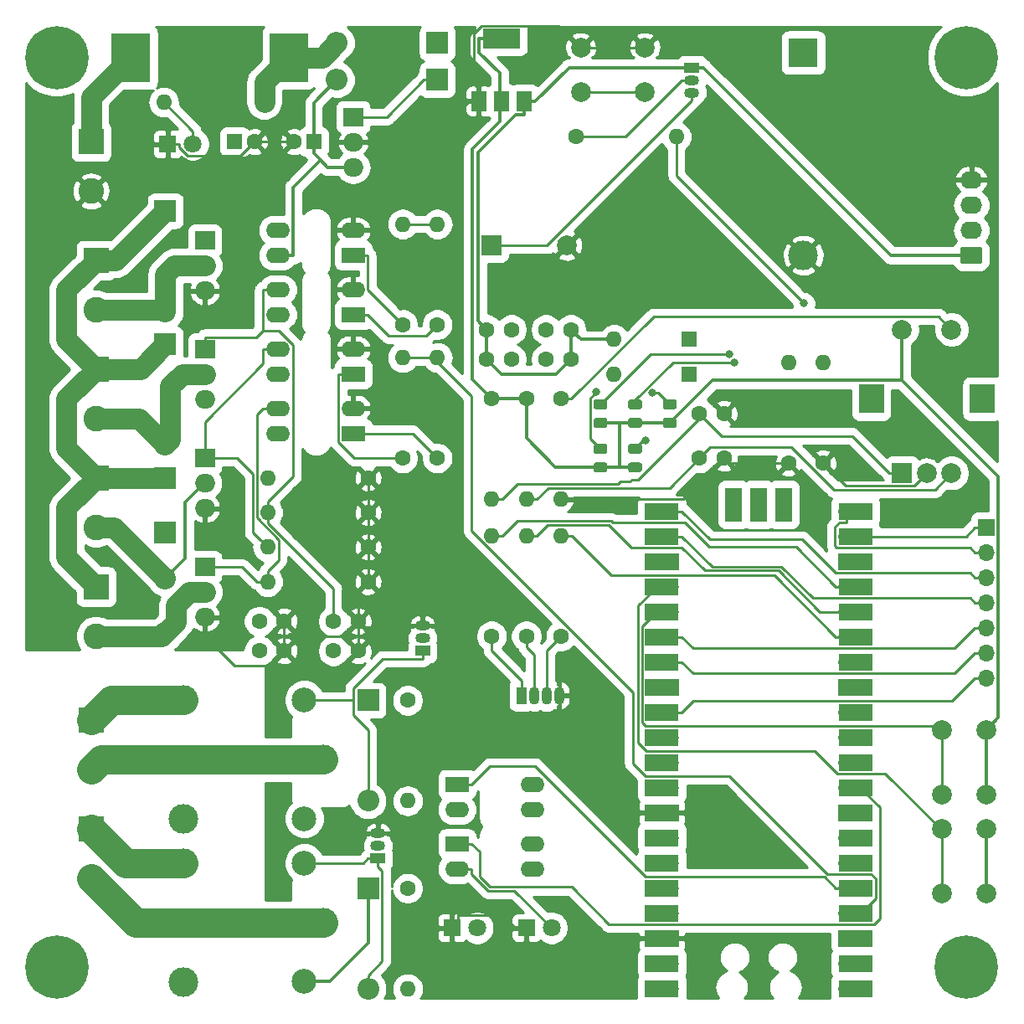
<source format=gbr>
G04 #@! TF.GenerationSoftware,KiCad,Pcbnew,(5.1.4)-1*
G04 #@! TF.CreationDate,2022-02-09T09:31:31-03:00*
G04 #@! TF.ProjectId,P_Inyectores_Rpi_pico,505f496e-7965-4637-946f-7265735f5270,rev?*
G04 #@! TF.SameCoordinates,Original*
G04 #@! TF.FileFunction,Copper,L1,Top*
G04 #@! TF.FilePolarity,Positive*
%FSLAX46Y46*%
G04 Gerber Fmt 4.6, Leading zero omitted, Abs format (unit mm)*
G04 Created by KiCad (PCBNEW (5.1.4)-1) date 2022-02-09 09:31:31*
%MOMM*%
%LPD*%
G04 APERTURE LIST*
%ADD10C,1.600000*%
%ADD11C,2.000000*%
%ADD12O,1.600000X1.600000*%
%ADD13C,0.100000*%
%ADD14C,0.975000*%
%ADD15O,1.700000X1.700000*%
%ADD16R,1.700000X1.700000*%
%ADD17O,2.200000X1.740000*%
%ADD18C,1.740000*%
%ADD19R,4.000000X5.000000*%
%ADD20R,3.000000X3.000000*%
%ADD21C,3.000000*%
%ADD22R,1.600000X1.600000*%
%ADD23C,6.400000*%
%ADD24O,2.200000X2.200000*%
%ADD25R,2.200000X2.200000*%
%ADD26O,2.400000X1.600000*%
%ADD27R,2.400000X1.600000*%
%ADD28R,1.700000X3.500000*%
%ADD29R,3.500000X1.700000*%
%ADD30R,1.500000X2.000000*%
%ADD31R,3.800000X2.000000*%
%ADD32O,2.000000X1.905000*%
%ADD33R,2.000000X1.905000*%
%ADD34R,2.500000X3.000000*%
%ADD35R,2.000000X2.000000*%
%ADD36C,2.600000*%
%ADD37R,2.600000X2.600000*%
%ADD38R,1.500000X1.050000*%
%ADD39O,1.500000X1.050000*%
%ADD40C,2.500000*%
%ADD41C,1.800000*%
%ADD42R,1.800000X1.800000*%
%ADD43O,1.070000X1.800000*%
%ADD44R,1.070000X1.800000*%
%ADD45C,0.800000*%
%ADD46C,3.000000*%
%ADD47C,0.250000*%
%ADD48C,0.350000*%
%ADD49C,2.100000*%
%ADD50C,0.254000*%
G04 APERTURE END LIST*
D10*
X153500000Y-84500000D03*
X156000000Y-84500000D03*
X153500000Y-81500000D03*
X156000000Y-81500000D03*
X150000000Y-84500000D03*
X147500000Y-84500000D03*
X150000000Y-81500000D03*
X147500000Y-81500000D03*
X171500000Y-94500000D03*
X169000000Y-94500000D03*
X171500000Y-90000000D03*
X169000000Y-90000000D03*
D11*
X198000000Y-138500000D03*
X193500000Y-138500000D03*
X198000000Y-132000000D03*
X193500000Y-132000000D03*
X198000000Y-128500000D03*
X193500000Y-128500000D03*
X198000000Y-122000000D03*
X193500000Y-122000000D03*
D12*
X181500000Y-84840000D03*
D10*
X181500000Y-95000000D03*
D12*
X178000000Y-84840000D03*
D10*
X178000000Y-95000000D03*
D13*
G36*
X162980142Y-88576174D02*
G01*
X163003803Y-88579684D01*
X163027007Y-88585496D01*
X163049529Y-88593554D01*
X163071153Y-88603782D01*
X163091670Y-88616079D01*
X163110883Y-88630329D01*
X163128607Y-88646393D01*
X163144671Y-88664117D01*
X163158921Y-88683330D01*
X163171218Y-88703847D01*
X163181446Y-88725471D01*
X163189504Y-88747993D01*
X163195316Y-88771197D01*
X163198826Y-88794858D01*
X163200000Y-88818750D01*
X163200000Y-89306250D01*
X163198826Y-89330142D01*
X163195316Y-89353803D01*
X163189504Y-89377007D01*
X163181446Y-89399529D01*
X163171218Y-89421153D01*
X163158921Y-89441670D01*
X163144671Y-89460883D01*
X163128607Y-89478607D01*
X163110883Y-89494671D01*
X163091670Y-89508921D01*
X163071153Y-89521218D01*
X163049529Y-89531446D01*
X163027007Y-89539504D01*
X163003803Y-89545316D01*
X162980142Y-89548826D01*
X162956250Y-89550000D01*
X162043750Y-89550000D01*
X162019858Y-89548826D01*
X161996197Y-89545316D01*
X161972993Y-89539504D01*
X161950471Y-89531446D01*
X161928847Y-89521218D01*
X161908330Y-89508921D01*
X161889117Y-89494671D01*
X161871393Y-89478607D01*
X161855329Y-89460883D01*
X161841079Y-89441670D01*
X161828782Y-89421153D01*
X161818554Y-89399529D01*
X161810496Y-89377007D01*
X161804684Y-89353803D01*
X161801174Y-89330142D01*
X161800000Y-89306250D01*
X161800000Y-88818750D01*
X161801174Y-88794858D01*
X161804684Y-88771197D01*
X161810496Y-88747993D01*
X161818554Y-88725471D01*
X161828782Y-88703847D01*
X161841079Y-88683330D01*
X161855329Y-88664117D01*
X161871393Y-88646393D01*
X161889117Y-88630329D01*
X161908330Y-88616079D01*
X161928847Y-88603782D01*
X161950471Y-88593554D01*
X161972993Y-88585496D01*
X161996197Y-88579684D01*
X162019858Y-88576174D01*
X162043750Y-88575000D01*
X162956250Y-88575000D01*
X162980142Y-88576174D01*
X162980142Y-88576174D01*
G37*
D14*
X162500000Y-89062500D03*
D13*
G36*
X162980142Y-90451174D02*
G01*
X163003803Y-90454684D01*
X163027007Y-90460496D01*
X163049529Y-90468554D01*
X163071153Y-90478782D01*
X163091670Y-90491079D01*
X163110883Y-90505329D01*
X163128607Y-90521393D01*
X163144671Y-90539117D01*
X163158921Y-90558330D01*
X163171218Y-90578847D01*
X163181446Y-90600471D01*
X163189504Y-90622993D01*
X163195316Y-90646197D01*
X163198826Y-90669858D01*
X163200000Y-90693750D01*
X163200000Y-91181250D01*
X163198826Y-91205142D01*
X163195316Y-91228803D01*
X163189504Y-91252007D01*
X163181446Y-91274529D01*
X163171218Y-91296153D01*
X163158921Y-91316670D01*
X163144671Y-91335883D01*
X163128607Y-91353607D01*
X163110883Y-91369671D01*
X163091670Y-91383921D01*
X163071153Y-91396218D01*
X163049529Y-91406446D01*
X163027007Y-91414504D01*
X163003803Y-91420316D01*
X162980142Y-91423826D01*
X162956250Y-91425000D01*
X162043750Y-91425000D01*
X162019858Y-91423826D01*
X161996197Y-91420316D01*
X161972993Y-91414504D01*
X161950471Y-91406446D01*
X161928847Y-91396218D01*
X161908330Y-91383921D01*
X161889117Y-91369671D01*
X161871393Y-91353607D01*
X161855329Y-91335883D01*
X161841079Y-91316670D01*
X161828782Y-91296153D01*
X161818554Y-91274529D01*
X161810496Y-91252007D01*
X161804684Y-91228803D01*
X161801174Y-91205142D01*
X161800000Y-91181250D01*
X161800000Y-90693750D01*
X161801174Y-90669858D01*
X161804684Y-90646197D01*
X161810496Y-90622993D01*
X161818554Y-90600471D01*
X161828782Y-90578847D01*
X161841079Y-90558330D01*
X161855329Y-90539117D01*
X161871393Y-90521393D01*
X161889117Y-90505329D01*
X161908330Y-90491079D01*
X161928847Y-90478782D01*
X161950471Y-90468554D01*
X161972993Y-90460496D01*
X161996197Y-90454684D01*
X162019858Y-90451174D01*
X162043750Y-90450000D01*
X162956250Y-90450000D01*
X162980142Y-90451174D01*
X162980142Y-90451174D01*
G37*
D14*
X162500000Y-90937500D03*
D13*
G36*
X159480142Y-88576174D02*
G01*
X159503803Y-88579684D01*
X159527007Y-88585496D01*
X159549529Y-88593554D01*
X159571153Y-88603782D01*
X159591670Y-88616079D01*
X159610883Y-88630329D01*
X159628607Y-88646393D01*
X159644671Y-88664117D01*
X159658921Y-88683330D01*
X159671218Y-88703847D01*
X159681446Y-88725471D01*
X159689504Y-88747993D01*
X159695316Y-88771197D01*
X159698826Y-88794858D01*
X159700000Y-88818750D01*
X159700000Y-89306250D01*
X159698826Y-89330142D01*
X159695316Y-89353803D01*
X159689504Y-89377007D01*
X159681446Y-89399529D01*
X159671218Y-89421153D01*
X159658921Y-89441670D01*
X159644671Y-89460883D01*
X159628607Y-89478607D01*
X159610883Y-89494671D01*
X159591670Y-89508921D01*
X159571153Y-89521218D01*
X159549529Y-89531446D01*
X159527007Y-89539504D01*
X159503803Y-89545316D01*
X159480142Y-89548826D01*
X159456250Y-89550000D01*
X158543750Y-89550000D01*
X158519858Y-89548826D01*
X158496197Y-89545316D01*
X158472993Y-89539504D01*
X158450471Y-89531446D01*
X158428847Y-89521218D01*
X158408330Y-89508921D01*
X158389117Y-89494671D01*
X158371393Y-89478607D01*
X158355329Y-89460883D01*
X158341079Y-89441670D01*
X158328782Y-89421153D01*
X158318554Y-89399529D01*
X158310496Y-89377007D01*
X158304684Y-89353803D01*
X158301174Y-89330142D01*
X158300000Y-89306250D01*
X158300000Y-88818750D01*
X158301174Y-88794858D01*
X158304684Y-88771197D01*
X158310496Y-88747993D01*
X158318554Y-88725471D01*
X158328782Y-88703847D01*
X158341079Y-88683330D01*
X158355329Y-88664117D01*
X158371393Y-88646393D01*
X158389117Y-88630329D01*
X158408330Y-88616079D01*
X158428847Y-88603782D01*
X158450471Y-88593554D01*
X158472993Y-88585496D01*
X158496197Y-88579684D01*
X158519858Y-88576174D01*
X158543750Y-88575000D01*
X159456250Y-88575000D01*
X159480142Y-88576174D01*
X159480142Y-88576174D01*
G37*
D14*
X159000000Y-89062500D03*
D13*
G36*
X159480142Y-90451174D02*
G01*
X159503803Y-90454684D01*
X159527007Y-90460496D01*
X159549529Y-90468554D01*
X159571153Y-90478782D01*
X159591670Y-90491079D01*
X159610883Y-90505329D01*
X159628607Y-90521393D01*
X159644671Y-90539117D01*
X159658921Y-90558330D01*
X159671218Y-90578847D01*
X159681446Y-90600471D01*
X159689504Y-90622993D01*
X159695316Y-90646197D01*
X159698826Y-90669858D01*
X159700000Y-90693750D01*
X159700000Y-91181250D01*
X159698826Y-91205142D01*
X159695316Y-91228803D01*
X159689504Y-91252007D01*
X159681446Y-91274529D01*
X159671218Y-91296153D01*
X159658921Y-91316670D01*
X159644671Y-91335883D01*
X159628607Y-91353607D01*
X159610883Y-91369671D01*
X159591670Y-91383921D01*
X159571153Y-91396218D01*
X159549529Y-91406446D01*
X159527007Y-91414504D01*
X159503803Y-91420316D01*
X159480142Y-91423826D01*
X159456250Y-91425000D01*
X158543750Y-91425000D01*
X158519858Y-91423826D01*
X158496197Y-91420316D01*
X158472993Y-91414504D01*
X158450471Y-91406446D01*
X158428847Y-91396218D01*
X158408330Y-91383921D01*
X158389117Y-91369671D01*
X158371393Y-91353607D01*
X158355329Y-91335883D01*
X158341079Y-91316670D01*
X158328782Y-91296153D01*
X158318554Y-91274529D01*
X158310496Y-91252007D01*
X158304684Y-91228803D01*
X158301174Y-91205142D01*
X158300000Y-91181250D01*
X158300000Y-90693750D01*
X158301174Y-90669858D01*
X158304684Y-90646197D01*
X158310496Y-90622993D01*
X158318554Y-90600471D01*
X158328782Y-90578847D01*
X158341079Y-90558330D01*
X158355329Y-90539117D01*
X158371393Y-90521393D01*
X158389117Y-90505329D01*
X158408330Y-90491079D01*
X158428847Y-90478782D01*
X158450471Y-90468554D01*
X158472993Y-90460496D01*
X158496197Y-90454684D01*
X158519858Y-90451174D01*
X158543750Y-90450000D01*
X159456250Y-90450000D01*
X159480142Y-90451174D01*
X159480142Y-90451174D01*
G37*
D14*
X159000000Y-90937500D03*
D13*
G36*
X159480142Y-93076174D02*
G01*
X159503803Y-93079684D01*
X159527007Y-93085496D01*
X159549529Y-93093554D01*
X159571153Y-93103782D01*
X159591670Y-93116079D01*
X159610883Y-93130329D01*
X159628607Y-93146393D01*
X159644671Y-93164117D01*
X159658921Y-93183330D01*
X159671218Y-93203847D01*
X159681446Y-93225471D01*
X159689504Y-93247993D01*
X159695316Y-93271197D01*
X159698826Y-93294858D01*
X159700000Y-93318750D01*
X159700000Y-93806250D01*
X159698826Y-93830142D01*
X159695316Y-93853803D01*
X159689504Y-93877007D01*
X159681446Y-93899529D01*
X159671218Y-93921153D01*
X159658921Y-93941670D01*
X159644671Y-93960883D01*
X159628607Y-93978607D01*
X159610883Y-93994671D01*
X159591670Y-94008921D01*
X159571153Y-94021218D01*
X159549529Y-94031446D01*
X159527007Y-94039504D01*
X159503803Y-94045316D01*
X159480142Y-94048826D01*
X159456250Y-94050000D01*
X158543750Y-94050000D01*
X158519858Y-94048826D01*
X158496197Y-94045316D01*
X158472993Y-94039504D01*
X158450471Y-94031446D01*
X158428847Y-94021218D01*
X158408330Y-94008921D01*
X158389117Y-93994671D01*
X158371393Y-93978607D01*
X158355329Y-93960883D01*
X158341079Y-93941670D01*
X158328782Y-93921153D01*
X158318554Y-93899529D01*
X158310496Y-93877007D01*
X158304684Y-93853803D01*
X158301174Y-93830142D01*
X158300000Y-93806250D01*
X158300000Y-93318750D01*
X158301174Y-93294858D01*
X158304684Y-93271197D01*
X158310496Y-93247993D01*
X158318554Y-93225471D01*
X158328782Y-93203847D01*
X158341079Y-93183330D01*
X158355329Y-93164117D01*
X158371393Y-93146393D01*
X158389117Y-93130329D01*
X158408330Y-93116079D01*
X158428847Y-93103782D01*
X158450471Y-93093554D01*
X158472993Y-93085496D01*
X158496197Y-93079684D01*
X158519858Y-93076174D01*
X158543750Y-93075000D01*
X159456250Y-93075000D01*
X159480142Y-93076174D01*
X159480142Y-93076174D01*
G37*
D14*
X159000000Y-93562500D03*
D13*
G36*
X159480142Y-94951174D02*
G01*
X159503803Y-94954684D01*
X159527007Y-94960496D01*
X159549529Y-94968554D01*
X159571153Y-94978782D01*
X159591670Y-94991079D01*
X159610883Y-95005329D01*
X159628607Y-95021393D01*
X159644671Y-95039117D01*
X159658921Y-95058330D01*
X159671218Y-95078847D01*
X159681446Y-95100471D01*
X159689504Y-95122993D01*
X159695316Y-95146197D01*
X159698826Y-95169858D01*
X159700000Y-95193750D01*
X159700000Y-95681250D01*
X159698826Y-95705142D01*
X159695316Y-95728803D01*
X159689504Y-95752007D01*
X159681446Y-95774529D01*
X159671218Y-95796153D01*
X159658921Y-95816670D01*
X159644671Y-95835883D01*
X159628607Y-95853607D01*
X159610883Y-95869671D01*
X159591670Y-95883921D01*
X159571153Y-95896218D01*
X159549529Y-95906446D01*
X159527007Y-95914504D01*
X159503803Y-95920316D01*
X159480142Y-95923826D01*
X159456250Y-95925000D01*
X158543750Y-95925000D01*
X158519858Y-95923826D01*
X158496197Y-95920316D01*
X158472993Y-95914504D01*
X158450471Y-95906446D01*
X158428847Y-95896218D01*
X158408330Y-95883921D01*
X158389117Y-95869671D01*
X158371393Y-95853607D01*
X158355329Y-95835883D01*
X158341079Y-95816670D01*
X158328782Y-95796153D01*
X158318554Y-95774529D01*
X158310496Y-95752007D01*
X158304684Y-95728803D01*
X158301174Y-95705142D01*
X158300000Y-95681250D01*
X158300000Y-95193750D01*
X158301174Y-95169858D01*
X158304684Y-95146197D01*
X158310496Y-95122993D01*
X158318554Y-95100471D01*
X158328782Y-95078847D01*
X158341079Y-95058330D01*
X158355329Y-95039117D01*
X158371393Y-95021393D01*
X158389117Y-95005329D01*
X158408330Y-94991079D01*
X158428847Y-94978782D01*
X158450471Y-94968554D01*
X158472993Y-94960496D01*
X158496197Y-94954684D01*
X158519858Y-94951174D01*
X158543750Y-94950000D01*
X159456250Y-94950000D01*
X159480142Y-94951174D01*
X159480142Y-94951174D01*
G37*
D14*
X159000000Y-95437500D03*
D13*
G36*
X166480142Y-88576174D02*
G01*
X166503803Y-88579684D01*
X166527007Y-88585496D01*
X166549529Y-88593554D01*
X166571153Y-88603782D01*
X166591670Y-88616079D01*
X166610883Y-88630329D01*
X166628607Y-88646393D01*
X166644671Y-88664117D01*
X166658921Y-88683330D01*
X166671218Y-88703847D01*
X166681446Y-88725471D01*
X166689504Y-88747993D01*
X166695316Y-88771197D01*
X166698826Y-88794858D01*
X166700000Y-88818750D01*
X166700000Y-89306250D01*
X166698826Y-89330142D01*
X166695316Y-89353803D01*
X166689504Y-89377007D01*
X166681446Y-89399529D01*
X166671218Y-89421153D01*
X166658921Y-89441670D01*
X166644671Y-89460883D01*
X166628607Y-89478607D01*
X166610883Y-89494671D01*
X166591670Y-89508921D01*
X166571153Y-89521218D01*
X166549529Y-89531446D01*
X166527007Y-89539504D01*
X166503803Y-89545316D01*
X166480142Y-89548826D01*
X166456250Y-89550000D01*
X165543750Y-89550000D01*
X165519858Y-89548826D01*
X165496197Y-89545316D01*
X165472993Y-89539504D01*
X165450471Y-89531446D01*
X165428847Y-89521218D01*
X165408330Y-89508921D01*
X165389117Y-89494671D01*
X165371393Y-89478607D01*
X165355329Y-89460883D01*
X165341079Y-89441670D01*
X165328782Y-89421153D01*
X165318554Y-89399529D01*
X165310496Y-89377007D01*
X165304684Y-89353803D01*
X165301174Y-89330142D01*
X165300000Y-89306250D01*
X165300000Y-88818750D01*
X165301174Y-88794858D01*
X165304684Y-88771197D01*
X165310496Y-88747993D01*
X165318554Y-88725471D01*
X165328782Y-88703847D01*
X165341079Y-88683330D01*
X165355329Y-88664117D01*
X165371393Y-88646393D01*
X165389117Y-88630329D01*
X165408330Y-88616079D01*
X165428847Y-88603782D01*
X165450471Y-88593554D01*
X165472993Y-88585496D01*
X165496197Y-88579684D01*
X165519858Y-88576174D01*
X165543750Y-88575000D01*
X166456250Y-88575000D01*
X166480142Y-88576174D01*
X166480142Y-88576174D01*
G37*
D14*
X166000000Y-89062500D03*
D13*
G36*
X166480142Y-90451174D02*
G01*
X166503803Y-90454684D01*
X166527007Y-90460496D01*
X166549529Y-90468554D01*
X166571153Y-90478782D01*
X166591670Y-90491079D01*
X166610883Y-90505329D01*
X166628607Y-90521393D01*
X166644671Y-90539117D01*
X166658921Y-90558330D01*
X166671218Y-90578847D01*
X166681446Y-90600471D01*
X166689504Y-90622993D01*
X166695316Y-90646197D01*
X166698826Y-90669858D01*
X166700000Y-90693750D01*
X166700000Y-91181250D01*
X166698826Y-91205142D01*
X166695316Y-91228803D01*
X166689504Y-91252007D01*
X166681446Y-91274529D01*
X166671218Y-91296153D01*
X166658921Y-91316670D01*
X166644671Y-91335883D01*
X166628607Y-91353607D01*
X166610883Y-91369671D01*
X166591670Y-91383921D01*
X166571153Y-91396218D01*
X166549529Y-91406446D01*
X166527007Y-91414504D01*
X166503803Y-91420316D01*
X166480142Y-91423826D01*
X166456250Y-91425000D01*
X165543750Y-91425000D01*
X165519858Y-91423826D01*
X165496197Y-91420316D01*
X165472993Y-91414504D01*
X165450471Y-91406446D01*
X165428847Y-91396218D01*
X165408330Y-91383921D01*
X165389117Y-91369671D01*
X165371393Y-91353607D01*
X165355329Y-91335883D01*
X165341079Y-91316670D01*
X165328782Y-91296153D01*
X165318554Y-91274529D01*
X165310496Y-91252007D01*
X165304684Y-91228803D01*
X165301174Y-91205142D01*
X165300000Y-91181250D01*
X165300000Y-90693750D01*
X165301174Y-90669858D01*
X165304684Y-90646197D01*
X165310496Y-90622993D01*
X165318554Y-90600471D01*
X165328782Y-90578847D01*
X165341079Y-90558330D01*
X165355329Y-90539117D01*
X165371393Y-90521393D01*
X165389117Y-90505329D01*
X165408330Y-90491079D01*
X165428847Y-90478782D01*
X165450471Y-90468554D01*
X165472993Y-90460496D01*
X165496197Y-90454684D01*
X165519858Y-90451174D01*
X165543750Y-90450000D01*
X166456250Y-90450000D01*
X166480142Y-90451174D01*
X166480142Y-90451174D01*
G37*
D14*
X166000000Y-90937500D03*
D13*
G36*
X162980142Y-94951174D02*
G01*
X163003803Y-94954684D01*
X163027007Y-94960496D01*
X163049529Y-94968554D01*
X163071153Y-94978782D01*
X163091670Y-94991079D01*
X163110883Y-95005329D01*
X163128607Y-95021393D01*
X163144671Y-95039117D01*
X163158921Y-95058330D01*
X163171218Y-95078847D01*
X163181446Y-95100471D01*
X163189504Y-95122993D01*
X163195316Y-95146197D01*
X163198826Y-95169858D01*
X163200000Y-95193750D01*
X163200000Y-95681250D01*
X163198826Y-95705142D01*
X163195316Y-95728803D01*
X163189504Y-95752007D01*
X163181446Y-95774529D01*
X163171218Y-95796153D01*
X163158921Y-95816670D01*
X163144671Y-95835883D01*
X163128607Y-95853607D01*
X163110883Y-95869671D01*
X163091670Y-95883921D01*
X163071153Y-95896218D01*
X163049529Y-95906446D01*
X163027007Y-95914504D01*
X163003803Y-95920316D01*
X162980142Y-95923826D01*
X162956250Y-95925000D01*
X162043750Y-95925000D01*
X162019858Y-95923826D01*
X161996197Y-95920316D01*
X161972993Y-95914504D01*
X161950471Y-95906446D01*
X161928847Y-95896218D01*
X161908330Y-95883921D01*
X161889117Y-95869671D01*
X161871393Y-95853607D01*
X161855329Y-95835883D01*
X161841079Y-95816670D01*
X161828782Y-95796153D01*
X161818554Y-95774529D01*
X161810496Y-95752007D01*
X161804684Y-95728803D01*
X161801174Y-95705142D01*
X161800000Y-95681250D01*
X161800000Y-95193750D01*
X161801174Y-95169858D01*
X161804684Y-95146197D01*
X161810496Y-95122993D01*
X161818554Y-95100471D01*
X161828782Y-95078847D01*
X161841079Y-95058330D01*
X161855329Y-95039117D01*
X161871393Y-95021393D01*
X161889117Y-95005329D01*
X161908330Y-94991079D01*
X161928847Y-94978782D01*
X161950471Y-94968554D01*
X161972993Y-94960496D01*
X161996197Y-94954684D01*
X162019858Y-94951174D01*
X162043750Y-94950000D01*
X162956250Y-94950000D01*
X162980142Y-94951174D01*
X162980142Y-94951174D01*
G37*
D14*
X162500000Y-95437500D03*
D13*
G36*
X162980142Y-93076174D02*
G01*
X163003803Y-93079684D01*
X163027007Y-93085496D01*
X163049529Y-93093554D01*
X163071153Y-93103782D01*
X163091670Y-93116079D01*
X163110883Y-93130329D01*
X163128607Y-93146393D01*
X163144671Y-93164117D01*
X163158921Y-93183330D01*
X163171218Y-93203847D01*
X163181446Y-93225471D01*
X163189504Y-93247993D01*
X163195316Y-93271197D01*
X163198826Y-93294858D01*
X163200000Y-93318750D01*
X163200000Y-93806250D01*
X163198826Y-93830142D01*
X163195316Y-93853803D01*
X163189504Y-93877007D01*
X163181446Y-93899529D01*
X163171218Y-93921153D01*
X163158921Y-93941670D01*
X163144671Y-93960883D01*
X163128607Y-93978607D01*
X163110883Y-93994671D01*
X163091670Y-94008921D01*
X163071153Y-94021218D01*
X163049529Y-94031446D01*
X163027007Y-94039504D01*
X163003803Y-94045316D01*
X162980142Y-94048826D01*
X162956250Y-94050000D01*
X162043750Y-94050000D01*
X162019858Y-94048826D01*
X161996197Y-94045316D01*
X161972993Y-94039504D01*
X161950471Y-94031446D01*
X161928847Y-94021218D01*
X161908330Y-94008921D01*
X161889117Y-93994671D01*
X161871393Y-93978607D01*
X161855329Y-93960883D01*
X161841079Y-93941670D01*
X161828782Y-93921153D01*
X161818554Y-93899529D01*
X161810496Y-93877007D01*
X161804684Y-93853803D01*
X161801174Y-93830142D01*
X161800000Y-93806250D01*
X161800000Y-93318750D01*
X161801174Y-93294858D01*
X161804684Y-93271197D01*
X161810496Y-93247993D01*
X161818554Y-93225471D01*
X161828782Y-93203847D01*
X161841079Y-93183330D01*
X161855329Y-93164117D01*
X161871393Y-93146393D01*
X161889117Y-93130329D01*
X161908330Y-93116079D01*
X161928847Y-93103782D01*
X161950471Y-93093554D01*
X161972993Y-93085496D01*
X161996197Y-93079684D01*
X162019858Y-93076174D01*
X162043750Y-93075000D01*
X162956250Y-93075000D01*
X162980142Y-93076174D01*
X162980142Y-93076174D01*
G37*
D14*
X162500000Y-93562500D03*
D15*
X198000000Y-116740000D03*
X198000000Y-114200000D03*
X198000000Y-111660000D03*
X198000000Y-109120000D03*
X198000000Y-106580000D03*
X198000000Y-104040000D03*
D16*
X198000000Y-101500000D03*
D17*
X196500000Y-66380000D03*
X196500000Y-68920000D03*
X196500000Y-71460000D03*
D13*
G36*
X197374505Y-73131204D02*
G01*
X197398773Y-73134804D01*
X197422572Y-73140765D01*
X197445671Y-73149030D01*
X197467850Y-73159520D01*
X197488893Y-73172132D01*
X197508599Y-73186747D01*
X197526777Y-73203223D01*
X197543253Y-73221401D01*
X197557868Y-73241107D01*
X197570480Y-73262150D01*
X197580970Y-73284329D01*
X197589235Y-73307428D01*
X197595196Y-73331227D01*
X197598796Y-73355495D01*
X197600000Y-73379999D01*
X197600000Y-74620001D01*
X197598796Y-74644505D01*
X197595196Y-74668773D01*
X197589235Y-74692572D01*
X197580970Y-74715671D01*
X197570480Y-74737850D01*
X197557868Y-74758893D01*
X197543253Y-74778599D01*
X197526777Y-74796777D01*
X197508599Y-74813253D01*
X197488893Y-74827868D01*
X197467850Y-74840480D01*
X197445671Y-74850970D01*
X197422572Y-74859235D01*
X197398773Y-74865196D01*
X197374505Y-74868796D01*
X197350001Y-74870000D01*
X195649999Y-74870000D01*
X195625495Y-74868796D01*
X195601227Y-74865196D01*
X195577428Y-74859235D01*
X195554329Y-74850970D01*
X195532150Y-74840480D01*
X195511107Y-74827868D01*
X195491401Y-74813253D01*
X195473223Y-74796777D01*
X195456747Y-74778599D01*
X195442132Y-74758893D01*
X195429520Y-74737850D01*
X195419030Y-74715671D01*
X195410765Y-74692572D01*
X195404804Y-74668773D01*
X195401204Y-74644505D01*
X195400000Y-74620001D01*
X195400000Y-73379999D01*
X195401204Y-73355495D01*
X195404804Y-73331227D01*
X195410765Y-73307428D01*
X195419030Y-73284329D01*
X195429520Y-73262150D01*
X195442132Y-73241107D01*
X195456747Y-73221401D01*
X195473223Y-73203223D01*
X195491401Y-73186747D01*
X195511107Y-73172132D01*
X195532150Y-73159520D01*
X195554329Y-73149030D01*
X195577428Y-73140765D01*
X195601227Y-73134804D01*
X195625495Y-73131204D01*
X195649999Y-73130000D01*
X197350001Y-73130000D01*
X197374505Y-73131204D01*
X197374505Y-73131204D01*
G37*
D18*
X196500000Y-74000000D03*
D19*
X111500000Y-54000000D03*
X127500000Y-54000000D03*
D20*
X179500000Y-53500000D03*
D21*
X179500000Y-73990000D03*
D12*
X160380000Y-86000000D03*
D22*
X168000000Y-86000000D03*
D23*
X196000000Y-146000000D03*
X104000000Y-146000000D03*
X104000000Y-54000000D03*
X196000000Y-54000000D03*
D24*
X132340000Y-52500000D03*
D25*
X142500000Y-52500000D03*
D24*
X132340000Y-56250000D03*
D25*
X142500000Y-56250000D03*
D24*
X115000000Y-112160000D03*
D25*
X115000000Y-102000000D03*
D24*
X115000000Y-106660000D03*
D25*
X115000000Y-96500000D03*
D24*
X115000000Y-93160000D03*
D25*
X115000000Y-83000000D03*
D24*
X115000000Y-79660000D03*
D25*
X115000000Y-69500000D03*
D26*
X152120000Y-133500000D03*
X144500000Y-136040000D03*
X152120000Y-136040000D03*
D27*
X144500000Y-133500000D03*
D26*
X152120000Y-127500000D03*
X144500000Y-130040000D03*
X152120000Y-130040000D03*
D27*
X144500000Y-127500000D03*
D15*
X172460000Y-100100000D03*
D28*
X172460000Y-99200000D03*
D16*
X175000000Y-100100000D03*
D28*
X175000000Y-99200000D03*
D15*
X177540000Y-100100000D03*
D28*
X177540000Y-99200000D03*
D29*
X165210000Y-99870000D03*
X165210000Y-102410000D03*
X165210000Y-104950000D03*
X165210000Y-107490000D03*
X165210000Y-110030000D03*
X165210000Y-112570000D03*
X165210000Y-115110000D03*
X165210000Y-117650000D03*
X165210000Y-120190000D03*
X165210000Y-122730000D03*
X165210000Y-125270000D03*
X165210000Y-127810000D03*
X165210000Y-130350000D03*
X165210000Y-132890000D03*
X165210000Y-135430000D03*
X165210000Y-137970000D03*
X165210000Y-140510000D03*
X165210000Y-143050000D03*
X165210000Y-145590000D03*
X165210000Y-148130000D03*
X184790000Y-99870000D03*
X184790000Y-102410000D03*
X184790000Y-104950000D03*
X184790000Y-107490000D03*
X184790000Y-110030000D03*
X184790000Y-112570000D03*
X184790000Y-115110000D03*
X184790000Y-117650000D03*
X184790000Y-120190000D03*
X184790000Y-122730000D03*
X184790000Y-125270000D03*
X184790000Y-127810000D03*
X184790000Y-130350000D03*
X184790000Y-132890000D03*
X184790000Y-135430000D03*
X184790000Y-137970000D03*
X184790000Y-140510000D03*
X184790000Y-143050000D03*
X184790000Y-145590000D03*
X184790000Y-148130000D03*
D15*
X166110000Y-148130000D03*
X166110000Y-145590000D03*
D16*
X166110000Y-143050000D03*
D15*
X166110000Y-140510000D03*
X166110000Y-137970000D03*
X166110000Y-135430000D03*
X166110000Y-132890000D03*
D16*
X166110000Y-130350000D03*
D15*
X166110000Y-127810000D03*
X166110000Y-125270000D03*
X166110000Y-122730000D03*
X166110000Y-120190000D03*
D16*
X166110000Y-117650000D03*
D15*
X166110000Y-115110000D03*
X166110000Y-112570000D03*
X166110000Y-110030000D03*
X166110000Y-107490000D03*
D16*
X166110000Y-104950000D03*
D15*
X166110000Y-102410000D03*
X166110000Y-99870000D03*
X183890000Y-99870000D03*
X183890000Y-102410000D03*
D16*
X183890000Y-104950000D03*
D15*
X183890000Y-107490000D03*
X183890000Y-110030000D03*
X183890000Y-112570000D03*
X183890000Y-115110000D03*
D16*
X183890000Y-117650000D03*
D15*
X183890000Y-120190000D03*
X183890000Y-122730000D03*
X183890000Y-125270000D03*
X183890000Y-127810000D03*
D16*
X183890000Y-130350000D03*
D15*
X183890000Y-132890000D03*
X183890000Y-135430000D03*
X183890000Y-137970000D03*
X183890000Y-140510000D03*
D16*
X183890000Y-143050000D03*
D15*
X183890000Y-145590000D03*
X183890000Y-148130000D03*
D30*
X146700000Y-58400000D03*
X151300000Y-58400000D03*
X149000000Y-58400000D03*
D31*
X149000000Y-52100000D03*
D32*
X134000000Y-65080000D03*
X134000000Y-62540000D03*
D33*
X134000000Y-60000000D03*
D26*
X126380000Y-92000000D03*
X134000000Y-89460000D03*
X126380000Y-89460000D03*
D27*
X134000000Y-92000000D03*
D26*
X126380000Y-86000000D03*
X134000000Y-83460000D03*
X126380000Y-83460000D03*
D27*
X134000000Y-86000000D03*
D26*
X126380000Y-80000000D03*
X134000000Y-77460000D03*
X126380000Y-77460000D03*
D27*
X134000000Y-80000000D03*
D26*
X126380000Y-74000000D03*
X134000000Y-71460000D03*
X126380000Y-71460000D03*
D27*
X134000000Y-74000000D03*
D11*
X194500000Y-81500000D03*
X189500000Y-81500000D03*
D34*
X197600000Y-88500000D03*
X186400000Y-88500000D03*
D11*
X194500000Y-96000000D03*
X192000000Y-96000000D03*
D35*
X189500000Y-96000000D03*
D11*
X157000000Y-57500000D03*
X157000000Y-53000000D03*
X163500000Y-57500000D03*
X163500000Y-53000000D03*
D36*
X108000000Y-112500000D03*
D37*
X108000000Y-107500000D03*
D36*
X108000000Y-101500000D03*
D37*
X108000000Y-96500000D03*
D36*
X108000000Y-90500000D03*
D37*
X108000000Y-85500000D03*
D36*
X108000000Y-79500000D03*
D37*
X108000000Y-74500000D03*
D12*
X139500000Y-148160000D03*
D10*
X139500000Y-138000000D03*
D12*
X125340000Y-107000000D03*
D10*
X135500000Y-107000000D03*
D12*
X125340000Y-100000000D03*
D10*
X135500000Y-100000000D03*
D12*
X142500000Y-84340000D03*
D10*
X142500000Y-94500000D03*
D12*
X142500000Y-70840000D03*
D10*
X142500000Y-81000000D03*
D12*
X139500000Y-129160000D03*
D10*
X139500000Y-119000000D03*
D12*
X125340000Y-103500000D03*
D10*
X135500000Y-103500000D03*
D12*
X125340000Y-96500000D03*
D10*
X135500000Y-96500000D03*
D12*
X139000000Y-84340000D03*
D10*
X139000000Y-94500000D03*
D12*
X139000000Y-70840000D03*
D10*
X139000000Y-81000000D03*
D12*
X148000000Y-102340000D03*
D10*
X148000000Y-112500000D03*
D12*
X151500000Y-102340000D03*
D10*
X151500000Y-112500000D03*
D12*
X155000000Y-98660000D03*
D10*
X155000000Y-88500000D03*
D12*
X155000000Y-102340000D03*
D10*
X155000000Y-112500000D03*
D12*
X148000000Y-98660000D03*
D10*
X148000000Y-88500000D03*
D12*
X151500000Y-98660000D03*
D10*
X151500000Y-88500000D03*
D12*
X166660000Y-62000000D03*
D10*
X156500000Y-62000000D03*
D12*
X114840000Y-58500000D03*
D10*
X125000000Y-58500000D03*
D38*
X136500000Y-135000000D03*
D39*
X136500000Y-132460000D03*
X136500000Y-133730000D03*
D38*
X141000000Y-114000000D03*
D39*
X141000000Y-111460000D03*
X141000000Y-112730000D03*
D38*
X168250000Y-55000000D03*
D39*
X168250000Y-57540000D03*
X168250000Y-56270000D03*
D32*
X119000000Y-110580000D03*
X119000000Y-108040000D03*
D33*
X119000000Y-105500000D03*
D32*
X119000000Y-99580000D03*
X119000000Y-97040000D03*
D33*
X119000000Y-94500000D03*
D32*
X119000000Y-88580000D03*
X119000000Y-86040000D03*
D33*
X119000000Y-83500000D03*
D32*
X119000000Y-77580000D03*
X119000000Y-75040000D03*
D33*
X119000000Y-72500000D03*
D21*
X131000000Y-141500000D03*
D40*
X129050000Y-147450000D03*
D21*
X116800000Y-147500000D03*
X116850000Y-135450000D03*
D40*
X129050000Y-135450000D03*
D21*
X131000000Y-125000000D03*
D40*
X129050000Y-130950000D03*
D21*
X116800000Y-131000000D03*
X116850000Y-118950000D03*
D40*
X129050000Y-118950000D03*
D37*
X107500000Y-62500000D03*
D36*
X107500000Y-67500000D03*
D41*
X154040000Y-142000000D03*
D42*
X151500000Y-142000000D03*
D24*
X135500000Y-148160000D03*
D25*
X135500000Y-138000000D03*
D41*
X146540000Y-142000000D03*
D42*
X144000000Y-142000000D03*
D24*
X135500000Y-129160000D03*
D25*
X135500000Y-119000000D03*
D43*
X154810000Y-118500000D03*
X153540000Y-118500000D03*
X152270000Y-118500000D03*
D44*
X151000000Y-118500000D03*
D12*
X160380000Y-82500000D03*
D22*
X168000000Y-82500000D03*
D41*
X117790000Y-62750000D03*
D42*
X115250000Y-62750000D03*
D10*
X134500000Y-114000000D03*
X132000000Y-114000000D03*
X134500000Y-111000000D03*
X132000000Y-111000000D03*
X127000000Y-114000000D03*
X124500000Y-114000000D03*
X127000000Y-111000000D03*
X124500000Y-111000000D03*
X128000000Y-62500000D03*
D22*
X130000000Y-62500000D03*
D10*
X124000000Y-62500000D03*
D22*
X122000000Y-62500000D03*
D11*
X155600000Y-73000000D03*
D35*
X148000000Y-73000000D03*
D36*
X107500000Y-137000000D03*
D37*
X107500000Y-132000000D03*
D36*
X107500000Y-126000000D03*
D37*
X107500000Y-121000000D03*
D45*
X179568900Y-78859500D03*
X163566900Y-92737000D03*
X172552100Y-84833200D03*
X172060700Y-83980400D03*
X164212900Y-87890900D03*
X158567000Y-87840900D03*
D46*
X116850000Y-118950000D02*
X109550000Y-118950000D01*
X109550000Y-118950000D02*
X107500000Y-121000000D01*
X131000000Y-125000000D02*
X108500000Y-125000000D01*
X108500000Y-125000000D02*
X107500000Y-126000000D01*
X116850000Y-135450000D02*
X110950000Y-135450000D01*
X110950000Y-135450000D02*
X107500000Y-132000000D01*
X131000000Y-141500000D02*
X112000000Y-141500000D01*
X112000000Y-141500000D02*
X107500000Y-137000000D01*
D47*
X155000000Y-98660000D02*
X156075300Y-98660000D01*
X156075300Y-98660000D02*
X167340000Y-98660000D01*
X167340000Y-98660000D02*
X171500000Y-94500000D01*
X146700000Y-58400000D02*
X146700000Y-57124700D01*
X157000000Y-53000000D02*
X154774700Y-50774700D01*
X154774700Y-50774700D02*
X146949800Y-50774700D01*
X146949800Y-50774700D02*
X146197900Y-51526600D01*
X146197900Y-51526600D02*
X146197900Y-56622600D01*
X146197900Y-56622600D02*
X146700000Y-57124700D01*
X157000000Y-53000000D02*
X163500000Y-53000000D01*
X146700000Y-58400000D02*
X145674700Y-58400000D01*
X134000000Y-62540000D02*
X141534700Y-62540000D01*
X141534700Y-62540000D02*
X145674700Y-58400000D01*
X144587700Y-140761200D02*
X144587700Y-139522400D01*
X144587700Y-139522400D02*
X137525300Y-132460000D01*
X144587700Y-142000000D02*
X144587700Y-140761200D01*
X150324700Y-142000000D02*
X149085900Y-140761200D01*
X149085900Y-140761200D02*
X144587700Y-140761200D01*
X151500000Y-142000000D02*
X150324700Y-142000000D01*
X141000000Y-111460000D02*
X139974700Y-111460000D01*
X134500000Y-111564900D02*
X139869800Y-111564900D01*
X139869800Y-111564900D02*
X139974700Y-111460000D01*
X134500000Y-111564900D02*
X134500000Y-112500000D01*
X134500000Y-111000000D02*
X134500000Y-111564900D01*
X136500000Y-132460000D02*
X137525300Y-132460000D01*
X144000000Y-142000000D02*
X144587700Y-142000000D01*
X135500000Y-100000000D02*
X135500000Y-96500000D01*
X127000000Y-112500000D02*
X127000000Y-114000000D01*
X127000000Y-111000000D02*
X127000000Y-112500000D01*
X134500000Y-112500000D02*
X127000000Y-112500000D01*
X134500000Y-112500000D02*
X134500000Y-114000000D01*
X124000000Y-62500000D02*
X122574700Y-63925300D01*
X122574700Y-63925300D02*
X117233200Y-63925300D01*
X117233200Y-63925300D02*
X116425300Y-63117400D01*
X116425300Y-63117400D02*
X116425300Y-62750000D01*
X128000000Y-62500000D02*
X124000000Y-62500000D01*
X115250000Y-62750000D02*
X116425300Y-62750000D01*
X115250000Y-62750000D02*
X112250000Y-62750000D01*
X112250000Y-62750000D02*
X107500000Y-67500000D01*
X178000000Y-95000000D02*
X177983300Y-94983300D01*
X177983300Y-94983300D02*
X177983300Y-94983200D01*
X177983300Y-94983200D02*
X171983200Y-94983200D01*
X171983200Y-94983200D02*
X171500000Y-94500000D01*
X135500000Y-103500000D02*
X135500000Y-100000000D01*
X192000000Y-96000000D02*
X190724600Y-97275400D01*
X190724600Y-97275400D02*
X183775400Y-97275400D01*
X183775400Y-97275400D02*
X181500000Y-95000000D01*
X135500000Y-107000000D02*
X135500000Y-103500000D01*
X119000000Y-110580000D02*
X119000000Y-112500000D01*
X119000000Y-112500000D02*
X122000000Y-115500000D01*
X122000000Y-115500000D02*
X125500000Y-115500000D01*
X125500000Y-115500000D02*
X127000000Y-114000000D01*
X135500000Y-107000000D02*
X134500000Y-108000000D01*
X134500000Y-108000000D02*
X134500000Y-111000000D01*
X168250000Y-57540000D02*
X168250000Y-58340300D01*
X148000000Y-73000000D02*
X153590300Y-73000000D01*
X153590300Y-73000000D02*
X168250000Y-58340300D01*
X142500000Y-56250000D02*
X141124700Y-56250000D01*
X134000000Y-60000000D02*
X137374700Y-60000000D01*
X137374700Y-60000000D02*
X141124700Y-56250000D01*
D48*
X151300000Y-58400000D02*
X151300000Y-59775300D01*
X147500000Y-81500000D02*
X146624600Y-80624600D01*
X146624600Y-80624600D02*
X146624600Y-63569700D01*
X146624600Y-63569700D02*
X150419000Y-59775300D01*
X150419000Y-59775300D02*
X151300000Y-59775300D01*
X147500000Y-84500000D02*
X147500000Y-81500000D01*
X126380000Y-74000000D02*
X127955300Y-74000000D01*
X130715000Y-64365000D02*
X127955300Y-67124700D01*
X127955300Y-67124700D02*
X127955300Y-74000000D01*
X130715000Y-64365000D02*
X131430000Y-65080000D01*
X131430000Y-65080000D02*
X134000000Y-65080000D01*
X130000000Y-62500000D02*
X130000000Y-63650000D01*
X130000000Y-63650000D02*
X130715000Y-64365000D01*
X168250000Y-55000000D02*
X169375300Y-55000000D01*
X169375300Y-55000000D02*
X188375300Y-74000000D01*
X188375300Y-74000000D02*
X196500000Y-74000000D01*
X152425300Y-58400000D02*
X155825300Y-55000000D01*
X155825300Y-55000000D02*
X168250000Y-55000000D01*
X156000000Y-81500000D02*
X157000000Y-82500000D01*
X157000000Y-82500000D02*
X160380000Y-82500000D01*
X135500000Y-138000000D02*
X135500000Y-143550000D01*
X135500000Y-143550000D02*
X131600000Y-147450000D01*
X131600000Y-147450000D02*
X129050000Y-147450000D01*
X151300000Y-58400000D02*
X152425300Y-58400000D01*
X130000000Y-62500000D02*
X130000000Y-58590000D01*
X130000000Y-58590000D02*
X132340000Y-56250000D01*
X147500000Y-84500000D02*
X149000000Y-86000000D01*
X149000000Y-86000000D02*
X154500000Y-86000000D01*
X154500000Y-86000000D02*
X156000000Y-84500000D01*
X156000000Y-84500000D02*
X156000000Y-81500000D01*
D49*
X114840000Y-79500000D02*
X115000000Y-79660000D01*
X108000000Y-79500000D02*
X114840000Y-79500000D01*
X115000000Y-78104366D02*
X115000000Y-79660000D01*
X115000000Y-75940000D02*
X115000000Y-78104366D01*
X119000000Y-75040000D02*
X115900000Y-75040000D01*
X115900000Y-75040000D02*
X115000000Y-75940000D01*
X125000000Y-58500000D02*
X125000000Y-56500000D01*
X125000000Y-56500000D02*
X127500000Y-54000000D01*
X127500000Y-54000000D02*
X130840000Y-54000000D01*
X130840000Y-54000000D02*
X132340000Y-52500000D01*
X108000000Y-74500000D02*
X110000000Y-74500000D01*
X110000000Y-74500000D02*
X115000000Y-69500000D01*
X108000000Y-85500000D02*
X105000000Y-82500000D01*
X105000000Y-82500000D02*
X105000000Y-77500000D01*
X105000000Y-77500000D02*
X108000000Y-74500000D01*
X108000000Y-85500000D02*
X112500000Y-85500000D01*
X112500000Y-85500000D02*
X115000000Y-83000000D01*
X108000000Y-96500000D02*
X105000000Y-93500000D01*
X105000000Y-93500000D02*
X105000000Y-88500000D01*
X105000000Y-88500000D02*
X108000000Y-85500000D01*
X108000000Y-96500000D02*
X115000000Y-96500000D01*
X105000000Y-99500000D02*
X108000000Y-96500000D01*
X108000000Y-107500000D02*
X105000000Y-104500000D01*
X105000000Y-104500000D02*
X105000000Y-99500000D01*
X112340000Y-90500000D02*
X115000000Y-93160000D01*
X108000000Y-90500000D02*
X112340000Y-90500000D01*
X116702500Y-86040000D02*
X119000000Y-86040000D01*
X115500000Y-87242500D02*
X116702500Y-86040000D01*
X115000000Y-93160000D02*
X115500000Y-92660000D01*
X115500000Y-92660000D02*
X115500000Y-87242500D01*
D48*
X116099999Y-105560001D02*
X115000000Y-106660000D01*
X117000000Y-104660000D02*
X116099999Y-105560001D01*
X117000000Y-98992500D02*
X117000000Y-104660000D01*
X119000000Y-97040000D02*
X118952500Y-97040000D01*
X118952500Y-97040000D02*
X117000000Y-98992500D01*
D49*
X108000000Y-101500000D02*
X109840000Y-101500000D01*
X109840000Y-101500000D02*
X115000000Y-106660000D01*
X114660000Y-112500000D02*
X115000000Y-112160000D01*
X108000000Y-112500000D02*
X114660000Y-112500000D01*
X117460000Y-108040000D02*
X119000000Y-108040000D01*
X116099999Y-109400001D02*
X117460000Y-108040000D01*
X115000000Y-112160000D02*
X116099999Y-111060001D01*
X116099999Y-111060001D02*
X116099999Y-109400001D01*
D47*
X114840000Y-58500000D02*
X117790000Y-61450000D01*
X117790000Y-61450000D02*
X117790000Y-62750000D01*
X155000000Y-112500000D02*
X153540000Y-113960000D01*
X153540000Y-113960000D02*
X153540000Y-118500000D01*
X151500000Y-112500000D02*
X151500000Y-113631000D01*
X151500000Y-113631000D02*
X152270000Y-114401000D01*
X152270000Y-114401000D02*
X152270000Y-118500000D01*
X148000000Y-112500000D02*
X148000000Y-114000000D01*
X148000000Y-114000000D02*
X151000000Y-117000000D01*
X151000000Y-117000000D02*
X151000000Y-118500000D01*
X133995900Y-118950000D02*
X133995900Y-120507100D01*
X133995900Y-120507100D02*
X135500000Y-122011200D01*
X135500000Y-122011200D02*
X135500000Y-129160000D01*
X141000000Y-114800300D02*
X137005200Y-114800300D01*
X137005200Y-114800300D02*
X133995900Y-117809600D01*
X133995900Y-117809600D02*
X133995900Y-118950000D01*
X129050000Y-118950000D02*
X133995900Y-118950000D01*
X141000000Y-114000000D02*
X141000000Y-114800300D01*
X135500000Y-148160000D02*
X135500000Y-146784700D01*
X136500000Y-135000000D02*
X136500000Y-135800300D01*
X136500000Y-135800300D02*
X136928100Y-136228400D01*
X136928100Y-136228400D02*
X136928100Y-145356600D01*
X136928100Y-145356600D02*
X135500000Y-146784700D01*
X135987400Y-135000000D02*
X136500000Y-135000000D01*
X135987400Y-135000000D02*
X135474700Y-135000000D01*
X129050000Y-135450000D02*
X135024700Y-135450000D01*
X135024700Y-135450000D02*
X135474700Y-135000000D01*
X145975300Y-136040000D02*
X145975300Y-136606200D01*
X145975300Y-136606200D02*
X147636100Y-138267000D01*
X147636100Y-138267000D02*
X150307000Y-138267000D01*
X150307000Y-138267000D02*
X154040000Y-142000000D01*
X144500000Y-136040000D02*
X145975300Y-136040000D01*
D49*
X107500000Y-62500000D02*
X107500000Y-58000000D01*
X107500000Y-58000000D02*
X111500000Y-54000000D01*
D47*
X168250000Y-56270000D02*
X167224700Y-56270000D01*
X167224700Y-56270000D02*
X161494700Y-62000000D01*
X161494700Y-62000000D02*
X156500000Y-62000000D01*
X179568900Y-78859500D02*
X166660000Y-65950600D01*
X166660000Y-65950600D02*
X166660000Y-62000000D01*
X194500000Y-96000000D02*
X192822200Y-97677800D01*
X192822200Y-97677800D02*
X182612900Y-97677800D01*
X182612900Y-97677800D02*
X178314000Y-93378900D01*
X178314000Y-93378900D02*
X170121100Y-93378900D01*
X170121100Y-93378900D02*
X169000000Y-94500000D01*
X169000000Y-94500000D02*
X165984500Y-97515500D01*
X165984500Y-97515500D02*
X153719800Y-97515500D01*
X153719800Y-97515500D02*
X152575300Y-98660000D01*
X151500000Y-98660000D02*
X152575300Y-98660000D01*
D48*
X148825100Y-58400000D02*
X148825100Y-60485700D01*
X148825100Y-60485700D02*
X146048500Y-63262300D01*
X146048500Y-63262300D02*
X146048500Y-86548500D01*
X146048500Y-86548500D02*
X148000000Y-88500000D01*
X146724700Y-52100000D02*
X146724700Y-53475300D01*
X146724700Y-53475300D02*
X148825100Y-55575700D01*
X148825100Y-55575700D02*
X148825100Y-58400000D01*
X189500000Y-86607000D02*
X189500000Y-81500000D01*
X198000000Y-122000000D02*
X199225400Y-120774600D01*
X199225400Y-120774600D02*
X199225400Y-96332400D01*
X199225400Y-96332400D02*
X189500000Y-86607000D01*
X189500000Y-86607000D02*
X170330500Y-86607000D01*
X170330500Y-86607000D02*
X166000000Y-90937500D01*
X198000000Y-122000000D02*
X198000000Y-128500000D01*
X149000000Y-52100000D02*
X146724700Y-52100000D01*
X149000000Y-58400000D02*
X148825100Y-58400000D01*
X159000000Y-90937500D02*
X160938000Y-90937500D01*
X160938000Y-90937500D02*
X162500000Y-90937500D01*
X159000000Y-95437500D02*
X160938000Y-95437500D01*
X160938000Y-95437500D02*
X162500000Y-95437500D01*
X160938000Y-90937500D02*
X160938000Y-95437500D01*
X159000000Y-95437500D02*
X154438000Y-95437500D01*
X154438000Y-95437500D02*
X151500000Y-92500000D01*
X151500000Y-92500000D02*
X151500000Y-88500000D01*
X162500000Y-90937500D02*
X166000000Y-90937500D01*
X151500000Y-88500000D02*
X148000000Y-88500000D01*
X198000000Y-132000000D02*
X198000000Y-138500000D01*
D47*
X169273500Y-90273400D02*
X162832000Y-96714900D01*
X162832000Y-96714900D02*
X162145600Y-96714900D01*
X162145600Y-96714900D02*
X162001100Y-96859400D01*
X162001100Y-96859400D02*
X161005500Y-96859400D01*
X161005500Y-96859400D02*
X160749700Y-97115200D01*
X160749700Y-97115200D02*
X150620100Y-97115200D01*
X150620100Y-97115200D02*
X149075300Y-98660000D01*
X169273500Y-90273400D02*
X169000000Y-90000000D01*
X188224700Y-96000000D02*
X184474700Y-92250000D01*
X184474700Y-92250000D02*
X171250000Y-92250000D01*
X171250000Y-92250000D02*
X169273500Y-90273400D01*
X148000000Y-98660000D02*
X149075300Y-98660000D01*
X189500000Y-96000000D02*
X188224700Y-96000000D01*
X156075300Y-102340000D02*
X160099900Y-106364600D01*
X160099900Y-106364600D02*
X176559300Y-106364600D01*
X176559300Y-106364600D02*
X182764700Y-112570000D01*
X155000000Y-102340000D02*
X156075300Y-102340000D01*
X183890000Y-112570000D02*
X182764700Y-112570000D01*
X194500000Y-81500000D02*
X193174700Y-80174700D01*
X193174700Y-80174700D02*
X164391800Y-80174700D01*
X164391800Y-80174700D02*
X156066500Y-88500000D01*
X156066500Y-88500000D02*
X155000000Y-88500000D01*
X152575300Y-102340000D02*
X153667800Y-101247500D01*
X153667800Y-101247500D02*
X159853700Y-101247500D01*
X159853700Y-101247500D02*
X162141600Y-103535400D01*
X162141600Y-103535400D02*
X167235400Y-103535400D01*
X167235400Y-103535400D02*
X169575100Y-105875100D01*
X169575100Y-105875100D02*
X176997300Y-105875100D01*
X176997300Y-105875100D02*
X181152200Y-110030000D01*
X181152200Y-110030000D02*
X183890000Y-110030000D01*
X151500000Y-102340000D02*
X152575300Y-102340000D01*
X148000000Y-102340000D02*
X149075300Y-102340000D01*
X183890000Y-107490000D02*
X182764700Y-107490000D01*
X182764700Y-107490000D02*
X178769500Y-103494800D01*
X178769500Y-103494800D02*
X170027300Y-103494800D01*
X170027300Y-103494800D02*
X167529600Y-100997100D01*
X167529600Y-100997100D02*
X160237900Y-100997100D01*
X160237900Y-100997100D02*
X160087900Y-100847100D01*
X160087900Y-100847100D02*
X150568200Y-100847100D01*
X150568200Y-100847100D02*
X149075300Y-102340000D01*
X142062500Y-84340000D02*
X145955500Y-88233000D01*
X145955500Y-88233000D02*
X145955500Y-101851900D01*
X145955500Y-101851900D02*
X162260100Y-118156500D01*
X162260100Y-118156500D02*
X162260100Y-125396400D01*
X162260100Y-125396400D02*
X163548400Y-126684700D01*
X163548400Y-126684700D02*
X172045800Y-126684700D01*
X172045800Y-126684700D02*
X181916500Y-136555400D01*
X181916500Y-136555400D02*
X186376700Y-136555400D01*
X186376700Y-136555400D02*
X186815400Y-136994100D01*
X186815400Y-136994100D02*
X186815400Y-139001000D01*
X186815400Y-139001000D02*
X185306400Y-140510000D01*
X185306400Y-140510000D02*
X183890000Y-140510000D01*
X142062500Y-84340000D02*
X139000000Y-84340000D01*
X142500000Y-84340000D02*
X142062500Y-84340000D01*
X142500000Y-70840000D02*
X139000000Y-70840000D01*
X134000000Y-74000000D02*
X135475300Y-74000000D01*
X135475300Y-74000000D02*
X135475300Y-77475300D01*
X135475300Y-77475300D02*
X139000000Y-81000000D01*
X134000000Y-86000000D02*
X132524700Y-86000000D01*
X132524700Y-86000000D02*
X132524700Y-92914500D01*
X132524700Y-92914500D02*
X134110200Y-94500000D01*
X134110200Y-94500000D02*
X139000000Y-94500000D01*
X134000000Y-80000000D02*
X135475300Y-80000000D01*
X135475300Y-80000000D02*
X137571200Y-82095900D01*
X137571200Y-82095900D02*
X141404100Y-82095900D01*
X141404100Y-82095900D02*
X142500000Y-81000000D01*
X134000000Y-92000000D02*
X140000000Y-92000000D01*
X140000000Y-92000000D02*
X142500000Y-94500000D01*
X157000000Y-57500000D02*
X163500000Y-57500000D01*
X144500000Y-133500000D02*
X145975300Y-133500000D01*
X183890000Y-127810000D02*
X185271900Y-127810000D01*
X185271900Y-127810000D02*
X187262100Y-129800200D01*
X187262100Y-129800200D02*
X187262100Y-141050700D01*
X187262100Y-141050700D02*
X186677400Y-141635400D01*
X186677400Y-141635400D02*
X159862600Y-141635400D01*
X159862600Y-141635400D02*
X156093900Y-137866700D01*
X156093900Y-137866700D02*
X147802000Y-137866700D01*
X147802000Y-137866700D02*
X146793400Y-136858100D01*
X146793400Y-136858100D02*
X146793400Y-134318100D01*
X146793400Y-134318100D02*
X145975300Y-133500000D01*
X145975300Y-127500000D02*
X147838800Y-125636500D01*
X147838800Y-125636500D02*
X152362700Y-125636500D01*
X152362700Y-125636500D02*
X163570900Y-136844700D01*
X163570900Y-136844700D02*
X181639400Y-136844700D01*
X181639400Y-136844700D02*
X182764700Y-137970000D01*
X144500000Y-127500000D02*
X145975300Y-127500000D01*
X183890000Y-137970000D02*
X182764700Y-137970000D01*
X163566900Y-92737000D02*
X163325500Y-92737000D01*
X163325500Y-92737000D02*
X162500000Y-93562500D01*
X172552100Y-84833200D02*
X166315600Y-84833200D01*
X166315600Y-84833200D02*
X162500000Y-88648800D01*
X162500000Y-88648800D02*
X162500000Y-89062500D01*
X159000000Y-89062500D02*
X164082100Y-83980400D01*
X164082100Y-83980400D02*
X172060700Y-83980400D01*
X164212900Y-87890900D02*
X164828400Y-87890900D01*
X164828400Y-87890900D02*
X166000000Y-89062500D01*
X159000000Y-93562500D02*
X157964000Y-92526500D01*
X157964000Y-92526500D02*
X157964000Y-88443900D01*
X157964000Y-88443900D02*
X158567000Y-87840900D01*
X198000000Y-116740000D02*
X196874700Y-116740000D01*
X166110000Y-120190000D02*
X167235300Y-120190000D01*
X167235300Y-120190000D02*
X168360600Y-119064700D01*
X168360600Y-119064700D02*
X194550000Y-119064700D01*
X194550000Y-119064700D02*
X196874700Y-116740000D01*
X198000000Y-114200000D02*
X196874700Y-114200000D01*
X166110000Y-115110000D02*
X167235300Y-115110000D01*
X167235300Y-115110000D02*
X168360700Y-116235400D01*
X168360700Y-116235400D02*
X194839300Y-116235400D01*
X194839300Y-116235400D02*
X196874700Y-114200000D01*
X198000000Y-111660000D02*
X196874700Y-111660000D01*
X166110000Y-112570000D02*
X167235300Y-112570000D01*
X167235300Y-112570000D02*
X168360700Y-113695400D01*
X168360700Y-113695400D02*
X194839300Y-113695400D01*
X194839300Y-113695400D02*
X196874700Y-111660000D01*
X167235300Y-102410000D02*
X170300100Y-105474800D01*
X170300100Y-105474800D02*
X177295300Y-105474800D01*
X177295300Y-105474800D02*
X180474300Y-108653800D01*
X180474300Y-108653800D02*
X196408500Y-108653800D01*
X196408500Y-108653800D02*
X196874700Y-109120000D01*
X198000000Y-109120000D02*
X196874700Y-109120000D01*
X166110000Y-102410000D02*
X167235300Y-102410000D01*
X196874700Y-106580000D02*
X196408500Y-106113800D01*
X196408500Y-106113800D02*
X182803500Y-106113800D01*
X182803500Y-106113800D02*
X179430200Y-102740500D01*
X179430200Y-102740500D02*
X170105800Y-102740500D01*
X170105800Y-102740500D02*
X167235300Y-99870000D01*
X198000000Y-106580000D02*
X196874700Y-106580000D01*
X166110000Y-99870000D02*
X167235300Y-99870000D01*
X182905200Y-103573800D02*
X196408500Y-103573800D01*
X182720000Y-103388600D02*
X182905200Y-103573800D01*
X182720000Y-101462000D02*
X182720000Y-103388600D01*
X183186700Y-100995300D02*
X182720000Y-101462000D01*
X183890000Y-99870000D02*
X183890000Y-100995300D01*
X198000000Y-104040000D02*
X196874700Y-104040000D01*
X183890000Y-100995300D02*
X183186700Y-100995300D01*
X196408500Y-103573800D02*
X196874700Y-104040000D01*
X198000000Y-101500000D02*
X196874700Y-101500000D01*
X183890000Y-102410000D02*
X195964700Y-102410000D01*
X195964700Y-102410000D02*
X196874700Y-101500000D01*
X193500000Y-122586200D02*
X192518400Y-121604600D01*
X192518400Y-121604600D02*
X163573600Y-121604600D01*
X163573600Y-121604600D02*
X163184600Y-121215600D01*
X163184600Y-121215600D02*
X163184600Y-111539000D01*
X163184600Y-111539000D02*
X164693600Y-110030000D01*
X164693600Y-110030000D02*
X166110000Y-110030000D01*
X193500000Y-122586200D02*
X193500000Y-128500000D01*
X193500000Y-122000000D02*
X193500000Y-122586200D01*
X193500000Y-132099100D02*
X187796200Y-126395300D01*
X187796200Y-126395300D02*
X182926000Y-126395300D01*
X182926000Y-126395300D02*
X180675300Y-124144600D01*
X180675300Y-124144600D02*
X163629500Y-124144600D01*
X163629500Y-124144600D02*
X162784200Y-123299300D01*
X162784200Y-123299300D02*
X162784200Y-109420100D01*
X162784200Y-109420100D02*
X164714300Y-107490000D01*
X164714300Y-107490000D02*
X166110000Y-107490000D01*
X193500000Y-132099100D02*
X193500000Y-138500000D01*
X193500000Y-132000000D02*
X193500000Y-132099100D01*
X126380000Y-83460000D02*
X124904700Y-83460000D01*
X124904700Y-83460000D02*
X124904700Y-84935300D01*
X124904700Y-84935300D02*
X119000000Y-90840000D01*
X119000000Y-90840000D02*
X119000000Y-94500000D01*
X124540001Y-102700001D02*
X125340000Y-103500000D01*
X123836790Y-101996790D02*
X124540001Y-102700001D01*
X123836790Y-96086790D02*
X123836790Y-101996790D01*
X122250000Y-94500000D02*
X123836790Y-96086790D01*
X119000000Y-94500000D02*
X122250000Y-94500000D01*
X124840800Y-81598600D02*
X126472000Y-81598600D01*
X126472000Y-81598600D02*
X127926500Y-83053100D01*
X127926500Y-83053100D02*
X127926500Y-96338200D01*
X127926500Y-96338200D02*
X125340000Y-98924700D01*
X119000000Y-82272200D02*
X124167200Y-82272200D01*
X124167200Y-82272200D02*
X124840800Y-81598600D01*
X124840800Y-81598600D02*
X124840800Y-77523900D01*
X124840800Y-77523900D02*
X124904700Y-77460000D01*
X125340000Y-100000000D02*
X125340000Y-98924700D01*
X132000000Y-111000000D02*
X132000000Y-107735300D01*
X132000000Y-107735300D02*
X125340000Y-101075300D01*
X125340000Y-100000000D02*
X125340000Y-101075300D01*
X126380000Y-77460000D02*
X124904700Y-77460000D01*
X119000000Y-83500000D02*
X119000000Y-82272200D01*
X125340000Y-107000000D02*
X125340000Y-105924700D01*
X126380000Y-89460000D02*
X124904700Y-89460000D01*
X124904700Y-89460000D02*
X124236800Y-90127900D01*
X124236800Y-90127900D02*
X124236800Y-100538400D01*
X124236800Y-100538400D02*
X126448800Y-102750400D01*
X126448800Y-102750400D02*
X126448800Y-104815900D01*
X126448800Y-104815900D02*
X125340000Y-105924700D01*
X125340000Y-107000000D02*
X124264700Y-107000000D01*
X119000000Y-105500000D02*
X122764700Y-105500000D01*
X122764700Y-105500000D02*
X124264700Y-107000000D01*
D50*
G36*
X140709048Y-50938321D02*
G01*
X140632255Y-51081990D01*
X140584966Y-51237880D01*
X140568999Y-51400000D01*
X140568999Y-53600000D01*
X140584966Y-53762120D01*
X140632255Y-53918010D01*
X140709048Y-54061679D01*
X140812394Y-54187606D01*
X140938321Y-54290952D01*
X141081990Y-54367745D01*
X141105906Y-54375000D01*
X141081990Y-54382255D01*
X140938321Y-54459048D01*
X140812394Y-54562394D01*
X140709048Y-54688321D01*
X140632255Y-54831990D01*
X140584966Y-54987880D01*
X140568999Y-55150000D01*
X140568999Y-55474503D01*
X140448277Y-55573577D01*
X140418461Y-55609908D01*
X136980370Y-59048000D01*
X135831001Y-59048000D01*
X135831001Y-59047500D01*
X135815034Y-58885380D01*
X135767745Y-58729490D01*
X135690952Y-58585821D01*
X135587606Y-58459894D01*
X135461679Y-58356548D01*
X135318010Y-58279755D01*
X135162120Y-58232466D01*
X135000000Y-58216499D01*
X133000000Y-58216499D01*
X132837880Y-58232466D01*
X132681990Y-58279755D01*
X132538321Y-58356548D01*
X132412394Y-58459894D01*
X132309048Y-58585821D01*
X132232255Y-58729490D01*
X132184966Y-58885380D01*
X132168999Y-59047500D01*
X132168999Y-60952500D01*
X132184966Y-61114620D01*
X132232255Y-61270510D01*
X132309048Y-61414179D01*
X132412394Y-61540106D01*
X132538321Y-61643452D01*
X132617438Y-61685741D01*
X132480429Y-61948906D01*
X132409437Y-62167020D01*
X132529406Y-62413000D01*
X133873000Y-62413000D01*
X133873000Y-62393000D01*
X134127000Y-62393000D01*
X134127000Y-62413000D01*
X135470594Y-62413000D01*
X135590563Y-62167020D01*
X135519571Y-61948906D01*
X135382562Y-61685741D01*
X135461679Y-61643452D01*
X135587606Y-61540106D01*
X135690952Y-61414179D01*
X135767745Y-61270510D01*
X135815034Y-61114620D01*
X135831001Y-60952500D01*
X135831001Y-60952000D01*
X137327935Y-60952000D01*
X137374700Y-60956606D01*
X137421465Y-60952000D01*
X137561325Y-60938225D01*
X137740777Y-60883789D01*
X137906162Y-60795389D01*
X138051123Y-60676423D01*
X138080943Y-60640087D01*
X139321030Y-59400000D01*
X145311928Y-59400000D01*
X145324188Y-59524482D01*
X145360498Y-59644180D01*
X145419463Y-59754494D01*
X145498815Y-59851185D01*
X145595506Y-59930537D01*
X145705820Y-59989502D01*
X145825518Y-60025812D01*
X145950000Y-60038072D01*
X146414250Y-60035000D01*
X146573000Y-59876250D01*
X146573000Y-58527000D01*
X145473750Y-58527000D01*
X145315000Y-58685750D01*
X145311928Y-59400000D01*
X139321030Y-59400000D01*
X140799336Y-57921695D01*
X140812394Y-57937606D01*
X140938321Y-58040952D01*
X141081990Y-58117745D01*
X141237880Y-58165034D01*
X141400000Y-58181001D01*
X143600000Y-58181001D01*
X143762120Y-58165034D01*
X143918010Y-58117745D01*
X144061679Y-58040952D01*
X144187606Y-57937606D01*
X144290952Y-57811679D01*
X144367745Y-57668010D01*
X144415034Y-57512120D01*
X144426076Y-57400000D01*
X145311928Y-57400000D01*
X145315000Y-58114250D01*
X145473750Y-58273000D01*
X146573000Y-58273000D01*
X146573000Y-56923750D01*
X146414250Y-56765000D01*
X145950000Y-56761928D01*
X145825518Y-56774188D01*
X145705820Y-56810498D01*
X145595506Y-56869463D01*
X145498815Y-56948815D01*
X145419463Y-57045506D01*
X145360498Y-57155820D01*
X145324188Y-57275518D01*
X145311928Y-57400000D01*
X144426076Y-57400000D01*
X144431001Y-57350000D01*
X144431001Y-55150000D01*
X144415034Y-54987880D01*
X144367745Y-54831990D01*
X144290952Y-54688321D01*
X144187606Y-54562394D01*
X144061679Y-54459048D01*
X143918010Y-54382255D01*
X143894094Y-54375000D01*
X143918010Y-54367745D01*
X144061679Y-54290952D01*
X144187606Y-54187606D01*
X144290952Y-54061679D01*
X144367745Y-53918010D01*
X144415034Y-53762120D01*
X144431001Y-53600000D01*
X144431001Y-51400000D01*
X144415034Y-51237880D01*
X144367745Y-51081990D01*
X144290952Y-50938321D01*
X144240627Y-50877000D01*
X146303434Y-50877000D01*
X146284966Y-50937880D01*
X146268999Y-51100000D01*
X146268999Y-51207422D01*
X146165325Y-51262836D01*
X146012751Y-51388051D01*
X145887536Y-51540625D01*
X145794494Y-51714696D01*
X145737198Y-51903574D01*
X145717852Y-52100000D01*
X145722700Y-52149224D01*
X145722701Y-53426075D01*
X145717853Y-53475300D01*
X145737198Y-53671726D01*
X145794494Y-53860603D01*
X145870585Y-54002959D01*
X145887537Y-54034675D01*
X146012752Y-54187249D01*
X146050986Y-54218627D01*
X147823100Y-55990742D01*
X147823100Y-56690458D01*
X147788321Y-56709048D01*
X147672659Y-56803970D01*
X147574482Y-56774188D01*
X147450000Y-56761928D01*
X146985750Y-56765000D01*
X146827000Y-56923750D01*
X146827000Y-58273000D01*
X146847000Y-58273000D01*
X146847000Y-58527000D01*
X146827000Y-58527000D01*
X146827000Y-59876250D01*
X146985750Y-60035000D01*
X147450000Y-60038072D01*
X147574482Y-60025812D01*
X147672659Y-59996030D01*
X147788321Y-60090952D01*
X147797761Y-60095998D01*
X145374791Y-62518968D01*
X145336551Y-62550351D01*
X145211336Y-62702925D01*
X145128581Y-62857751D01*
X145118294Y-62876997D01*
X145062970Y-63059375D01*
X145060998Y-63065875D01*
X145046500Y-63213078D01*
X145046500Y-63213084D01*
X145041653Y-63262300D01*
X145046500Y-63311516D01*
X145046501Y-85977670D01*
X144016021Y-84947190D01*
X144103458Y-84658948D01*
X144134872Y-84340000D01*
X144103458Y-84021052D01*
X144010425Y-83714362D01*
X143859346Y-83431714D01*
X143656029Y-83183971D01*
X143408286Y-82980654D01*
X143125638Y-82829575D01*
X142818948Y-82736542D01*
X142579925Y-82713000D01*
X142420075Y-82713000D01*
X142181052Y-82736542D01*
X142086299Y-82765285D01*
X142110343Y-82735987D01*
X142239310Y-82607020D01*
X142339755Y-82627000D01*
X142660245Y-82627000D01*
X142974578Y-82564475D01*
X143270673Y-82441828D01*
X143537152Y-82263773D01*
X143763773Y-82037152D01*
X143941828Y-81770673D01*
X144064475Y-81474578D01*
X144127000Y-81160245D01*
X144127000Y-80839755D01*
X144064475Y-80525422D01*
X143941828Y-80229327D01*
X143763773Y-79962848D01*
X143537152Y-79736227D01*
X143270673Y-79558172D01*
X142974578Y-79435525D01*
X142660245Y-79373000D01*
X142339755Y-79373000D01*
X142025422Y-79435525D01*
X141729327Y-79558172D01*
X141462848Y-79736227D01*
X141236227Y-79962848D01*
X141058172Y-80229327D01*
X140935525Y-80525422D01*
X140873000Y-80839755D01*
X140873000Y-81143900D01*
X140627000Y-81143900D01*
X140627000Y-80839755D01*
X140564475Y-80525422D01*
X140441828Y-80229327D01*
X140263773Y-79962848D01*
X140037152Y-79736227D01*
X139770673Y-79558172D01*
X139474578Y-79435525D01*
X139160245Y-79373000D01*
X138839755Y-79373000D01*
X138739310Y-79392980D01*
X136427300Y-77080970D01*
X136427300Y-74046765D01*
X136431906Y-74000000D01*
X136413525Y-73813375D01*
X136359089Y-73633923D01*
X136270689Y-73468538D01*
X136151723Y-73323577D01*
X136031001Y-73224503D01*
X136031001Y-73200000D01*
X136015034Y-73037880D01*
X135967745Y-72881990D01*
X135890952Y-72738321D01*
X135787606Y-72612394D01*
X135661679Y-72509048D01*
X135518010Y-72432255D01*
X135470800Y-72417934D01*
X135504500Y-72384895D01*
X135663715Y-72151646D01*
X135774367Y-71891818D01*
X135791904Y-71809039D01*
X135669915Y-71587000D01*
X134127000Y-71587000D01*
X134127000Y-71607000D01*
X133873000Y-71607000D01*
X133873000Y-71587000D01*
X132330085Y-71587000D01*
X132208096Y-71809039D01*
X132225633Y-71891818D01*
X132336285Y-72151646D01*
X132495500Y-72384895D01*
X132529200Y-72417934D01*
X132481990Y-72432255D01*
X132338321Y-72509048D01*
X132212394Y-72612394D01*
X132109048Y-72738321D01*
X132032255Y-72881990D01*
X131984966Y-73037880D01*
X131968999Y-73200000D01*
X131968999Y-74800000D01*
X131984966Y-74962120D01*
X132032255Y-75118010D01*
X132109048Y-75261679D01*
X132212394Y-75387606D01*
X132338321Y-75490952D01*
X132481990Y-75567745D01*
X132637880Y-75615034D01*
X132800000Y-75631001D01*
X134523300Y-75631001D01*
X134523301Y-76025000D01*
X134127000Y-76025000D01*
X134127000Y-77333000D01*
X134147000Y-77333000D01*
X134147000Y-77587000D01*
X134127000Y-77587000D01*
X134127000Y-77607000D01*
X133873000Y-77607000D01*
X133873000Y-77587000D01*
X132330085Y-77587000D01*
X132208096Y-77809039D01*
X132225633Y-77891818D01*
X132336285Y-78151646D01*
X132495500Y-78384895D01*
X132529200Y-78417934D01*
X132481990Y-78432255D01*
X132338321Y-78509048D01*
X132212394Y-78612394D01*
X132109048Y-78738321D01*
X132032255Y-78881990D01*
X131984966Y-79037880D01*
X131968999Y-79200000D01*
X131968999Y-80800000D01*
X131984966Y-80962120D01*
X132032255Y-81118010D01*
X132109048Y-81261679D01*
X132212394Y-81387606D01*
X132338321Y-81490952D01*
X132481990Y-81567745D01*
X132637880Y-81615034D01*
X132800000Y-81631001D01*
X135200000Y-81631001D01*
X135362120Y-81615034D01*
X135518010Y-81567745D01*
X135634467Y-81505497D01*
X136864961Y-82735992D01*
X136894777Y-82772323D01*
X137039738Y-82891289D01*
X137205123Y-82979689D01*
X137365702Y-83028400D01*
X137384575Y-83034125D01*
X137571199Y-83052506D01*
X137617964Y-83047900D01*
X138009774Y-83047900D01*
X137843971Y-83183971D01*
X137640654Y-83431714D01*
X137489575Y-83714362D01*
X137396542Y-84021052D01*
X137365128Y-84340000D01*
X137396542Y-84658948D01*
X137489575Y-84965638D01*
X137640654Y-85248286D01*
X137843971Y-85496029D01*
X138091714Y-85699346D01*
X138374362Y-85850425D01*
X138681052Y-85943458D01*
X138920075Y-85967000D01*
X139079925Y-85967000D01*
X139318948Y-85943458D01*
X139625638Y-85850425D01*
X139908286Y-85699346D01*
X140156029Y-85496029D01*
X140323471Y-85292000D01*
X141176529Y-85292000D01*
X141343971Y-85496029D01*
X141591714Y-85699346D01*
X141874362Y-85850425D01*
X142181052Y-85943458D01*
X142334767Y-85958598D01*
X145003500Y-88627332D01*
X145003501Y-101805125D01*
X144998894Y-101851900D01*
X145017275Y-102038524D01*
X145071712Y-102217977D01*
X145160111Y-102383361D01*
X145160901Y-102384324D01*
X145279078Y-102528323D01*
X145315409Y-102558139D01*
X153981220Y-111223951D01*
X153962848Y-111236227D01*
X153736227Y-111462848D01*
X153558172Y-111729327D01*
X153435525Y-112025422D01*
X153373000Y-112339755D01*
X153373000Y-112660245D01*
X153392980Y-112760690D01*
X152983428Y-113170242D01*
X153064475Y-112974578D01*
X153127000Y-112660245D01*
X153127000Y-112339755D01*
X153064475Y-112025422D01*
X152941828Y-111729327D01*
X152763773Y-111462848D01*
X152537152Y-111236227D01*
X152270673Y-111058172D01*
X151974578Y-110935525D01*
X151660245Y-110873000D01*
X151339755Y-110873000D01*
X151025422Y-110935525D01*
X150729327Y-111058172D01*
X150462848Y-111236227D01*
X150236227Y-111462848D01*
X150058172Y-111729327D01*
X149935525Y-112025422D01*
X149873000Y-112339755D01*
X149873000Y-112660245D01*
X149935525Y-112974578D01*
X150058172Y-113270673D01*
X150236227Y-113537152D01*
X150462848Y-113763773D01*
X150566436Y-113832988D01*
X150616212Y-113997077D01*
X150699100Y-114152149D01*
X150704612Y-114162462D01*
X150823578Y-114307423D01*
X150859908Y-114337238D01*
X151318000Y-114795331D01*
X151318000Y-115971670D01*
X149073628Y-113727297D01*
X149263773Y-113537152D01*
X149441828Y-113270673D01*
X149564475Y-112974578D01*
X149627000Y-112660245D01*
X149627000Y-112339755D01*
X149564475Y-112025422D01*
X149441828Y-111729327D01*
X149263773Y-111462848D01*
X149037152Y-111236227D01*
X148770673Y-111058172D01*
X148474578Y-110935525D01*
X148160245Y-110873000D01*
X147839755Y-110873000D01*
X147525422Y-110935525D01*
X147229327Y-111058172D01*
X146962848Y-111236227D01*
X146736227Y-111462848D01*
X146558172Y-111729327D01*
X146435525Y-112025422D01*
X146373000Y-112339755D01*
X146373000Y-112660245D01*
X146435525Y-112974578D01*
X146558172Y-113270673D01*
X146736227Y-113537152D01*
X146962848Y-113763773D01*
X147048001Y-113820670D01*
X147048001Y-113953225D01*
X147043394Y-114000000D01*
X147061775Y-114186624D01*
X147116212Y-114366077D01*
X147204611Y-114531461D01*
X147219804Y-114549974D01*
X147323578Y-114676423D01*
X147359909Y-114706239D01*
X149782136Y-117128466D01*
X149774048Y-117138321D01*
X149697255Y-117281990D01*
X149649966Y-117437880D01*
X149633999Y-117600000D01*
X149633999Y-119400000D01*
X149649966Y-119562120D01*
X149697255Y-119718010D01*
X149774048Y-119861679D01*
X149877394Y-119987606D01*
X150003321Y-120090952D01*
X150146990Y-120167745D01*
X150302880Y-120215034D01*
X150465000Y-120231001D01*
X151535000Y-120231001D01*
X151697120Y-120215034D01*
X151853010Y-120167745D01*
X151860114Y-120163948D01*
X152003002Y-120207293D01*
X152270000Y-120233590D01*
X152536999Y-120207293D01*
X152793737Y-120129412D01*
X152905001Y-120069941D01*
X153016264Y-120129412D01*
X153273002Y-120207293D01*
X153540000Y-120233590D01*
X153806999Y-120207293D01*
X154063737Y-120129412D01*
X154300348Y-120002941D01*
X154369769Y-119945969D01*
X154502617Y-119993900D01*
X154683000Y-119868244D01*
X154683000Y-119615883D01*
X154804412Y-119388737D01*
X154882293Y-119131998D01*
X154902000Y-118931909D01*
X154902000Y-118627000D01*
X154937000Y-118627000D01*
X154937000Y-119868244D01*
X155117383Y-119993900D01*
X155354421Y-119908377D01*
X155547513Y-119782117D01*
X155712262Y-119620613D01*
X155842338Y-119430072D01*
X155932742Y-119217815D01*
X155980000Y-118992000D01*
X155980000Y-118627000D01*
X154937000Y-118627000D01*
X154902000Y-118627000D01*
X154902000Y-118068090D01*
X154882293Y-117868001D01*
X154804412Y-117611263D01*
X154683000Y-117384117D01*
X154683000Y-117131756D01*
X154937000Y-117131756D01*
X154937000Y-118373000D01*
X155980000Y-118373000D01*
X155980000Y-118008000D01*
X155932742Y-117782185D01*
X155842338Y-117569928D01*
X155712262Y-117379387D01*
X155547513Y-117217883D01*
X155354421Y-117091623D01*
X155117383Y-117006100D01*
X154937000Y-117131756D01*
X154683000Y-117131756D01*
X154502617Y-117006100D01*
X154492000Y-117009931D01*
X154492000Y-114354330D01*
X154739310Y-114107020D01*
X154839755Y-114127000D01*
X155160245Y-114127000D01*
X155474578Y-114064475D01*
X155770673Y-113941828D01*
X156037152Y-113763773D01*
X156263773Y-113537152D01*
X156276049Y-113518780D01*
X161308100Y-118550832D01*
X161308101Y-125349625D01*
X161303494Y-125396400D01*
X161321875Y-125583024D01*
X161376312Y-125762477D01*
X161463871Y-125926288D01*
X161464712Y-125927862D01*
X161583678Y-126072823D01*
X161620008Y-126102638D01*
X162628999Y-127111631D01*
X162628999Y-128660000D01*
X162644966Y-128822120D01*
X162692255Y-128978010D01*
X162769048Y-129121679D01*
X162872394Y-129247606D01*
X162874128Y-129249029D01*
X162870498Y-129255820D01*
X162834188Y-129375518D01*
X162821928Y-129500000D01*
X162825000Y-130064250D01*
X162983750Y-130223000D01*
X167436250Y-130223000D01*
X167595000Y-130064250D01*
X167598072Y-129500000D01*
X167585812Y-129375518D01*
X167549502Y-129255820D01*
X167545872Y-129249029D01*
X167547606Y-129247606D01*
X167650952Y-129121679D01*
X167727745Y-128978010D01*
X167775034Y-128822120D01*
X167791001Y-128660000D01*
X167791001Y-127851760D01*
X167795114Y-127810000D01*
X167791001Y-127768240D01*
X167791001Y-127636700D01*
X171651470Y-127636700D01*
X179907469Y-135892700D01*
X167791001Y-135892700D01*
X167791001Y-135471760D01*
X167795114Y-135430000D01*
X167791001Y-135388240D01*
X167791001Y-134580000D01*
X167775034Y-134417880D01*
X167727745Y-134261990D01*
X167673230Y-134160000D01*
X167727745Y-134058010D01*
X167775034Y-133902120D01*
X167791001Y-133740000D01*
X167791001Y-132931760D01*
X167795114Y-132890000D01*
X167791001Y-132848240D01*
X167791001Y-132040000D01*
X167775034Y-131877880D01*
X167727745Y-131721990D01*
X167650952Y-131578321D01*
X167547606Y-131452394D01*
X167545872Y-131450971D01*
X167549502Y-131444180D01*
X167585812Y-131324482D01*
X167598072Y-131200000D01*
X167595000Y-130635750D01*
X167436250Y-130477000D01*
X162983750Y-130477000D01*
X162825000Y-130635750D01*
X162821928Y-131200000D01*
X162834188Y-131324482D01*
X162870498Y-131444180D01*
X162874128Y-131450971D01*
X162872394Y-131452394D01*
X162769048Y-131578321D01*
X162692255Y-131721990D01*
X162644966Y-131877880D01*
X162628999Y-132040000D01*
X162628999Y-133740000D01*
X162644966Y-133902120D01*
X162692255Y-134058010D01*
X162746770Y-134160000D01*
X162692255Y-134261990D01*
X162644966Y-134417880D01*
X162631109Y-134558577D01*
X153068943Y-124996413D01*
X153039123Y-124960077D01*
X152894162Y-124841111D01*
X152728777Y-124752711D01*
X152549325Y-124698275D01*
X152409465Y-124684500D01*
X152362700Y-124679894D01*
X152315935Y-124684500D01*
X147885565Y-124684500D01*
X147838800Y-124679894D01*
X147792035Y-124684500D01*
X147652175Y-124698275D01*
X147472723Y-124752711D01*
X147307338Y-124841111D01*
X147162377Y-124960077D01*
X147132561Y-124996408D01*
X146134467Y-125994503D01*
X146018010Y-125932255D01*
X145862120Y-125884966D01*
X145700000Y-125868999D01*
X143300000Y-125868999D01*
X143137880Y-125884966D01*
X142981990Y-125932255D01*
X142838321Y-126009048D01*
X142712394Y-126112394D01*
X142609048Y-126238321D01*
X142532255Y-126381990D01*
X142484966Y-126537880D01*
X142468999Y-126700000D01*
X142468999Y-128300000D01*
X142484966Y-128462120D01*
X142532255Y-128618010D01*
X142609048Y-128761679D01*
X142712394Y-128887606D01*
X142838321Y-128990952D01*
X142850731Y-128997585D01*
X142740654Y-129131714D01*
X142589575Y-129414362D01*
X142496542Y-129721052D01*
X142465128Y-130040000D01*
X142496542Y-130358948D01*
X142589575Y-130665638D01*
X142740654Y-130948286D01*
X142943971Y-131196029D01*
X143191714Y-131399346D01*
X143474362Y-131550425D01*
X143781052Y-131643458D01*
X144020075Y-131667000D01*
X144979925Y-131667000D01*
X145218948Y-131643458D01*
X145525638Y-131550425D01*
X145808286Y-131399346D01*
X146056029Y-131196029D01*
X146259346Y-130948286D01*
X146410425Y-130665638D01*
X146503458Y-130358948D01*
X146534872Y-130040000D01*
X146503458Y-129721052D01*
X146410425Y-129414362D01*
X146259346Y-129131714D01*
X146149269Y-128997585D01*
X146161679Y-128990952D01*
X146287606Y-128887606D01*
X146390952Y-128761679D01*
X146467745Y-128618010D01*
X146515034Y-128462120D01*
X146531001Y-128300000D01*
X146531001Y-128275497D01*
X146648000Y-128179478D01*
X146648001Y-130791852D01*
X146652139Y-130833866D01*
X146652139Y-130843611D01*
X146653383Y-130855443D01*
X146669699Y-131000904D01*
X146685751Y-131076425D01*
X146700753Y-131152189D01*
X146704268Y-131163545D01*
X146704270Y-131163552D01*
X146704273Y-131163558D01*
X146748530Y-131303076D01*
X146778944Y-131374037D01*
X146808378Y-131445448D01*
X146814036Y-131455912D01*
X146884553Y-131584182D01*
X146928189Y-131647911D01*
X146970909Y-131712210D01*
X146978492Y-131721376D01*
X146978497Y-131721383D01*
X146978502Y-131721388D01*
X147002735Y-131750268D01*
X146965057Y-131796467D01*
X146922345Y-131860753D01*
X146878697Y-131924500D01*
X146873039Y-131934964D01*
X146804319Y-132064206D01*
X146774891Y-132135604D01*
X146744470Y-132206582D01*
X146740952Y-132217946D01*
X146698646Y-132358073D01*
X146683649Y-132433819D01*
X146667594Y-132509350D01*
X146666350Y-132521181D01*
X146652066Y-132666857D01*
X146652066Y-132666866D01*
X146648000Y-132708149D01*
X146648000Y-132820522D01*
X146531001Y-132724503D01*
X146531001Y-132700000D01*
X146515034Y-132537880D01*
X146467745Y-132381990D01*
X146390952Y-132238321D01*
X146287606Y-132112394D01*
X146161679Y-132009048D01*
X146018010Y-131932255D01*
X145862120Y-131884966D01*
X145700000Y-131868999D01*
X143300000Y-131868999D01*
X143137880Y-131884966D01*
X142981990Y-131932255D01*
X142838321Y-132009048D01*
X142712394Y-132112394D01*
X142609048Y-132238321D01*
X142532255Y-132381990D01*
X142484966Y-132537880D01*
X142468999Y-132700000D01*
X142468999Y-134300000D01*
X142484966Y-134462120D01*
X142532255Y-134618010D01*
X142609048Y-134761679D01*
X142712394Y-134887606D01*
X142838321Y-134990952D01*
X142850731Y-134997585D01*
X142740654Y-135131714D01*
X142589575Y-135414362D01*
X142496542Y-135721052D01*
X142465128Y-136040000D01*
X142496542Y-136358948D01*
X142589575Y-136665638D01*
X142740654Y-136948286D01*
X142943971Y-137196029D01*
X143191714Y-137399346D01*
X143474362Y-137550425D01*
X143781052Y-137643458D01*
X144020075Y-137667000D01*
X144979925Y-137667000D01*
X145218948Y-137643458D01*
X145525638Y-137550425D01*
X145556629Y-137533860D01*
X146929861Y-138907092D01*
X146959677Y-138943423D01*
X147104638Y-139062389D01*
X147270023Y-139150789D01*
X147449475Y-139205225D01*
X147636100Y-139223606D01*
X147682865Y-139219000D01*
X149912670Y-139219000D01*
X151158390Y-140464721D01*
X150600000Y-140461928D01*
X150475518Y-140474188D01*
X150355820Y-140510498D01*
X150245506Y-140569463D01*
X150148815Y-140648815D01*
X150069463Y-140745506D01*
X150010498Y-140855820D01*
X149974188Y-140975518D01*
X149961928Y-141100000D01*
X149965000Y-141714250D01*
X150123750Y-141873000D01*
X151373000Y-141873000D01*
X151373000Y-141853000D01*
X151627000Y-141853000D01*
X151627000Y-141873000D01*
X151647000Y-141873000D01*
X151647000Y-142127000D01*
X151627000Y-142127000D01*
X151627000Y-143376250D01*
X151785750Y-143535000D01*
X152400000Y-143538072D01*
X152524482Y-143525812D01*
X152644180Y-143489502D01*
X152754494Y-143430537D01*
X152851185Y-143351185D01*
X152895203Y-143297549D01*
X152939102Y-143341448D01*
X153221959Y-143530447D01*
X153536253Y-143660632D01*
X153869905Y-143727000D01*
X154210095Y-143727000D01*
X154543747Y-143660632D01*
X154858041Y-143530447D01*
X155140898Y-143341448D01*
X155381448Y-143100898D01*
X155570447Y-142818041D01*
X155700632Y-142503747D01*
X155767000Y-142170095D01*
X155767000Y-141829905D01*
X155700632Y-141496253D01*
X155570447Y-141181959D01*
X155381448Y-140899102D01*
X155140898Y-140658552D01*
X154858041Y-140469553D01*
X154543747Y-140339368D01*
X154210095Y-140273000D01*
X153869905Y-140273000D01*
X153694267Y-140307937D01*
X152205030Y-138818700D01*
X155699570Y-138818700D01*
X159156361Y-142275492D01*
X159186177Y-142311823D01*
X159331138Y-142430789D01*
X159496523Y-142519189D01*
X159675975Y-142573625D01*
X159862600Y-142592006D01*
X159909365Y-142587400D01*
X162824037Y-142587400D01*
X162825000Y-142764250D01*
X162983750Y-142923000D01*
X167436250Y-142923000D01*
X167595000Y-142764250D01*
X167595963Y-142587400D01*
X182208999Y-142587400D01*
X182208999Y-143900000D01*
X182224966Y-144062120D01*
X182272255Y-144218010D01*
X182326770Y-144320000D01*
X182272255Y-144421990D01*
X182224966Y-144577880D01*
X182208999Y-144740000D01*
X182208999Y-145548240D01*
X182204886Y-145590000D01*
X182208999Y-145631760D01*
X182208999Y-146440000D01*
X182224966Y-146602120D01*
X182272255Y-146758010D01*
X182326770Y-146860000D01*
X182272255Y-146961990D01*
X182224966Y-147117880D01*
X182208999Y-147280000D01*
X182208999Y-148088240D01*
X182204886Y-148130000D01*
X182208999Y-148171760D01*
X182208999Y-148980000D01*
X182223083Y-149123000D01*
X179037500Y-149123000D01*
X179167896Y-148964112D01*
X179328260Y-148664092D01*
X179427012Y-148338551D01*
X179460356Y-148000000D01*
X179427012Y-147661449D01*
X179328260Y-147335908D01*
X179167896Y-147035888D01*
X178952082Y-146772918D01*
X178689112Y-146557104D01*
X178389092Y-146396740D01*
X178205389Y-146341014D01*
X178305373Y-146287572D01*
X178545503Y-146090503D01*
X178742572Y-145850373D01*
X178889007Y-145576412D01*
X178979182Y-145279146D01*
X179009630Y-144970000D01*
X178979182Y-144660854D01*
X178889007Y-144363588D01*
X178742572Y-144089627D01*
X178545503Y-143849497D01*
X178305373Y-143652428D01*
X178031412Y-143505993D01*
X177734146Y-143415818D01*
X177502469Y-143393000D01*
X177347531Y-143393000D01*
X177115854Y-143415818D01*
X176818588Y-143505993D01*
X176544627Y-143652428D01*
X176304497Y-143849497D01*
X176107428Y-144089627D01*
X175960993Y-144363588D01*
X175870818Y-144660854D01*
X175840370Y-144970000D01*
X175870818Y-145279146D01*
X175960993Y-145576412D01*
X176107428Y-145850373D01*
X176304497Y-146090503D01*
X176544627Y-146287572D01*
X176818588Y-146434007D01*
X176928697Y-146467408D01*
X176760888Y-146557104D01*
X176497918Y-146772918D01*
X176282104Y-147035888D01*
X176121740Y-147335908D01*
X176022988Y-147661449D01*
X175989644Y-148000000D01*
X176022988Y-148338551D01*
X176121740Y-148664092D01*
X176282104Y-148964112D01*
X176412500Y-149123000D01*
X173587500Y-149123000D01*
X173717896Y-148964112D01*
X173878260Y-148664092D01*
X173977012Y-148338551D01*
X174010356Y-148000000D01*
X173977012Y-147661449D01*
X173878260Y-147335908D01*
X173717896Y-147035888D01*
X173502082Y-146772918D01*
X173239112Y-146557104D01*
X173071303Y-146467408D01*
X173181412Y-146434007D01*
X173455373Y-146287572D01*
X173695503Y-146090503D01*
X173892572Y-145850373D01*
X174039007Y-145576412D01*
X174129182Y-145279146D01*
X174159630Y-144970000D01*
X174129182Y-144660854D01*
X174039007Y-144363588D01*
X173892572Y-144089627D01*
X173695503Y-143849497D01*
X173455373Y-143652428D01*
X173181412Y-143505993D01*
X172884146Y-143415818D01*
X172652469Y-143393000D01*
X172497531Y-143393000D01*
X172265854Y-143415818D01*
X171968588Y-143505993D01*
X171694627Y-143652428D01*
X171454497Y-143849497D01*
X171257428Y-144089627D01*
X171110993Y-144363588D01*
X171020818Y-144660854D01*
X170990370Y-144970000D01*
X171020818Y-145279146D01*
X171110993Y-145576412D01*
X171257428Y-145850373D01*
X171454497Y-146090503D01*
X171694627Y-146287572D01*
X171794611Y-146341014D01*
X171610908Y-146396740D01*
X171310888Y-146557104D01*
X171047918Y-146772918D01*
X170832104Y-147035888D01*
X170671740Y-147335908D01*
X170572988Y-147661449D01*
X170539644Y-148000000D01*
X170572988Y-148338551D01*
X170671740Y-148664092D01*
X170832104Y-148964112D01*
X170962500Y-149123000D01*
X167776917Y-149123000D01*
X167791001Y-148980000D01*
X167791001Y-148171760D01*
X167795114Y-148130000D01*
X167791001Y-148088240D01*
X167791001Y-147280000D01*
X167775034Y-147117880D01*
X167727745Y-146961990D01*
X167673230Y-146860000D01*
X167727745Y-146758010D01*
X167775034Y-146602120D01*
X167791001Y-146440000D01*
X167791001Y-145631760D01*
X167795114Y-145590000D01*
X167791001Y-145548240D01*
X167791001Y-144740000D01*
X167775034Y-144577880D01*
X167727745Y-144421990D01*
X167650952Y-144278321D01*
X167547606Y-144152394D01*
X167545872Y-144150971D01*
X167549502Y-144144180D01*
X167585812Y-144024482D01*
X167598072Y-143900000D01*
X167595000Y-143335750D01*
X167436250Y-143177000D01*
X162983750Y-143177000D01*
X162825000Y-143335750D01*
X162821928Y-143900000D01*
X162834188Y-144024482D01*
X162870498Y-144144180D01*
X162874128Y-144150971D01*
X162872394Y-144152394D01*
X162769048Y-144278321D01*
X162692255Y-144421990D01*
X162644966Y-144577880D01*
X162628999Y-144740000D01*
X162628999Y-146440000D01*
X162644966Y-146602120D01*
X162692255Y-146758010D01*
X162746770Y-146860000D01*
X162692255Y-146961990D01*
X162644966Y-147117880D01*
X162628999Y-147280000D01*
X162628999Y-148980000D01*
X162643083Y-149123000D01*
X140814443Y-149123000D01*
X140859346Y-149068286D01*
X141010425Y-148785638D01*
X141103458Y-148478948D01*
X141134872Y-148160000D01*
X141103458Y-147841052D01*
X141010425Y-147534362D01*
X140859346Y-147251714D01*
X140656029Y-147003971D01*
X140408286Y-146800654D01*
X140125638Y-146649575D01*
X139818948Y-146556542D01*
X139579925Y-146533000D01*
X139420075Y-146533000D01*
X139181052Y-146556542D01*
X138874362Y-146649575D01*
X138591714Y-146800654D01*
X138343971Y-147003971D01*
X138140654Y-147251714D01*
X137989575Y-147534362D01*
X137896542Y-147841052D01*
X137865128Y-148160000D01*
X137896542Y-148478948D01*
X137989575Y-148785638D01*
X138140654Y-149068286D01*
X138185557Y-149123000D01*
X137170267Y-149123000D01*
X137288929Y-148900999D01*
X137399117Y-148537758D01*
X137436323Y-148160000D01*
X137399117Y-147782242D01*
X137288929Y-147419001D01*
X137109994Y-147084237D01*
X136869187Y-146790813D01*
X136853276Y-146777755D01*
X137568197Y-146062835D01*
X137604523Y-146033023D01*
X137723489Y-145888062D01*
X137811889Y-145722677D01*
X137866325Y-145543225D01*
X137880100Y-145403365D01*
X137884706Y-145356601D01*
X137880100Y-145309836D01*
X137880100Y-142900000D01*
X142461928Y-142900000D01*
X142474188Y-143024482D01*
X142510498Y-143144180D01*
X142569463Y-143254494D01*
X142648815Y-143351185D01*
X142745506Y-143430537D01*
X142855820Y-143489502D01*
X142975518Y-143525812D01*
X143100000Y-143538072D01*
X143714250Y-143535000D01*
X143873000Y-143376250D01*
X143873000Y-142127000D01*
X142623750Y-142127000D01*
X142465000Y-142285750D01*
X142461928Y-142900000D01*
X137880100Y-142900000D01*
X137880100Y-141100000D01*
X142461928Y-141100000D01*
X142465000Y-141714250D01*
X142623750Y-141873000D01*
X143873000Y-141873000D01*
X143873000Y-140623750D01*
X144127000Y-140623750D01*
X144127000Y-141873000D01*
X144147000Y-141873000D01*
X144147000Y-142127000D01*
X144127000Y-142127000D01*
X144127000Y-143376250D01*
X144285750Y-143535000D01*
X144900000Y-143538072D01*
X145024482Y-143525812D01*
X145144180Y-143489502D01*
X145254494Y-143430537D01*
X145351185Y-143351185D01*
X145395203Y-143297549D01*
X145439102Y-143341448D01*
X145721959Y-143530447D01*
X146036253Y-143660632D01*
X146369905Y-143727000D01*
X146710095Y-143727000D01*
X147043747Y-143660632D01*
X147358041Y-143530447D01*
X147640898Y-143341448D01*
X147881448Y-143100898D01*
X148015683Y-142900000D01*
X149961928Y-142900000D01*
X149974188Y-143024482D01*
X150010498Y-143144180D01*
X150069463Y-143254494D01*
X150148815Y-143351185D01*
X150245506Y-143430537D01*
X150355820Y-143489502D01*
X150475518Y-143525812D01*
X150600000Y-143538072D01*
X151214250Y-143535000D01*
X151373000Y-143376250D01*
X151373000Y-142127000D01*
X150123750Y-142127000D01*
X149965000Y-142285750D01*
X149961928Y-142900000D01*
X148015683Y-142900000D01*
X148070447Y-142818041D01*
X148200632Y-142503747D01*
X148267000Y-142170095D01*
X148267000Y-141829905D01*
X148200632Y-141496253D01*
X148070447Y-141181959D01*
X147881448Y-140899102D01*
X147640898Y-140658552D01*
X147358041Y-140469553D01*
X147043747Y-140339368D01*
X146710095Y-140273000D01*
X146369905Y-140273000D01*
X146036253Y-140339368D01*
X145721959Y-140469553D01*
X145439102Y-140658552D01*
X145395203Y-140702451D01*
X145351185Y-140648815D01*
X145254494Y-140569463D01*
X145144180Y-140510498D01*
X145024482Y-140474188D01*
X144900000Y-140461928D01*
X144285750Y-140465000D01*
X144127000Y-140623750D01*
X143873000Y-140623750D01*
X143714250Y-140465000D01*
X143100000Y-140461928D01*
X142975518Y-140474188D01*
X142855820Y-140510498D01*
X142745506Y-140569463D01*
X142648815Y-140648815D01*
X142569463Y-140745506D01*
X142510498Y-140855820D01*
X142474188Y-140975518D01*
X142461928Y-141100000D01*
X137880100Y-141100000D01*
X137880100Y-138195939D01*
X137935525Y-138474578D01*
X138058172Y-138770673D01*
X138236227Y-139037152D01*
X138462848Y-139263773D01*
X138729327Y-139441828D01*
X139025422Y-139564475D01*
X139339755Y-139627000D01*
X139660245Y-139627000D01*
X139974578Y-139564475D01*
X140270673Y-139441828D01*
X140537152Y-139263773D01*
X140763773Y-139037152D01*
X140941828Y-138770673D01*
X141064475Y-138474578D01*
X141127000Y-138160245D01*
X141127000Y-137839755D01*
X141064475Y-137525422D01*
X140941828Y-137229327D01*
X140763773Y-136962848D01*
X140537152Y-136736227D01*
X140270673Y-136558172D01*
X139974578Y-136435525D01*
X139660245Y-136373000D01*
X139339755Y-136373000D01*
X139025422Y-136435525D01*
X138729327Y-136558172D01*
X138462848Y-136736227D01*
X138236227Y-136962848D01*
X138058172Y-137229327D01*
X137935525Y-137525422D01*
X137880100Y-137804061D01*
X137880100Y-136275165D01*
X137884706Y-136228400D01*
X137869476Y-136073772D01*
X137940952Y-135986679D01*
X138017745Y-135843010D01*
X138065034Y-135687120D01*
X138081001Y-135525000D01*
X138081001Y-134475000D01*
X138065034Y-134312880D01*
X138017745Y-134156990D01*
X138011725Y-134145728D01*
X138057437Y-133995038D01*
X138083541Y-133730000D01*
X138057437Y-133464962D01*
X137980128Y-133210109D01*
X137854586Y-132975235D01*
X137799450Y-132908052D01*
X137835272Y-132827337D01*
X137843964Y-132765810D01*
X137718163Y-132587000D01*
X137454669Y-132587000D01*
X137244891Y-132474872D01*
X136990038Y-132397563D01*
X136791412Y-132378000D01*
X136208588Y-132378000D01*
X136009962Y-132397563D01*
X135755109Y-132474872D01*
X135545331Y-132587000D01*
X135281837Y-132587000D01*
X135156036Y-132765810D01*
X135164728Y-132827337D01*
X135200550Y-132908052D01*
X135145414Y-132975235D01*
X135019872Y-133210109D01*
X134942563Y-133464962D01*
X134916459Y-133730000D01*
X134942563Y-133995038D01*
X134988275Y-134145728D01*
X134982255Y-134156990D01*
X134972564Y-134188936D01*
X134943238Y-134204611D01*
X134798277Y-134323577D01*
X134768457Y-134359913D01*
X134630370Y-134498000D01*
X130903798Y-134498000D01*
X130890614Y-134466171D01*
X130663311Y-134125989D01*
X130374011Y-133836689D01*
X130033829Y-133609386D01*
X129655839Y-133452818D01*
X129254567Y-133373000D01*
X128845433Y-133373000D01*
X128444161Y-133452818D01*
X128066171Y-133609386D01*
X127725989Y-133836689D01*
X127436689Y-134125989D01*
X127209386Y-134466171D01*
X127052818Y-134844161D01*
X126973000Y-135245433D01*
X126973000Y-135654567D01*
X127052818Y-136055839D01*
X127209386Y-136433829D01*
X127436689Y-136774011D01*
X127725989Y-137063311D01*
X127756460Y-137083671D01*
X127709046Y-137172376D01*
X127660328Y-137332979D01*
X127643878Y-137500000D01*
X127648000Y-137541852D01*
X127648001Y-138958139D01*
X127643878Y-139000000D01*
X127660328Y-139167021D01*
X127662142Y-139173000D01*
X125127000Y-139173000D01*
X125127000Y-127327000D01*
X127662142Y-127327000D01*
X127660328Y-127332979D01*
X127643878Y-127500000D01*
X127648000Y-127541851D01*
X127648001Y-128958139D01*
X127643878Y-129000000D01*
X127660328Y-129167021D01*
X127709046Y-129327624D01*
X127718105Y-129344573D01*
X127436689Y-129625989D01*
X127209386Y-129966171D01*
X127052818Y-130344161D01*
X126973000Y-130745433D01*
X126973000Y-131154567D01*
X127052818Y-131555839D01*
X127209386Y-131933829D01*
X127436689Y-132274011D01*
X127725989Y-132563311D01*
X128066171Y-132790614D01*
X128444161Y-132947182D01*
X128845433Y-133027000D01*
X129254567Y-133027000D01*
X129655839Y-132947182D01*
X130033829Y-132790614D01*
X130374011Y-132563311D01*
X130663311Y-132274011D01*
X130743373Y-132154190D01*
X135156036Y-132154190D01*
X135281837Y-132333000D01*
X136373000Y-132333000D01*
X136373000Y-131453402D01*
X136627000Y-131453402D01*
X136627000Y-132333000D01*
X137718163Y-132333000D01*
X137843964Y-132154190D01*
X137835272Y-132092663D01*
X137742275Y-131883118D01*
X137610184Y-131695742D01*
X137444076Y-131537736D01*
X137250334Y-131415172D01*
X137036404Y-131332761D01*
X136810507Y-131293669D01*
X136627000Y-131453402D01*
X136373000Y-131453402D01*
X136189493Y-131293669D01*
X135963596Y-131332761D01*
X135749666Y-131415172D01*
X135555924Y-131537736D01*
X135389816Y-131695742D01*
X135257725Y-131883118D01*
X135164728Y-132092663D01*
X135156036Y-132154190D01*
X130743373Y-132154190D01*
X130890614Y-131933829D01*
X131047182Y-131555839D01*
X131127000Y-131154567D01*
X131127000Y-130745433D01*
X131047182Y-130344161D01*
X130890614Y-129966171D01*
X130814327Y-129852000D01*
X132958151Y-129852000D01*
X133000000Y-129856122D01*
X133041849Y-129852000D01*
X133041852Y-129852000D01*
X133167021Y-129839672D01*
X133327624Y-129790954D01*
X133475636Y-129711839D01*
X133605370Y-129605370D01*
X133617069Y-129591115D01*
X133711071Y-129900999D01*
X133890006Y-130235763D01*
X134130813Y-130529187D01*
X134424237Y-130769994D01*
X134759001Y-130948929D01*
X135122242Y-131059117D01*
X135405342Y-131087000D01*
X135594658Y-131087000D01*
X135877758Y-131059117D01*
X136240999Y-130948929D01*
X136575763Y-130769994D01*
X136869187Y-130529187D01*
X137109994Y-130235763D01*
X137288929Y-129900999D01*
X137399117Y-129537758D01*
X137436323Y-129160000D01*
X137865128Y-129160000D01*
X137896542Y-129478948D01*
X137989575Y-129785638D01*
X138140654Y-130068286D01*
X138343971Y-130316029D01*
X138591714Y-130519346D01*
X138874362Y-130670425D01*
X139181052Y-130763458D01*
X139420075Y-130787000D01*
X139579925Y-130787000D01*
X139818948Y-130763458D01*
X140125638Y-130670425D01*
X140408286Y-130519346D01*
X140656029Y-130316029D01*
X140859346Y-130068286D01*
X141010425Y-129785638D01*
X141103458Y-129478948D01*
X141134872Y-129160000D01*
X141103458Y-128841052D01*
X141010425Y-128534362D01*
X140859346Y-128251714D01*
X140656029Y-128003971D01*
X140408286Y-127800654D01*
X140125638Y-127649575D01*
X139818948Y-127556542D01*
X139579925Y-127533000D01*
X139420075Y-127533000D01*
X139181052Y-127556542D01*
X138874362Y-127649575D01*
X138591714Y-127800654D01*
X138343971Y-128003971D01*
X138140654Y-128251714D01*
X137989575Y-128534362D01*
X137896542Y-128841052D01*
X137865128Y-129160000D01*
X137436323Y-129160000D01*
X137399117Y-128782242D01*
X137288929Y-128419001D01*
X137109994Y-128084237D01*
X136869187Y-127790813D01*
X136575763Y-127550006D01*
X136452000Y-127483853D01*
X136452000Y-122057965D01*
X136456606Y-122011200D01*
X136438225Y-121824575D01*
X136434828Y-121813376D01*
X136383789Y-121645123D01*
X136295389Y-121479738D01*
X136176423Y-121334777D01*
X136140092Y-121304961D01*
X135766132Y-120931001D01*
X136600000Y-120931001D01*
X136762120Y-120915034D01*
X136918010Y-120867745D01*
X137061679Y-120790952D01*
X137187606Y-120687606D01*
X137290952Y-120561679D01*
X137367745Y-120418010D01*
X137415034Y-120262120D01*
X137431001Y-120100000D01*
X137431001Y-118839755D01*
X137873000Y-118839755D01*
X137873000Y-119160245D01*
X137935525Y-119474578D01*
X138058172Y-119770673D01*
X138236227Y-120037152D01*
X138462848Y-120263773D01*
X138729327Y-120441828D01*
X139025422Y-120564475D01*
X139339755Y-120627000D01*
X139660245Y-120627000D01*
X139974578Y-120564475D01*
X140270673Y-120441828D01*
X140537152Y-120263773D01*
X140763773Y-120037152D01*
X140941828Y-119770673D01*
X141064475Y-119474578D01*
X141127000Y-119160245D01*
X141127000Y-118839755D01*
X141064475Y-118525422D01*
X140941828Y-118229327D01*
X140763773Y-117962848D01*
X140537152Y-117736227D01*
X140270673Y-117558172D01*
X139974578Y-117435525D01*
X139660245Y-117373000D01*
X139339755Y-117373000D01*
X139025422Y-117435525D01*
X138729327Y-117558172D01*
X138462848Y-117736227D01*
X138236227Y-117962848D01*
X138058172Y-118229327D01*
X137935525Y-118525422D01*
X137873000Y-118839755D01*
X137431001Y-118839755D01*
X137431001Y-117900000D01*
X137415034Y-117737880D01*
X137367745Y-117581990D01*
X137290952Y-117438321D01*
X137187606Y-117312394D01*
X137061679Y-117209048D01*
X136918010Y-117132255D01*
X136762120Y-117084966D01*
X136600000Y-117068999D01*
X136082831Y-117068999D01*
X137399531Y-115752300D01*
X140953235Y-115752300D01*
X141000000Y-115756906D01*
X141046765Y-115752300D01*
X141069133Y-115750097D01*
X141186625Y-115738525D01*
X141366077Y-115684089D01*
X141531462Y-115595689D01*
X141676423Y-115476723D01*
X141777739Y-115353269D01*
X141912120Y-115340034D01*
X142068010Y-115292745D01*
X142211679Y-115215952D01*
X142337606Y-115112606D01*
X142440952Y-114986679D01*
X142517745Y-114843010D01*
X142565034Y-114687120D01*
X142581001Y-114525000D01*
X142581001Y-113475000D01*
X142565034Y-113312880D01*
X142517745Y-113156990D01*
X142511725Y-113145728D01*
X142557437Y-112995038D01*
X142583541Y-112730000D01*
X142557437Y-112464962D01*
X142480128Y-112210109D01*
X142354586Y-111975235D01*
X142299450Y-111908052D01*
X142335272Y-111827337D01*
X142343964Y-111765810D01*
X142218163Y-111587000D01*
X141954669Y-111587000D01*
X141744891Y-111474872D01*
X141490038Y-111397563D01*
X141291412Y-111378000D01*
X140708588Y-111378000D01*
X140509962Y-111397563D01*
X140255109Y-111474872D01*
X140045331Y-111587000D01*
X139781837Y-111587000D01*
X139656036Y-111765810D01*
X139664728Y-111827337D01*
X139700550Y-111908052D01*
X139645414Y-111975235D01*
X139519872Y-112210109D01*
X139442563Y-112464962D01*
X139416459Y-112730000D01*
X139442563Y-112995038D01*
X139488275Y-113145728D01*
X139482255Y-113156990D01*
X139434966Y-113312880D01*
X139418999Y-113475000D01*
X139418999Y-113848300D01*
X137051965Y-113848300D01*
X137005200Y-113843694D01*
X136958435Y-113848300D01*
X136818575Y-113862075D01*
X136639123Y-113916511D01*
X136473738Y-114004911D01*
X136328777Y-114123877D01*
X136298961Y-114160208D01*
X135753750Y-114705419D01*
X135857571Y-114486004D01*
X135926300Y-114211816D01*
X135940217Y-113929488D01*
X135898787Y-113649870D01*
X135803603Y-113383708D01*
X135736671Y-113258486D01*
X135492702Y-113186903D01*
X134679605Y-114000000D01*
X134693748Y-114014143D01*
X134514143Y-114193748D01*
X134500000Y-114179605D01*
X133686903Y-114992702D01*
X133758486Y-115236671D01*
X134013996Y-115357571D01*
X134288184Y-115426300D01*
X134570512Y-115440217D01*
X134850130Y-115398787D01*
X135116292Y-115303603D01*
X135200664Y-115258506D01*
X133355813Y-117103357D01*
X133319477Y-117133177D01*
X133200511Y-117278138D01*
X133112111Y-117443524D01*
X133105104Y-117466624D01*
X133057675Y-117622976D01*
X133039294Y-117809600D01*
X133043900Y-117856366D01*
X133043900Y-117998000D01*
X130903798Y-117998000D01*
X130890614Y-117966171D01*
X130663311Y-117625989D01*
X130374011Y-117336689D01*
X130033829Y-117109386D01*
X129655839Y-116952818D01*
X129254567Y-116873000D01*
X128845433Y-116873000D01*
X128444161Y-116952818D01*
X128066171Y-117109386D01*
X127725989Y-117336689D01*
X127436689Y-117625989D01*
X127209386Y-117966171D01*
X127052818Y-118344161D01*
X126973000Y-118745433D01*
X126973000Y-119154567D01*
X127052818Y-119555839D01*
X127209386Y-119933829D01*
X127436689Y-120274011D01*
X127725989Y-120563311D01*
X127756460Y-120583671D01*
X127709046Y-120672376D01*
X127660328Y-120832979D01*
X127643878Y-121000000D01*
X127648000Y-121041852D01*
X127648001Y-122458139D01*
X127643878Y-122500000D01*
X127660328Y-122667021D01*
X127662142Y-122673000D01*
X125127000Y-122673000D01*
X125127000Y-115501340D01*
X125270673Y-115441828D01*
X125537152Y-115263773D01*
X125763773Y-115037152D01*
X125793473Y-114992702D01*
X126186903Y-114992702D01*
X126258486Y-115236671D01*
X126513996Y-115357571D01*
X126788184Y-115426300D01*
X127070512Y-115440217D01*
X127350130Y-115398787D01*
X127616292Y-115303603D01*
X127741514Y-115236671D01*
X127813097Y-114992702D01*
X127000000Y-114179605D01*
X126186903Y-114992702D01*
X125793473Y-114992702D01*
X125928859Y-114790082D01*
X126007298Y-114813097D01*
X126820395Y-114000000D01*
X127179605Y-114000000D01*
X127992702Y-114813097D01*
X128236671Y-114741514D01*
X128357571Y-114486004D01*
X128426300Y-114211816D01*
X128440217Y-113929488D01*
X128398787Y-113649870D01*
X128303603Y-113383708D01*
X128236671Y-113258486D01*
X127992702Y-113186903D01*
X127179605Y-114000000D01*
X126820395Y-114000000D01*
X126007298Y-113186903D01*
X125928859Y-113209918D01*
X125793474Y-113007298D01*
X126186903Y-113007298D01*
X127000000Y-113820395D01*
X127813097Y-113007298D01*
X127741514Y-112763329D01*
X127486004Y-112642429D01*
X127211816Y-112573700D01*
X126929488Y-112559783D01*
X126649870Y-112601213D01*
X126383708Y-112696397D01*
X126258486Y-112763329D01*
X126186903Y-113007298D01*
X125793474Y-113007298D01*
X125763773Y-112962848D01*
X125537152Y-112736227D01*
X125270673Y-112558172D01*
X125130234Y-112500000D01*
X125270673Y-112441828D01*
X125537152Y-112263773D01*
X125763773Y-112037152D01*
X125793473Y-111992702D01*
X126186903Y-111992702D01*
X126258486Y-112236671D01*
X126513996Y-112357571D01*
X126788184Y-112426300D01*
X127070512Y-112440217D01*
X127350130Y-112398787D01*
X127616292Y-112303603D01*
X127741514Y-112236671D01*
X127813097Y-111992702D01*
X127000000Y-111179605D01*
X126186903Y-111992702D01*
X125793473Y-111992702D01*
X125928859Y-111790082D01*
X126007298Y-111813097D01*
X126820395Y-111000000D01*
X127179605Y-111000000D01*
X127992702Y-111813097D01*
X128236671Y-111741514D01*
X128357571Y-111486004D01*
X128426300Y-111211816D01*
X128440217Y-110929488D01*
X128398787Y-110649870D01*
X128303603Y-110383708D01*
X128236671Y-110258486D01*
X127992702Y-110186903D01*
X127179605Y-111000000D01*
X126820395Y-111000000D01*
X126007298Y-110186903D01*
X125928859Y-110209918D01*
X125793474Y-110007298D01*
X126186903Y-110007298D01*
X127000000Y-110820395D01*
X127813097Y-110007298D01*
X127741514Y-109763329D01*
X127486004Y-109642429D01*
X127211816Y-109573700D01*
X126929488Y-109559783D01*
X126649870Y-109601213D01*
X126383708Y-109696397D01*
X126258486Y-109763329D01*
X126186903Y-110007298D01*
X125793474Y-110007298D01*
X125763773Y-109962848D01*
X125537152Y-109736227D01*
X125270673Y-109558172D01*
X124974578Y-109435525D01*
X124660245Y-109373000D01*
X124339755Y-109373000D01*
X124025422Y-109435525D01*
X123729327Y-109558172D01*
X123462848Y-109736227D01*
X123236227Y-109962848D01*
X123058172Y-110229327D01*
X122935525Y-110525422D01*
X122873000Y-110839755D01*
X122873000Y-111160245D01*
X122935525Y-111474578D01*
X123058172Y-111770673D01*
X123236227Y-112037152D01*
X123462848Y-112263773D01*
X123729327Y-112441828D01*
X123869766Y-112500000D01*
X123729327Y-112558172D01*
X123462848Y-112736227D01*
X123236227Y-112962848D01*
X123058172Y-113229327D01*
X122935525Y-113525422D01*
X122873000Y-113839755D01*
X122873000Y-113873000D01*
X115945726Y-113873000D01*
X115993661Y-113833661D01*
X116022583Y-113798419D01*
X116075763Y-113769994D01*
X116369187Y-113529187D01*
X116609994Y-113235763D01*
X116645911Y-113168567D01*
X117362034Y-112452444D01*
X117433660Y-112393662D01*
X117668219Y-112107852D01*
X117842512Y-111781773D01*
X117860005Y-111724106D01*
X118056911Y-111889316D01*
X118329554Y-112038879D01*
X118626137Y-112132378D01*
X118873000Y-112005570D01*
X118873000Y-110707000D01*
X119127000Y-110707000D01*
X119127000Y-112005570D01*
X119373863Y-112132378D01*
X119670446Y-112038879D01*
X119943089Y-111889316D01*
X120181315Y-111689437D01*
X120375969Y-111446923D01*
X120519571Y-111171094D01*
X120590563Y-110952980D01*
X120470594Y-110707000D01*
X119127000Y-110707000D01*
X118873000Y-110707000D01*
X118853000Y-110707000D01*
X118853000Y-110453000D01*
X118873000Y-110453000D01*
X118873000Y-110433000D01*
X119127000Y-110433000D01*
X119127000Y-110453000D01*
X120470594Y-110453000D01*
X120590563Y-110207020D01*
X120519571Y-109988906D01*
X120375969Y-109713077D01*
X120194925Y-109487519D01*
X120333661Y-109373661D01*
X120568220Y-109087851D01*
X120742513Y-108761772D01*
X120849841Y-108407956D01*
X120886082Y-108040000D01*
X120849841Y-107672044D01*
X120742513Y-107318228D01*
X120591389Y-107035496D01*
X120690952Y-106914179D01*
X120767745Y-106770510D01*
X120815034Y-106614620D01*
X120831001Y-106452500D01*
X120831001Y-106452000D01*
X122370370Y-106452000D01*
X123558465Y-107640097D01*
X123588277Y-107676423D01*
X123733238Y-107795389D01*
X123898623Y-107883789D01*
X123981077Y-107908801D01*
X124183971Y-108156029D01*
X124431714Y-108359346D01*
X124714362Y-108510425D01*
X125021052Y-108603458D01*
X125260075Y-108627000D01*
X125419925Y-108627000D01*
X125658948Y-108603458D01*
X125965638Y-108510425D01*
X126248286Y-108359346D01*
X126496029Y-108156029D01*
X126699346Y-107908286D01*
X126850425Y-107625638D01*
X126943458Y-107318948D01*
X126974872Y-107000000D01*
X126943458Y-106681052D01*
X126850425Y-106374362D01*
X126699346Y-106091714D01*
X126618197Y-105992834D01*
X127088892Y-105522139D01*
X127125223Y-105492323D01*
X127244189Y-105347362D01*
X127332589Y-105181977D01*
X127387025Y-105002525D01*
X127400800Y-104862665D01*
X127405406Y-104815900D01*
X127400800Y-104769135D01*
X127400800Y-104482431D01*
X131048001Y-108129633D01*
X131048000Y-109679330D01*
X130962848Y-109736227D01*
X130736227Y-109962848D01*
X130558172Y-110229327D01*
X130435525Y-110525422D01*
X130373000Y-110839755D01*
X130373000Y-111160245D01*
X130435525Y-111474578D01*
X130558172Y-111770673D01*
X130736227Y-112037152D01*
X130962848Y-112263773D01*
X131229327Y-112441828D01*
X131369766Y-112500000D01*
X131229327Y-112558172D01*
X130962848Y-112736227D01*
X130736227Y-112962848D01*
X130558172Y-113229327D01*
X130435525Y-113525422D01*
X130373000Y-113839755D01*
X130373000Y-114160245D01*
X130435525Y-114474578D01*
X130558172Y-114770673D01*
X130736227Y-115037152D01*
X130962848Y-115263773D01*
X131229327Y-115441828D01*
X131525422Y-115564475D01*
X131839755Y-115627000D01*
X132160245Y-115627000D01*
X132474578Y-115564475D01*
X132770673Y-115441828D01*
X133037152Y-115263773D01*
X133263773Y-115037152D01*
X133428859Y-114790082D01*
X133507298Y-114813097D01*
X134320395Y-114000000D01*
X133507298Y-113186903D01*
X133428859Y-113209918D01*
X133293474Y-113007298D01*
X133686903Y-113007298D01*
X134500000Y-113820395D01*
X135313097Y-113007298D01*
X135241514Y-112763329D01*
X134986004Y-112642429D01*
X134711816Y-112573700D01*
X134429488Y-112559783D01*
X134149870Y-112601213D01*
X133883708Y-112696397D01*
X133758486Y-112763329D01*
X133686903Y-113007298D01*
X133293474Y-113007298D01*
X133263773Y-112962848D01*
X133037152Y-112736227D01*
X132770673Y-112558172D01*
X132630234Y-112500000D01*
X132770673Y-112441828D01*
X133037152Y-112263773D01*
X133263773Y-112037152D01*
X133293473Y-111992702D01*
X133686903Y-111992702D01*
X133758486Y-112236671D01*
X134013996Y-112357571D01*
X134288184Y-112426300D01*
X134570512Y-112440217D01*
X134850130Y-112398787D01*
X135116292Y-112303603D01*
X135241514Y-112236671D01*
X135313097Y-111992702D01*
X134500000Y-111179605D01*
X133686903Y-111992702D01*
X133293473Y-111992702D01*
X133428859Y-111790082D01*
X133507298Y-111813097D01*
X134320395Y-111000000D01*
X134679605Y-111000000D01*
X135492702Y-111813097D01*
X135736671Y-111741514D01*
X135857571Y-111486004D01*
X135926300Y-111211816D01*
X135929140Y-111154190D01*
X139656036Y-111154190D01*
X139781837Y-111333000D01*
X140873000Y-111333000D01*
X140873000Y-110453402D01*
X141127000Y-110453402D01*
X141127000Y-111333000D01*
X142218163Y-111333000D01*
X142343964Y-111154190D01*
X142335272Y-111092663D01*
X142242275Y-110883118D01*
X142110184Y-110695742D01*
X141944076Y-110537736D01*
X141750334Y-110415172D01*
X141536404Y-110332761D01*
X141310507Y-110293669D01*
X141127000Y-110453402D01*
X140873000Y-110453402D01*
X140689493Y-110293669D01*
X140463596Y-110332761D01*
X140249666Y-110415172D01*
X140055924Y-110537736D01*
X139889816Y-110695742D01*
X139757725Y-110883118D01*
X139664728Y-111092663D01*
X139656036Y-111154190D01*
X135929140Y-111154190D01*
X135940217Y-110929488D01*
X135898787Y-110649870D01*
X135803603Y-110383708D01*
X135736671Y-110258486D01*
X135492702Y-110186903D01*
X134679605Y-111000000D01*
X134320395Y-111000000D01*
X133507298Y-110186903D01*
X133428859Y-110209918D01*
X133293474Y-110007298D01*
X133686903Y-110007298D01*
X134500000Y-110820395D01*
X135313097Y-110007298D01*
X135241514Y-109763329D01*
X134986004Y-109642429D01*
X134711816Y-109573700D01*
X134429488Y-109559783D01*
X134149870Y-109601213D01*
X133883708Y-109696397D01*
X133758486Y-109763329D01*
X133686903Y-110007298D01*
X133293474Y-110007298D01*
X133263773Y-109962848D01*
X133037152Y-109736227D01*
X132952000Y-109679330D01*
X132952000Y-107992702D01*
X134686903Y-107992702D01*
X134758486Y-108236671D01*
X135013996Y-108357571D01*
X135288184Y-108426300D01*
X135570512Y-108440217D01*
X135850130Y-108398787D01*
X136116292Y-108303603D01*
X136241514Y-108236671D01*
X136313097Y-107992702D01*
X135500000Y-107179605D01*
X134686903Y-107992702D01*
X132952000Y-107992702D01*
X132952000Y-107782064D01*
X132956606Y-107735299D01*
X132938225Y-107548675D01*
X132933167Y-107532000D01*
X132883789Y-107369223D01*
X132795389Y-107203838D01*
X132685972Y-107070512D01*
X134059783Y-107070512D01*
X134101213Y-107350130D01*
X134196397Y-107616292D01*
X134263329Y-107741514D01*
X134507298Y-107813097D01*
X135320395Y-107000000D01*
X135679605Y-107000000D01*
X136492702Y-107813097D01*
X136736671Y-107741514D01*
X136857571Y-107486004D01*
X136926300Y-107211816D01*
X136940217Y-106929488D01*
X136898787Y-106649870D01*
X136803603Y-106383708D01*
X136736671Y-106258486D01*
X136492702Y-106186903D01*
X135679605Y-107000000D01*
X135320395Y-107000000D01*
X134507298Y-106186903D01*
X134263329Y-106258486D01*
X134142429Y-106513996D01*
X134073700Y-106788184D01*
X134059783Y-107070512D01*
X132685972Y-107070512D01*
X132676423Y-107058877D01*
X132640098Y-107029066D01*
X131618330Y-106007298D01*
X134686903Y-106007298D01*
X135500000Y-106820395D01*
X136313097Y-106007298D01*
X136241514Y-105763329D01*
X135986004Y-105642429D01*
X135711816Y-105573700D01*
X135429488Y-105559783D01*
X135149870Y-105601213D01*
X134883708Y-105696397D01*
X134758486Y-105763329D01*
X134686903Y-106007298D01*
X131618330Y-106007298D01*
X130103734Y-104492702D01*
X134686903Y-104492702D01*
X134758486Y-104736671D01*
X135013996Y-104857571D01*
X135288184Y-104926300D01*
X135570512Y-104940217D01*
X135850130Y-104898787D01*
X136116292Y-104803603D01*
X136241514Y-104736671D01*
X136313097Y-104492702D01*
X135500000Y-103679605D01*
X134686903Y-104492702D01*
X130103734Y-104492702D01*
X129181543Y-103570512D01*
X134059783Y-103570512D01*
X134101213Y-103850130D01*
X134196397Y-104116292D01*
X134263329Y-104241514D01*
X134507298Y-104313097D01*
X135320395Y-103500000D01*
X135679605Y-103500000D01*
X136492702Y-104313097D01*
X136736671Y-104241514D01*
X136857571Y-103986004D01*
X136926300Y-103711816D01*
X136940217Y-103429488D01*
X136898787Y-103149870D01*
X136803603Y-102883708D01*
X136736671Y-102758486D01*
X136492702Y-102686903D01*
X135679605Y-103500000D01*
X135320395Y-103500000D01*
X134507298Y-102686903D01*
X134263329Y-102758486D01*
X134142429Y-103013996D01*
X134073700Y-103288184D01*
X134059783Y-103570512D01*
X129181543Y-103570512D01*
X128118329Y-102507298D01*
X134686903Y-102507298D01*
X135500000Y-103320395D01*
X136313097Y-102507298D01*
X136241514Y-102263329D01*
X135986004Y-102142429D01*
X135711816Y-102073700D01*
X135429488Y-102059783D01*
X135149870Y-102101213D01*
X134883708Y-102196397D01*
X134758486Y-102263329D01*
X134686903Y-102507298D01*
X128118329Y-102507298D01*
X126618197Y-101007167D01*
X126630068Y-100992702D01*
X134686903Y-100992702D01*
X134758486Y-101236671D01*
X135013996Y-101357571D01*
X135288184Y-101426300D01*
X135570512Y-101440217D01*
X135850130Y-101398787D01*
X136116292Y-101303603D01*
X136241514Y-101236671D01*
X136313097Y-100992702D01*
X135500000Y-100179605D01*
X134686903Y-100992702D01*
X126630068Y-100992702D01*
X126699346Y-100908286D01*
X126850425Y-100625638D01*
X126943458Y-100318948D01*
X126967927Y-100070512D01*
X134059783Y-100070512D01*
X134101213Y-100350130D01*
X134196397Y-100616292D01*
X134263329Y-100741514D01*
X134507298Y-100813097D01*
X135320395Y-100000000D01*
X135679605Y-100000000D01*
X136492702Y-100813097D01*
X136736671Y-100741514D01*
X136857571Y-100486004D01*
X136926300Y-100211816D01*
X136940217Y-99929488D01*
X136898787Y-99649870D01*
X136803603Y-99383708D01*
X136736671Y-99258486D01*
X136492702Y-99186903D01*
X135679605Y-100000000D01*
X135320395Y-100000000D01*
X134507298Y-99186903D01*
X134263329Y-99258486D01*
X134142429Y-99513996D01*
X134073700Y-99788184D01*
X134059783Y-100070512D01*
X126967927Y-100070512D01*
X126974872Y-100000000D01*
X126943458Y-99681052D01*
X126850425Y-99374362D01*
X126699346Y-99091714D01*
X126630069Y-99007298D01*
X134686903Y-99007298D01*
X135500000Y-99820395D01*
X136313097Y-99007298D01*
X136241514Y-98763329D01*
X135986004Y-98642429D01*
X135711816Y-98573700D01*
X135429488Y-98559783D01*
X135149870Y-98601213D01*
X134883708Y-98696397D01*
X134758486Y-98763329D01*
X134686903Y-99007298D01*
X126630069Y-99007298D01*
X126618197Y-98992833D01*
X128118329Y-97492702D01*
X134686903Y-97492702D01*
X134758486Y-97736671D01*
X135013996Y-97857571D01*
X135288184Y-97926300D01*
X135570512Y-97940217D01*
X135850130Y-97898787D01*
X136116292Y-97803603D01*
X136241514Y-97736671D01*
X136313097Y-97492702D01*
X135500000Y-96679605D01*
X134686903Y-97492702D01*
X128118329Y-97492702D01*
X128566597Y-97044435D01*
X128602923Y-97014623D01*
X128721889Y-96869662D01*
X128810289Y-96704277D01*
X128850866Y-96570512D01*
X134059783Y-96570512D01*
X134101213Y-96850130D01*
X134196397Y-97116292D01*
X134263329Y-97241514D01*
X134507298Y-97313097D01*
X135320395Y-96500000D01*
X135679605Y-96500000D01*
X136492702Y-97313097D01*
X136736671Y-97241514D01*
X136857571Y-96986004D01*
X136926300Y-96711816D01*
X136940217Y-96429488D01*
X136898787Y-96149870D01*
X136803603Y-95883708D01*
X136736671Y-95758486D01*
X136492702Y-95686903D01*
X135679605Y-96500000D01*
X135320395Y-96500000D01*
X134507298Y-95686903D01*
X134263329Y-95758486D01*
X134142429Y-96013996D01*
X134073700Y-96288184D01*
X134059783Y-96570512D01*
X128850866Y-96570512D01*
X128864725Y-96524825D01*
X128878500Y-96384965D01*
X128883106Y-96338201D01*
X128878500Y-96291436D01*
X128878500Y-93573172D01*
X128884553Y-93584182D01*
X128928189Y-93647911D01*
X128970909Y-93712210D01*
X128978492Y-93721376D01*
X128978497Y-93721383D01*
X128978502Y-93721388D01*
X129072579Y-93833506D01*
X129127753Y-93887537D01*
X129182172Y-93942336D01*
X129191391Y-93949855D01*
X129305467Y-94041573D01*
X129370073Y-94083850D01*
X129434093Y-94127032D01*
X129444597Y-94132617D01*
X129444604Y-94132621D01*
X129444608Y-94132623D01*
X129574314Y-94200432D01*
X129645922Y-94229364D01*
X129717104Y-94259286D01*
X129728479Y-94262720D01*
X129728487Y-94262723D01*
X129728494Y-94262724D01*
X129868912Y-94304051D01*
X129944758Y-94318519D01*
X130020401Y-94334047D01*
X130032241Y-94335208D01*
X130032244Y-94335208D01*
X130032248Y-94335209D01*
X130032252Y-94335209D01*
X130178012Y-94348475D01*
X130255236Y-94347936D01*
X130332459Y-94348475D01*
X130344289Y-94347315D01*
X130344291Y-94347315D01*
X130344299Y-94347314D01*
X130489871Y-94332013D01*
X130565507Y-94316487D01*
X130641361Y-94302017D01*
X130652750Y-94298579D01*
X130792579Y-94255295D01*
X130863802Y-94225356D01*
X130935364Y-94196443D01*
X130945859Y-94190863D01*
X130945868Y-94190859D01*
X130945875Y-94190854D01*
X131074626Y-94121239D01*
X131138640Y-94078061D01*
X131203261Y-94035775D01*
X131212480Y-94028256D01*
X131325263Y-93934954D01*
X131379678Y-93880158D01*
X131434847Y-93826132D01*
X131442425Y-93816971D01*
X131442431Y-93816965D01*
X131442435Y-93816958D01*
X131534943Y-93703534D01*
X131577667Y-93639230D01*
X131621303Y-93575500D01*
X131626962Y-93565035D01*
X131695681Y-93435794D01*
X131707957Y-93406010D01*
X131728490Y-93444424D01*
X131729312Y-93445962D01*
X131848278Y-93590923D01*
X131884609Y-93620739D01*
X133403961Y-95140092D01*
X133433777Y-95176423D01*
X133567600Y-95286248D01*
X133578738Y-95295389D01*
X133744122Y-95383789D01*
X133923575Y-95438225D01*
X134110200Y-95456606D01*
X134156965Y-95452000D01*
X134703128Y-95452000D01*
X134686903Y-95507298D01*
X135500000Y-96320395D01*
X136313097Y-95507298D01*
X136296872Y-95452000D01*
X137679330Y-95452000D01*
X137736227Y-95537152D01*
X137962848Y-95763773D01*
X138229327Y-95941828D01*
X138525422Y-96064475D01*
X138839755Y-96127000D01*
X139160245Y-96127000D01*
X139474578Y-96064475D01*
X139770673Y-95941828D01*
X140037152Y-95763773D01*
X140263773Y-95537152D01*
X140441828Y-95270673D01*
X140564475Y-94974578D01*
X140627000Y-94660245D01*
X140627000Y-94339755D01*
X140564475Y-94025422D01*
X140483428Y-93829759D01*
X140892980Y-94239310D01*
X140873000Y-94339755D01*
X140873000Y-94660245D01*
X140935525Y-94974578D01*
X141058172Y-95270673D01*
X141236227Y-95537152D01*
X141462848Y-95763773D01*
X141729327Y-95941828D01*
X142025422Y-96064475D01*
X142339755Y-96127000D01*
X142660245Y-96127000D01*
X142974578Y-96064475D01*
X143270673Y-95941828D01*
X143537152Y-95763773D01*
X143763773Y-95537152D01*
X143941828Y-95270673D01*
X144064475Y-94974578D01*
X144127000Y-94660245D01*
X144127000Y-94339755D01*
X144064475Y-94025422D01*
X143941828Y-93729327D01*
X143763773Y-93462848D01*
X143537152Y-93236227D01*
X143270673Y-93058172D01*
X142974578Y-92935525D01*
X142660245Y-92873000D01*
X142339755Y-92873000D01*
X142239310Y-92892980D01*
X140706243Y-91359913D01*
X140676423Y-91323577D01*
X140531462Y-91204611D01*
X140366077Y-91116211D01*
X140186625Y-91061775D01*
X140046765Y-91048000D01*
X140000000Y-91043394D01*
X139953235Y-91048000D01*
X136016031Y-91048000D01*
X136015034Y-91037880D01*
X135967745Y-90881990D01*
X135890952Y-90738321D01*
X135787606Y-90612394D01*
X135661679Y-90509048D01*
X135518010Y-90432255D01*
X135470800Y-90417934D01*
X135504500Y-90384895D01*
X135663715Y-90151646D01*
X135774367Y-89891818D01*
X135791904Y-89809039D01*
X135669915Y-89587000D01*
X134127000Y-89587000D01*
X134127000Y-89607000D01*
X133873000Y-89607000D01*
X133873000Y-89587000D01*
X133853000Y-89587000D01*
X133853000Y-89333000D01*
X133873000Y-89333000D01*
X133873000Y-88025000D01*
X134127000Y-88025000D01*
X134127000Y-89333000D01*
X135669915Y-89333000D01*
X135791904Y-89110961D01*
X135774367Y-89028182D01*
X135663715Y-88768354D01*
X135504500Y-88535105D01*
X135302839Y-88337399D01*
X135066483Y-88182834D01*
X134804514Y-88077350D01*
X134527000Y-88025000D01*
X134127000Y-88025000D01*
X133873000Y-88025000D01*
X133476700Y-88025000D01*
X133476700Y-87631001D01*
X135200000Y-87631001D01*
X135362120Y-87615034D01*
X135518010Y-87567745D01*
X135661679Y-87490952D01*
X135787606Y-87387606D01*
X135890952Y-87261679D01*
X135967745Y-87118010D01*
X136015034Y-86962120D01*
X136031001Y-86800000D01*
X136031001Y-85200000D01*
X136015034Y-85037880D01*
X135967745Y-84881990D01*
X135890952Y-84738321D01*
X135787606Y-84612394D01*
X135661679Y-84509048D01*
X135518010Y-84432255D01*
X135470800Y-84417934D01*
X135504500Y-84384895D01*
X135663715Y-84151646D01*
X135774367Y-83891818D01*
X135791904Y-83809039D01*
X135669915Y-83587000D01*
X134127000Y-83587000D01*
X134127000Y-83607000D01*
X133873000Y-83607000D01*
X133873000Y-83587000D01*
X132330085Y-83587000D01*
X132208096Y-83809039D01*
X132225633Y-83891818D01*
X132336285Y-84151646D01*
X132495500Y-84384895D01*
X132529200Y-84417934D01*
X132481990Y-84432255D01*
X132338321Y-84509048D01*
X132212394Y-84612394D01*
X132109048Y-84738321D01*
X132032255Y-84881990D01*
X131984966Y-85037880D01*
X131968999Y-85200000D01*
X131968999Y-85224503D01*
X131852000Y-85320522D01*
X131852000Y-83110961D01*
X132208096Y-83110961D01*
X132330085Y-83333000D01*
X133873000Y-83333000D01*
X133873000Y-82025000D01*
X134127000Y-82025000D01*
X134127000Y-83333000D01*
X135669915Y-83333000D01*
X135791904Y-83110961D01*
X135774367Y-83028182D01*
X135663715Y-82768354D01*
X135504500Y-82535105D01*
X135302839Y-82337399D01*
X135066483Y-82182834D01*
X134804514Y-82077350D01*
X134527000Y-82025000D01*
X134127000Y-82025000D01*
X133873000Y-82025000D01*
X133473000Y-82025000D01*
X133195486Y-82077350D01*
X132933517Y-82182834D01*
X132697161Y-82337399D01*
X132495500Y-82535105D01*
X132336285Y-82768354D01*
X132225633Y-83028182D01*
X132208096Y-83110961D01*
X131852000Y-83110961D01*
X131852000Y-82708148D01*
X131847861Y-82666124D01*
X131847861Y-82656388D01*
X131846617Y-82644557D01*
X131830301Y-82499095D01*
X131814245Y-82423554D01*
X131799247Y-82347811D01*
X131795730Y-82336447D01*
X131751470Y-82196925D01*
X131721057Y-82125965D01*
X131691622Y-82054552D01*
X131685964Y-82044088D01*
X131615447Y-81915819D01*
X131571844Y-81852139D01*
X131529092Y-81787791D01*
X131521509Y-81778625D01*
X131497265Y-81749732D01*
X131534943Y-81703534D01*
X131577667Y-81639230D01*
X131621303Y-81575500D01*
X131626962Y-81565035D01*
X131695681Y-81435794D01*
X131725104Y-81364408D01*
X131755530Y-81293418D01*
X131759048Y-81282054D01*
X131801354Y-81141927D01*
X131816353Y-81066174D01*
X131832406Y-80990650D01*
X131833650Y-80978819D01*
X131847934Y-80833142D01*
X131847934Y-80833135D01*
X131852000Y-80791852D01*
X131852000Y-77110961D01*
X132208096Y-77110961D01*
X132330085Y-77333000D01*
X133873000Y-77333000D01*
X133873000Y-76025000D01*
X133473000Y-76025000D01*
X133195486Y-76077350D01*
X132933517Y-76182834D01*
X132697161Y-76337399D01*
X132495500Y-76535105D01*
X132336285Y-76768354D01*
X132225633Y-77028182D01*
X132208096Y-77110961D01*
X131852000Y-77110961D01*
X131852000Y-76708148D01*
X131847861Y-76666124D01*
X131847861Y-76656388D01*
X131846617Y-76644557D01*
X131830301Y-76499095D01*
X131814245Y-76423554D01*
X131799247Y-76347811D01*
X131795730Y-76336447D01*
X131751470Y-76196925D01*
X131721057Y-76125965D01*
X131691622Y-76054552D01*
X131685964Y-76044088D01*
X131615447Y-75915819D01*
X131571844Y-75852139D01*
X131529092Y-75787791D01*
X131521509Y-75778625D01*
X131497265Y-75749732D01*
X131534943Y-75703534D01*
X131577667Y-75639230D01*
X131621303Y-75575500D01*
X131626962Y-75565035D01*
X131695681Y-75435794D01*
X131725104Y-75364408D01*
X131755530Y-75293418D01*
X131759048Y-75282054D01*
X131801354Y-75141927D01*
X131816353Y-75066174D01*
X131832406Y-74990650D01*
X131833650Y-74978819D01*
X131847934Y-74833142D01*
X131847934Y-74833135D01*
X131852000Y-74791852D01*
X131852000Y-71110961D01*
X132208096Y-71110961D01*
X132330085Y-71333000D01*
X133873000Y-71333000D01*
X133873000Y-70025000D01*
X134127000Y-70025000D01*
X134127000Y-71333000D01*
X135669915Y-71333000D01*
X135791904Y-71110961D01*
X135774367Y-71028182D01*
X135694227Y-70840000D01*
X137365128Y-70840000D01*
X137396542Y-71158948D01*
X137489575Y-71465638D01*
X137640654Y-71748286D01*
X137843971Y-71996029D01*
X138091714Y-72199346D01*
X138374362Y-72350425D01*
X138681052Y-72443458D01*
X138920075Y-72467000D01*
X139079925Y-72467000D01*
X139318948Y-72443458D01*
X139625638Y-72350425D01*
X139908286Y-72199346D01*
X140156029Y-71996029D01*
X140323471Y-71792000D01*
X141176529Y-71792000D01*
X141343971Y-71996029D01*
X141591714Y-72199346D01*
X141874362Y-72350425D01*
X142181052Y-72443458D01*
X142420075Y-72467000D01*
X142579925Y-72467000D01*
X142818948Y-72443458D01*
X143125638Y-72350425D01*
X143408286Y-72199346D01*
X143656029Y-71996029D01*
X143859346Y-71748286D01*
X144010425Y-71465638D01*
X144103458Y-71158948D01*
X144134872Y-70840000D01*
X144103458Y-70521052D01*
X144010425Y-70214362D01*
X143859346Y-69931714D01*
X143656029Y-69683971D01*
X143408286Y-69480654D01*
X143125638Y-69329575D01*
X142818948Y-69236542D01*
X142579925Y-69213000D01*
X142420075Y-69213000D01*
X142181052Y-69236542D01*
X141874362Y-69329575D01*
X141591714Y-69480654D01*
X141343971Y-69683971D01*
X141176529Y-69888000D01*
X140323471Y-69888000D01*
X140156029Y-69683971D01*
X139908286Y-69480654D01*
X139625638Y-69329575D01*
X139318948Y-69236542D01*
X139079925Y-69213000D01*
X138920075Y-69213000D01*
X138681052Y-69236542D01*
X138374362Y-69329575D01*
X138091714Y-69480654D01*
X137843971Y-69683971D01*
X137640654Y-69931714D01*
X137489575Y-70214362D01*
X137396542Y-70521052D01*
X137365128Y-70840000D01*
X135694227Y-70840000D01*
X135663715Y-70768354D01*
X135504500Y-70535105D01*
X135302839Y-70337399D01*
X135066483Y-70182834D01*
X134804514Y-70077350D01*
X134527000Y-70025000D01*
X134127000Y-70025000D01*
X133873000Y-70025000D01*
X133473000Y-70025000D01*
X133195486Y-70077350D01*
X132933517Y-70182834D01*
X132697161Y-70337399D01*
X132495500Y-70535105D01*
X132336285Y-70768354D01*
X132225633Y-71028182D01*
X132208096Y-71110961D01*
X131852000Y-71110961D01*
X131852000Y-70708148D01*
X131847861Y-70666124D01*
X131847861Y-70656388D01*
X131846617Y-70644557D01*
X131830301Y-70499095D01*
X131814245Y-70423554D01*
X131799247Y-70347811D01*
X131795730Y-70336447D01*
X131751470Y-70196925D01*
X131721057Y-70125965D01*
X131691622Y-70054552D01*
X131685964Y-70044088D01*
X131615447Y-69915819D01*
X131571844Y-69852139D01*
X131529092Y-69787791D01*
X131521509Y-69778625D01*
X131427421Y-69666494D01*
X131372250Y-69612466D01*
X131317829Y-69557664D01*
X131308610Y-69550145D01*
X131194533Y-69458427D01*
X131129927Y-69416150D01*
X131065907Y-69372968D01*
X131055403Y-69367383D01*
X131055396Y-69367379D01*
X131055392Y-69367377D01*
X130925686Y-69299568D01*
X130854064Y-69270630D01*
X130782895Y-69240714D01*
X130771521Y-69237280D01*
X130771513Y-69237277D01*
X130771506Y-69237276D01*
X130631088Y-69195949D01*
X130555234Y-69181479D01*
X130479598Y-69165953D01*
X130467759Y-69164792D01*
X130467756Y-69164792D01*
X130467752Y-69164791D01*
X130467748Y-69164791D01*
X130321987Y-69151525D01*
X130244764Y-69152064D01*
X130167541Y-69151525D01*
X130155711Y-69152685D01*
X130155709Y-69152685D01*
X130155701Y-69152686D01*
X130010129Y-69167987D01*
X129934493Y-69183513D01*
X129858639Y-69197983D01*
X129847250Y-69201421D01*
X129707421Y-69244705D01*
X129636226Y-69274633D01*
X129564636Y-69303557D01*
X129554132Y-69309142D01*
X129425374Y-69378761D01*
X129361342Y-69421951D01*
X129296740Y-69464225D01*
X129287526Y-69471740D01*
X129287520Y-69471744D01*
X129287515Y-69471749D01*
X129174737Y-69565046D01*
X129120305Y-69619859D01*
X129065152Y-69673869D01*
X129057569Y-69683035D01*
X128965057Y-69796467D01*
X128957300Y-69808142D01*
X128957300Y-67539741D01*
X130712210Y-65784832D01*
X130718051Y-65791949D01*
X130870625Y-65917164D01*
X131020670Y-65997364D01*
X131044696Y-66010206D01*
X131233573Y-66067502D01*
X131430000Y-66086848D01*
X131479223Y-66082000D01*
X132472782Y-66082000D01*
X132688115Y-66344385D01*
X132959079Y-66566759D01*
X133268220Y-66731998D01*
X133603657Y-66833752D01*
X133865081Y-66859500D01*
X134134919Y-66859500D01*
X134396343Y-66833752D01*
X134731780Y-66731998D01*
X135040921Y-66566759D01*
X135311885Y-66344385D01*
X135534259Y-66073421D01*
X135699498Y-65764280D01*
X135801252Y-65428843D01*
X135835610Y-65080000D01*
X135801252Y-64731157D01*
X135699498Y-64395720D01*
X135534259Y-64086579D01*
X135311885Y-63815615D01*
X135145753Y-63679274D01*
X135181315Y-63649437D01*
X135375969Y-63406923D01*
X135519571Y-63131094D01*
X135590563Y-62912980D01*
X135470594Y-62667000D01*
X134127000Y-62667000D01*
X134127000Y-62687000D01*
X133873000Y-62687000D01*
X133873000Y-62667000D01*
X132529406Y-62667000D01*
X132409437Y-62912980D01*
X132480429Y-63131094D01*
X132624031Y-63406923D01*
X132818685Y-63649437D01*
X132854247Y-63679274D01*
X132688115Y-63815615D01*
X132472782Y-64078000D01*
X131845042Y-64078000D01*
X131504108Y-63737067D01*
X131567745Y-63618010D01*
X131615034Y-63462120D01*
X131631001Y-63300000D01*
X131631001Y-61700000D01*
X131615034Y-61537880D01*
X131567745Y-61381990D01*
X131490952Y-61238321D01*
X131387606Y-61112394D01*
X131261679Y-61009048D01*
X131118010Y-60932255D01*
X131002000Y-60897064D01*
X131002000Y-59005041D01*
X131882204Y-58124838D01*
X131962242Y-58149117D01*
X132245342Y-58177000D01*
X132434658Y-58177000D01*
X132717758Y-58149117D01*
X133080999Y-58038929D01*
X133415763Y-57859994D01*
X133709187Y-57619187D01*
X133949994Y-57325763D01*
X134128929Y-56990999D01*
X134239117Y-56627758D01*
X134276323Y-56250000D01*
X134239117Y-55872242D01*
X134128929Y-55509001D01*
X133949994Y-55174237D01*
X133709187Y-54880813D01*
X133415763Y-54640006D01*
X133080999Y-54461071D01*
X133044484Y-54449994D01*
X133348569Y-54145910D01*
X133415763Y-54109994D01*
X133709187Y-53869187D01*
X133949994Y-53575763D01*
X134128929Y-53240999D01*
X134239117Y-52877758D01*
X134276323Y-52500000D01*
X134239117Y-52122242D01*
X134128929Y-51759001D01*
X133949994Y-51424237D01*
X133709187Y-51130813D01*
X133415763Y-50890006D01*
X133391430Y-50877000D01*
X140759373Y-50877000D01*
X140709048Y-50938321D01*
X140709048Y-50938321D01*
G37*
X140709048Y-50938321D02*
X140632255Y-51081990D01*
X140584966Y-51237880D01*
X140568999Y-51400000D01*
X140568999Y-53600000D01*
X140584966Y-53762120D01*
X140632255Y-53918010D01*
X140709048Y-54061679D01*
X140812394Y-54187606D01*
X140938321Y-54290952D01*
X141081990Y-54367745D01*
X141105906Y-54375000D01*
X141081990Y-54382255D01*
X140938321Y-54459048D01*
X140812394Y-54562394D01*
X140709048Y-54688321D01*
X140632255Y-54831990D01*
X140584966Y-54987880D01*
X140568999Y-55150000D01*
X140568999Y-55474503D01*
X140448277Y-55573577D01*
X140418461Y-55609908D01*
X136980370Y-59048000D01*
X135831001Y-59048000D01*
X135831001Y-59047500D01*
X135815034Y-58885380D01*
X135767745Y-58729490D01*
X135690952Y-58585821D01*
X135587606Y-58459894D01*
X135461679Y-58356548D01*
X135318010Y-58279755D01*
X135162120Y-58232466D01*
X135000000Y-58216499D01*
X133000000Y-58216499D01*
X132837880Y-58232466D01*
X132681990Y-58279755D01*
X132538321Y-58356548D01*
X132412394Y-58459894D01*
X132309048Y-58585821D01*
X132232255Y-58729490D01*
X132184966Y-58885380D01*
X132168999Y-59047500D01*
X132168999Y-60952500D01*
X132184966Y-61114620D01*
X132232255Y-61270510D01*
X132309048Y-61414179D01*
X132412394Y-61540106D01*
X132538321Y-61643452D01*
X132617438Y-61685741D01*
X132480429Y-61948906D01*
X132409437Y-62167020D01*
X132529406Y-62413000D01*
X133873000Y-62413000D01*
X133873000Y-62393000D01*
X134127000Y-62393000D01*
X134127000Y-62413000D01*
X135470594Y-62413000D01*
X135590563Y-62167020D01*
X135519571Y-61948906D01*
X135382562Y-61685741D01*
X135461679Y-61643452D01*
X135587606Y-61540106D01*
X135690952Y-61414179D01*
X135767745Y-61270510D01*
X135815034Y-61114620D01*
X135831001Y-60952500D01*
X135831001Y-60952000D01*
X137327935Y-60952000D01*
X137374700Y-60956606D01*
X137421465Y-60952000D01*
X137561325Y-60938225D01*
X137740777Y-60883789D01*
X137906162Y-60795389D01*
X138051123Y-60676423D01*
X138080943Y-60640087D01*
X139321030Y-59400000D01*
X145311928Y-59400000D01*
X145324188Y-59524482D01*
X145360498Y-59644180D01*
X145419463Y-59754494D01*
X145498815Y-59851185D01*
X145595506Y-59930537D01*
X145705820Y-59989502D01*
X145825518Y-60025812D01*
X145950000Y-60038072D01*
X146414250Y-60035000D01*
X146573000Y-59876250D01*
X146573000Y-58527000D01*
X145473750Y-58527000D01*
X145315000Y-58685750D01*
X145311928Y-59400000D01*
X139321030Y-59400000D01*
X140799336Y-57921695D01*
X140812394Y-57937606D01*
X140938321Y-58040952D01*
X141081990Y-58117745D01*
X141237880Y-58165034D01*
X141400000Y-58181001D01*
X143600000Y-58181001D01*
X143762120Y-58165034D01*
X143918010Y-58117745D01*
X144061679Y-58040952D01*
X144187606Y-57937606D01*
X144290952Y-57811679D01*
X144367745Y-57668010D01*
X144415034Y-57512120D01*
X144426076Y-57400000D01*
X145311928Y-57400000D01*
X145315000Y-58114250D01*
X145473750Y-58273000D01*
X146573000Y-58273000D01*
X146573000Y-56923750D01*
X146414250Y-56765000D01*
X145950000Y-56761928D01*
X145825518Y-56774188D01*
X145705820Y-56810498D01*
X145595506Y-56869463D01*
X145498815Y-56948815D01*
X145419463Y-57045506D01*
X145360498Y-57155820D01*
X145324188Y-57275518D01*
X145311928Y-57400000D01*
X144426076Y-57400000D01*
X144431001Y-57350000D01*
X144431001Y-55150000D01*
X144415034Y-54987880D01*
X144367745Y-54831990D01*
X144290952Y-54688321D01*
X144187606Y-54562394D01*
X144061679Y-54459048D01*
X143918010Y-54382255D01*
X143894094Y-54375000D01*
X143918010Y-54367745D01*
X144061679Y-54290952D01*
X144187606Y-54187606D01*
X144290952Y-54061679D01*
X144367745Y-53918010D01*
X144415034Y-53762120D01*
X144431001Y-53600000D01*
X144431001Y-51400000D01*
X144415034Y-51237880D01*
X144367745Y-51081990D01*
X144290952Y-50938321D01*
X144240627Y-50877000D01*
X146303434Y-50877000D01*
X146284966Y-50937880D01*
X146268999Y-51100000D01*
X146268999Y-51207422D01*
X146165325Y-51262836D01*
X146012751Y-51388051D01*
X145887536Y-51540625D01*
X145794494Y-51714696D01*
X145737198Y-51903574D01*
X145717852Y-52100000D01*
X145722700Y-52149224D01*
X145722701Y-53426075D01*
X145717853Y-53475300D01*
X145737198Y-53671726D01*
X145794494Y-53860603D01*
X145870585Y-54002959D01*
X145887537Y-54034675D01*
X146012752Y-54187249D01*
X146050986Y-54218627D01*
X147823100Y-55990742D01*
X147823100Y-56690458D01*
X147788321Y-56709048D01*
X147672659Y-56803970D01*
X147574482Y-56774188D01*
X147450000Y-56761928D01*
X146985750Y-56765000D01*
X146827000Y-56923750D01*
X146827000Y-58273000D01*
X146847000Y-58273000D01*
X146847000Y-58527000D01*
X146827000Y-58527000D01*
X146827000Y-59876250D01*
X146985750Y-60035000D01*
X147450000Y-60038072D01*
X147574482Y-60025812D01*
X147672659Y-59996030D01*
X147788321Y-60090952D01*
X147797761Y-60095998D01*
X145374791Y-62518968D01*
X145336551Y-62550351D01*
X145211336Y-62702925D01*
X145128581Y-62857751D01*
X145118294Y-62876997D01*
X145062970Y-63059375D01*
X145060998Y-63065875D01*
X145046500Y-63213078D01*
X145046500Y-63213084D01*
X145041653Y-63262300D01*
X145046500Y-63311516D01*
X145046501Y-85977670D01*
X144016021Y-84947190D01*
X144103458Y-84658948D01*
X144134872Y-84340000D01*
X144103458Y-84021052D01*
X144010425Y-83714362D01*
X143859346Y-83431714D01*
X143656029Y-83183971D01*
X143408286Y-82980654D01*
X143125638Y-82829575D01*
X142818948Y-82736542D01*
X142579925Y-82713000D01*
X142420075Y-82713000D01*
X142181052Y-82736542D01*
X142086299Y-82765285D01*
X142110343Y-82735987D01*
X142239310Y-82607020D01*
X142339755Y-82627000D01*
X142660245Y-82627000D01*
X142974578Y-82564475D01*
X143270673Y-82441828D01*
X143537152Y-82263773D01*
X143763773Y-82037152D01*
X143941828Y-81770673D01*
X144064475Y-81474578D01*
X144127000Y-81160245D01*
X144127000Y-80839755D01*
X144064475Y-80525422D01*
X143941828Y-80229327D01*
X143763773Y-79962848D01*
X143537152Y-79736227D01*
X143270673Y-79558172D01*
X142974578Y-79435525D01*
X142660245Y-79373000D01*
X142339755Y-79373000D01*
X142025422Y-79435525D01*
X141729327Y-79558172D01*
X141462848Y-79736227D01*
X141236227Y-79962848D01*
X141058172Y-80229327D01*
X140935525Y-80525422D01*
X140873000Y-80839755D01*
X140873000Y-81143900D01*
X140627000Y-81143900D01*
X140627000Y-80839755D01*
X140564475Y-80525422D01*
X140441828Y-80229327D01*
X140263773Y-79962848D01*
X140037152Y-79736227D01*
X139770673Y-79558172D01*
X139474578Y-79435525D01*
X139160245Y-79373000D01*
X138839755Y-79373000D01*
X138739310Y-79392980D01*
X136427300Y-77080970D01*
X136427300Y-74046765D01*
X136431906Y-74000000D01*
X136413525Y-73813375D01*
X136359089Y-73633923D01*
X136270689Y-73468538D01*
X136151723Y-73323577D01*
X136031001Y-73224503D01*
X136031001Y-73200000D01*
X136015034Y-73037880D01*
X135967745Y-72881990D01*
X135890952Y-72738321D01*
X135787606Y-72612394D01*
X135661679Y-72509048D01*
X135518010Y-72432255D01*
X135470800Y-72417934D01*
X135504500Y-72384895D01*
X135663715Y-72151646D01*
X135774367Y-71891818D01*
X135791904Y-71809039D01*
X135669915Y-71587000D01*
X134127000Y-71587000D01*
X134127000Y-71607000D01*
X133873000Y-71607000D01*
X133873000Y-71587000D01*
X132330085Y-71587000D01*
X132208096Y-71809039D01*
X132225633Y-71891818D01*
X132336285Y-72151646D01*
X132495500Y-72384895D01*
X132529200Y-72417934D01*
X132481990Y-72432255D01*
X132338321Y-72509048D01*
X132212394Y-72612394D01*
X132109048Y-72738321D01*
X132032255Y-72881990D01*
X131984966Y-73037880D01*
X131968999Y-73200000D01*
X131968999Y-74800000D01*
X131984966Y-74962120D01*
X132032255Y-75118010D01*
X132109048Y-75261679D01*
X132212394Y-75387606D01*
X132338321Y-75490952D01*
X132481990Y-75567745D01*
X132637880Y-75615034D01*
X132800000Y-75631001D01*
X134523300Y-75631001D01*
X134523301Y-76025000D01*
X134127000Y-76025000D01*
X134127000Y-77333000D01*
X134147000Y-77333000D01*
X134147000Y-77587000D01*
X134127000Y-77587000D01*
X134127000Y-77607000D01*
X133873000Y-77607000D01*
X133873000Y-77587000D01*
X132330085Y-77587000D01*
X132208096Y-77809039D01*
X132225633Y-77891818D01*
X132336285Y-78151646D01*
X132495500Y-78384895D01*
X132529200Y-78417934D01*
X132481990Y-78432255D01*
X132338321Y-78509048D01*
X132212394Y-78612394D01*
X132109048Y-78738321D01*
X132032255Y-78881990D01*
X131984966Y-79037880D01*
X131968999Y-79200000D01*
X131968999Y-80800000D01*
X131984966Y-80962120D01*
X132032255Y-81118010D01*
X132109048Y-81261679D01*
X132212394Y-81387606D01*
X132338321Y-81490952D01*
X132481990Y-81567745D01*
X132637880Y-81615034D01*
X132800000Y-81631001D01*
X135200000Y-81631001D01*
X135362120Y-81615034D01*
X135518010Y-81567745D01*
X135634467Y-81505497D01*
X136864961Y-82735992D01*
X136894777Y-82772323D01*
X137039738Y-82891289D01*
X137205123Y-82979689D01*
X137365702Y-83028400D01*
X137384575Y-83034125D01*
X137571199Y-83052506D01*
X137617964Y-83047900D01*
X138009774Y-83047900D01*
X137843971Y-83183971D01*
X137640654Y-83431714D01*
X137489575Y-83714362D01*
X137396542Y-84021052D01*
X137365128Y-84340000D01*
X137396542Y-84658948D01*
X137489575Y-84965638D01*
X137640654Y-85248286D01*
X137843971Y-85496029D01*
X138091714Y-85699346D01*
X138374362Y-85850425D01*
X138681052Y-85943458D01*
X138920075Y-85967000D01*
X139079925Y-85967000D01*
X139318948Y-85943458D01*
X139625638Y-85850425D01*
X139908286Y-85699346D01*
X140156029Y-85496029D01*
X140323471Y-85292000D01*
X141176529Y-85292000D01*
X141343971Y-85496029D01*
X141591714Y-85699346D01*
X141874362Y-85850425D01*
X142181052Y-85943458D01*
X142334767Y-85958598D01*
X145003500Y-88627332D01*
X145003501Y-101805125D01*
X144998894Y-101851900D01*
X145017275Y-102038524D01*
X145071712Y-102217977D01*
X145160111Y-102383361D01*
X145160901Y-102384324D01*
X145279078Y-102528323D01*
X145315409Y-102558139D01*
X153981220Y-111223951D01*
X153962848Y-111236227D01*
X153736227Y-111462848D01*
X153558172Y-111729327D01*
X153435525Y-112025422D01*
X153373000Y-112339755D01*
X153373000Y-112660245D01*
X153392980Y-112760690D01*
X152983428Y-113170242D01*
X153064475Y-112974578D01*
X153127000Y-112660245D01*
X153127000Y-112339755D01*
X153064475Y-112025422D01*
X152941828Y-111729327D01*
X152763773Y-111462848D01*
X152537152Y-111236227D01*
X152270673Y-111058172D01*
X151974578Y-110935525D01*
X151660245Y-110873000D01*
X151339755Y-110873000D01*
X151025422Y-110935525D01*
X150729327Y-111058172D01*
X150462848Y-111236227D01*
X150236227Y-111462848D01*
X150058172Y-111729327D01*
X149935525Y-112025422D01*
X149873000Y-112339755D01*
X149873000Y-112660245D01*
X149935525Y-112974578D01*
X150058172Y-113270673D01*
X150236227Y-113537152D01*
X150462848Y-113763773D01*
X150566436Y-113832988D01*
X150616212Y-113997077D01*
X150699100Y-114152149D01*
X150704612Y-114162462D01*
X150823578Y-114307423D01*
X150859908Y-114337238D01*
X151318000Y-114795331D01*
X151318000Y-115971670D01*
X149073628Y-113727297D01*
X149263773Y-113537152D01*
X149441828Y-113270673D01*
X149564475Y-112974578D01*
X149627000Y-112660245D01*
X149627000Y-112339755D01*
X149564475Y-112025422D01*
X149441828Y-111729327D01*
X149263773Y-111462848D01*
X149037152Y-111236227D01*
X148770673Y-111058172D01*
X148474578Y-110935525D01*
X148160245Y-110873000D01*
X147839755Y-110873000D01*
X147525422Y-110935525D01*
X147229327Y-111058172D01*
X146962848Y-111236227D01*
X146736227Y-111462848D01*
X146558172Y-111729327D01*
X146435525Y-112025422D01*
X146373000Y-112339755D01*
X146373000Y-112660245D01*
X146435525Y-112974578D01*
X146558172Y-113270673D01*
X146736227Y-113537152D01*
X146962848Y-113763773D01*
X147048001Y-113820670D01*
X147048001Y-113953225D01*
X147043394Y-114000000D01*
X147061775Y-114186624D01*
X147116212Y-114366077D01*
X147204611Y-114531461D01*
X147219804Y-114549974D01*
X147323578Y-114676423D01*
X147359909Y-114706239D01*
X149782136Y-117128466D01*
X149774048Y-117138321D01*
X149697255Y-117281990D01*
X149649966Y-117437880D01*
X149633999Y-117600000D01*
X149633999Y-119400000D01*
X149649966Y-119562120D01*
X149697255Y-119718010D01*
X149774048Y-119861679D01*
X149877394Y-119987606D01*
X150003321Y-120090952D01*
X150146990Y-120167745D01*
X150302880Y-120215034D01*
X150465000Y-120231001D01*
X151535000Y-120231001D01*
X151697120Y-120215034D01*
X151853010Y-120167745D01*
X151860114Y-120163948D01*
X152003002Y-120207293D01*
X152270000Y-120233590D01*
X152536999Y-120207293D01*
X152793737Y-120129412D01*
X152905001Y-120069941D01*
X153016264Y-120129412D01*
X153273002Y-120207293D01*
X153540000Y-120233590D01*
X153806999Y-120207293D01*
X154063737Y-120129412D01*
X154300348Y-120002941D01*
X154369769Y-119945969D01*
X154502617Y-119993900D01*
X154683000Y-119868244D01*
X154683000Y-119615883D01*
X154804412Y-119388737D01*
X154882293Y-119131998D01*
X154902000Y-118931909D01*
X154902000Y-118627000D01*
X154937000Y-118627000D01*
X154937000Y-119868244D01*
X155117383Y-119993900D01*
X155354421Y-119908377D01*
X155547513Y-119782117D01*
X155712262Y-119620613D01*
X155842338Y-119430072D01*
X155932742Y-119217815D01*
X155980000Y-118992000D01*
X155980000Y-118627000D01*
X154937000Y-118627000D01*
X154902000Y-118627000D01*
X154902000Y-118068090D01*
X154882293Y-117868001D01*
X154804412Y-117611263D01*
X154683000Y-117384117D01*
X154683000Y-117131756D01*
X154937000Y-117131756D01*
X154937000Y-118373000D01*
X155980000Y-118373000D01*
X155980000Y-118008000D01*
X155932742Y-117782185D01*
X155842338Y-117569928D01*
X155712262Y-117379387D01*
X155547513Y-117217883D01*
X155354421Y-117091623D01*
X155117383Y-117006100D01*
X154937000Y-117131756D01*
X154683000Y-117131756D01*
X154502617Y-117006100D01*
X154492000Y-117009931D01*
X154492000Y-114354330D01*
X154739310Y-114107020D01*
X154839755Y-114127000D01*
X155160245Y-114127000D01*
X155474578Y-114064475D01*
X155770673Y-113941828D01*
X156037152Y-113763773D01*
X156263773Y-113537152D01*
X156276049Y-113518780D01*
X161308100Y-118550832D01*
X161308101Y-125349625D01*
X161303494Y-125396400D01*
X161321875Y-125583024D01*
X161376312Y-125762477D01*
X161463871Y-125926288D01*
X161464712Y-125927862D01*
X161583678Y-126072823D01*
X161620008Y-126102638D01*
X162628999Y-127111631D01*
X162628999Y-128660000D01*
X162644966Y-128822120D01*
X162692255Y-128978010D01*
X162769048Y-129121679D01*
X162872394Y-129247606D01*
X162874128Y-129249029D01*
X162870498Y-129255820D01*
X162834188Y-129375518D01*
X162821928Y-129500000D01*
X162825000Y-130064250D01*
X162983750Y-130223000D01*
X167436250Y-130223000D01*
X167595000Y-130064250D01*
X167598072Y-129500000D01*
X167585812Y-129375518D01*
X167549502Y-129255820D01*
X167545872Y-129249029D01*
X167547606Y-129247606D01*
X167650952Y-129121679D01*
X167727745Y-128978010D01*
X167775034Y-128822120D01*
X167791001Y-128660000D01*
X167791001Y-127851760D01*
X167795114Y-127810000D01*
X167791001Y-127768240D01*
X167791001Y-127636700D01*
X171651470Y-127636700D01*
X179907469Y-135892700D01*
X167791001Y-135892700D01*
X167791001Y-135471760D01*
X167795114Y-135430000D01*
X167791001Y-135388240D01*
X167791001Y-134580000D01*
X167775034Y-134417880D01*
X167727745Y-134261990D01*
X167673230Y-134160000D01*
X167727745Y-134058010D01*
X167775034Y-133902120D01*
X167791001Y-133740000D01*
X167791001Y-132931760D01*
X167795114Y-132890000D01*
X167791001Y-132848240D01*
X167791001Y-132040000D01*
X167775034Y-131877880D01*
X167727745Y-131721990D01*
X167650952Y-131578321D01*
X167547606Y-131452394D01*
X167545872Y-131450971D01*
X167549502Y-131444180D01*
X167585812Y-131324482D01*
X167598072Y-131200000D01*
X167595000Y-130635750D01*
X167436250Y-130477000D01*
X162983750Y-130477000D01*
X162825000Y-130635750D01*
X162821928Y-131200000D01*
X162834188Y-131324482D01*
X162870498Y-131444180D01*
X162874128Y-131450971D01*
X162872394Y-131452394D01*
X162769048Y-131578321D01*
X162692255Y-131721990D01*
X162644966Y-131877880D01*
X162628999Y-132040000D01*
X162628999Y-133740000D01*
X162644966Y-133902120D01*
X162692255Y-134058010D01*
X162746770Y-134160000D01*
X162692255Y-134261990D01*
X162644966Y-134417880D01*
X162631109Y-134558577D01*
X153068943Y-124996413D01*
X153039123Y-124960077D01*
X152894162Y-124841111D01*
X152728777Y-124752711D01*
X152549325Y-124698275D01*
X152409465Y-124684500D01*
X152362700Y-124679894D01*
X152315935Y-124684500D01*
X147885565Y-124684500D01*
X147838800Y-124679894D01*
X147792035Y-124684500D01*
X147652175Y-124698275D01*
X147472723Y-124752711D01*
X147307338Y-124841111D01*
X147162377Y-124960077D01*
X147132561Y-124996408D01*
X146134467Y-125994503D01*
X146018010Y-125932255D01*
X145862120Y-125884966D01*
X145700000Y-125868999D01*
X143300000Y-125868999D01*
X143137880Y-125884966D01*
X142981990Y-125932255D01*
X142838321Y-126009048D01*
X142712394Y-126112394D01*
X142609048Y-126238321D01*
X142532255Y-126381990D01*
X142484966Y-126537880D01*
X142468999Y-126700000D01*
X142468999Y-128300000D01*
X142484966Y-128462120D01*
X142532255Y-128618010D01*
X142609048Y-128761679D01*
X142712394Y-128887606D01*
X142838321Y-128990952D01*
X142850731Y-128997585D01*
X142740654Y-129131714D01*
X142589575Y-129414362D01*
X142496542Y-129721052D01*
X142465128Y-130040000D01*
X142496542Y-130358948D01*
X142589575Y-130665638D01*
X142740654Y-130948286D01*
X142943971Y-131196029D01*
X143191714Y-131399346D01*
X143474362Y-131550425D01*
X143781052Y-131643458D01*
X144020075Y-131667000D01*
X144979925Y-131667000D01*
X145218948Y-131643458D01*
X145525638Y-131550425D01*
X145808286Y-131399346D01*
X146056029Y-131196029D01*
X146259346Y-130948286D01*
X146410425Y-130665638D01*
X146503458Y-130358948D01*
X146534872Y-130040000D01*
X146503458Y-129721052D01*
X146410425Y-129414362D01*
X146259346Y-129131714D01*
X146149269Y-128997585D01*
X146161679Y-128990952D01*
X146287606Y-128887606D01*
X146390952Y-128761679D01*
X146467745Y-128618010D01*
X146515034Y-128462120D01*
X146531001Y-128300000D01*
X146531001Y-128275497D01*
X146648000Y-128179478D01*
X146648001Y-130791852D01*
X146652139Y-130833866D01*
X146652139Y-130843611D01*
X146653383Y-130855443D01*
X146669699Y-131000904D01*
X146685751Y-131076425D01*
X146700753Y-131152189D01*
X146704268Y-131163545D01*
X146704270Y-131163552D01*
X146704273Y-131163558D01*
X146748530Y-131303076D01*
X146778944Y-131374037D01*
X146808378Y-131445448D01*
X146814036Y-131455912D01*
X146884553Y-131584182D01*
X146928189Y-131647911D01*
X146970909Y-131712210D01*
X146978492Y-131721376D01*
X146978497Y-131721383D01*
X146978502Y-131721388D01*
X147002735Y-131750268D01*
X146965057Y-131796467D01*
X146922345Y-131860753D01*
X146878697Y-131924500D01*
X146873039Y-131934964D01*
X146804319Y-132064206D01*
X146774891Y-132135604D01*
X146744470Y-132206582D01*
X146740952Y-132217946D01*
X146698646Y-132358073D01*
X146683649Y-132433819D01*
X146667594Y-132509350D01*
X146666350Y-132521181D01*
X146652066Y-132666857D01*
X146652066Y-132666866D01*
X146648000Y-132708149D01*
X146648000Y-132820522D01*
X146531001Y-132724503D01*
X146531001Y-132700000D01*
X146515034Y-132537880D01*
X146467745Y-132381990D01*
X146390952Y-132238321D01*
X146287606Y-132112394D01*
X146161679Y-132009048D01*
X146018010Y-131932255D01*
X145862120Y-131884966D01*
X145700000Y-131868999D01*
X143300000Y-131868999D01*
X143137880Y-131884966D01*
X142981990Y-131932255D01*
X142838321Y-132009048D01*
X142712394Y-132112394D01*
X142609048Y-132238321D01*
X142532255Y-132381990D01*
X142484966Y-132537880D01*
X142468999Y-132700000D01*
X142468999Y-134300000D01*
X142484966Y-134462120D01*
X142532255Y-134618010D01*
X142609048Y-134761679D01*
X142712394Y-134887606D01*
X142838321Y-134990952D01*
X142850731Y-134997585D01*
X142740654Y-135131714D01*
X142589575Y-135414362D01*
X142496542Y-135721052D01*
X142465128Y-136040000D01*
X142496542Y-136358948D01*
X142589575Y-136665638D01*
X142740654Y-136948286D01*
X142943971Y-137196029D01*
X143191714Y-137399346D01*
X143474362Y-137550425D01*
X143781052Y-137643458D01*
X144020075Y-137667000D01*
X144979925Y-137667000D01*
X145218948Y-137643458D01*
X145525638Y-137550425D01*
X145556629Y-137533860D01*
X146929861Y-138907092D01*
X146959677Y-138943423D01*
X147104638Y-139062389D01*
X147270023Y-139150789D01*
X147449475Y-139205225D01*
X147636100Y-139223606D01*
X147682865Y-139219000D01*
X149912670Y-139219000D01*
X151158390Y-140464721D01*
X150600000Y-140461928D01*
X150475518Y-140474188D01*
X150355820Y-140510498D01*
X150245506Y-140569463D01*
X150148815Y-140648815D01*
X150069463Y-140745506D01*
X150010498Y-140855820D01*
X149974188Y-140975518D01*
X149961928Y-141100000D01*
X149965000Y-141714250D01*
X150123750Y-141873000D01*
X151373000Y-141873000D01*
X151373000Y-141853000D01*
X151627000Y-141853000D01*
X151627000Y-141873000D01*
X151647000Y-141873000D01*
X151647000Y-142127000D01*
X151627000Y-142127000D01*
X151627000Y-143376250D01*
X151785750Y-143535000D01*
X152400000Y-143538072D01*
X152524482Y-143525812D01*
X152644180Y-143489502D01*
X152754494Y-143430537D01*
X152851185Y-143351185D01*
X152895203Y-143297549D01*
X152939102Y-143341448D01*
X153221959Y-143530447D01*
X153536253Y-143660632D01*
X153869905Y-143727000D01*
X154210095Y-143727000D01*
X154543747Y-143660632D01*
X154858041Y-143530447D01*
X155140898Y-143341448D01*
X155381448Y-143100898D01*
X155570447Y-142818041D01*
X155700632Y-142503747D01*
X155767000Y-142170095D01*
X155767000Y-141829905D01*
X155700632Y-141496253D01*
X155570447Y-141181959D01*
X155381448Y-140899102D01*
X155140898Y-140658552D01*
X154858041Y-140469553D01*
X154543747Y-140339368D01*
X154210095Y-140273000D01*
X153869905Y-140273000D01*
X153694267Y-140307937D01*
X152205030Y-138818700D01*
X155699570Y-138818700D01*
X159156361Y-142275492D01*
X159186177Y-142311823D01*
X159331138Y-142430789D01*
X159496523Y-142519189D01*
X159675975Y-142573625D01*
X159862600Y-142592006D01*
X159909365Y-142587400D01*
X162824037Y-142587400D01*
X162825000Y-142764250D01*
X162983750Y-142923000D01*
X167436250Y-142923000D01*
X167595000Y-142764250D01*
X167595963Y-142587400D01*
X182208999Y-142587400D01*
X182208999Y-143900000D01*
X182224966Y-144062120D01*
X182272255Y-144218010D01*
X182326770Y-144320000D01*
X182272255Y-144421990D01*
X182224966Y-144577880D01*
X182208999Y-144740000D01*
X182208999Y-145548240D01*
X182204886Y-145590000D01*
X182208999Y-145631760D01*
X182208999Y-146440000D01*
X182224966Y-146602120D01*
X182272255Y-146758010D01*
X182326770Y-146860000D01*
X182272255Y-146961990D01*
X182224966Y-147117880D01*
X182208999Y-147280000D01*
X182208999Y-148088240D01*
X182204886Y-148130000D01*
X182208999Y-148171760D01*
X182208999Y-148980000D01*
X182223083Y-149123000D01*
X179037500Y-149123000D01*
X179167896Y-148964112D01*
X179328260Y-148664092D01*
X179427012Y-148338551D01*
X179460356Y-148000000D01*
X179427012Y-147661449D01*
X179328260Y-147335908D01*
X179167896Y-147035888D01*
X178952082Y-146772918D01*
X178689112Y-146557104D01*
X178389092Y-146396740D01*
X178205389Y-146341014D01*
X178305373Y-146287572D01*
X178545503Y-146090503D01*
X178742572Y-145850373D01*
X178889007Y-145576412D01*
X178979182Y-145279146D01*
X179009630Y-144970000D01*
X178979182Y-144660854D01*
X178889007Y-144363588D01*
X178742572Y-144089627D01*
X178545503Y-143849497D01*
X178305373Y-143652428D01*
X178031412Y-143505993D01*
X177734146Y-143415818D01*
X177502469Y-143393000D01*
X177347531Y-143393000D01*
X177115854Y-143415818D01*
X176818588Y-143505993D01*
X176544627Y-143652428D01*
X176304497Y-143849497D01*
X176107428Y-144089627D01*
X175960993Y-144363588D01*
X175870818Y-144660854D01*
X175840370Y-144970000D01*
X175870818Y-145279146D01*
X175960993Y-145576412D01*
X176107428Y-145850373D01*
X176304497Y-146090503D01*
X176544627Y-146287572D01*
X176818588Y-146434007D01*
X176928697Y-146467408D01*
X176760888Y-146557104D01*
X176497918Y-146772918D01*
X176282104Y-147035888D01*
X176121740Y-147335908D01*
X176022988Y-147661449D01*
X175989644Y-148000000D01*
X176022988Y-148338551D01*
X176121740Y-148664092D01*
X176282104Y-148964112D01*
X176412500Y-149123000D01*
X173587500Y-149123000D01*
X173717896Y-148964112D01*
X173878260Y-148664092D01*
X173977012Y-148338551D01*
X174010356Y-148000000D01*
X173977012Y-147661449D01*
X173878260Y-147335908D01*
X173717896Y-147035888D01*
X173502082Y-146772918D01*
X173239112Y-146557104D01*
X173071303Y-146467408D01*
X173181412Y-146434007D01*
X173455373Y-146287572D01*
X173695503Y-146090503D01*
X173892572Y-145850373D01*
X174039007Y-145576412D01*
X174129182Y-145279146D01*
X174159630Y-144970000D01*
X174129182Y-144660854D01*
X174039007Y-144363588D01*
X173892572Y-144089627D01*
X173695503Y-143849497D01*
X173455373Y-143652428D01*
X173181412Y-143505993D01*
X172884146Y-143415818D01*
X172652469Y-143393000D01*
X172497531Y-143393000D01*
X172265854Y-143415818D01*
X171968588Y-143505993D01*
X171694627Y-143652428D01*
X171454497Y-143849497D01*
X171257428Y-144089627D01*
X171110993Y-144363588D01*
X171020818Y-144660854D01*
X170990370Y-144970000D01*
X171020818Y-145279146D01*
X171110993Y-145576412D01*
X171257428Y-145850373D01*
X171454497Y-146090503D01*
X171694627Y-146287572D01*
X171794611Y-146341014D01*
X171610908Y-146396740D01*
X171310888Y-146557104D01*
X171047918Y-146772918D01*
X170832104Y-147035888D01*
X170671740Y-147335908D01*
X170572988Y-147661449D01*
X170539644Y-148000000D01*
X170572988Y-148338551D01*
X170671740Y-148664092D01*
X170832104Y-148964112D01*
X170962500Y-149123000D01*
X167776917Y-149123000D01*
X167791001Y-148980000D01*
X167791001Y-148171760D01*
X167795114Y-148130000D01*
X167791001Y-148088240D01*
X167791001Y-147280000D01*
X167775034Y-147117880D01*
X167727745Y-146961990D01*
X167673230Y-146860000D01*
X167727745Y-146758010D01*
X167775034Y-146602120D01*
X167791001Y-146440000D01*
X167791001Y-145631760D01*
X167795114Y-145590000D01*
X167791001Y-145548240D01*
X167791001Y-144740000D01*
X167775034Y-144577880D01*
X167727745Y-144421990D01*
X167650952Y-144278321D01*
X167547606Y-144152394D01*
X167545872Y-144150971D01*
X167549502Y-144144180D01*
X167585812Y-144024482D01*
X167598072Y-143900000D01*
X167595000Y-143335750D01*
X167436250Y-143177000D01*
X162983750Y-143177000D01*
X162825000Y-143335750D01*
X162821928Y-143900000D01*
X162834188Y-144024482D01*
X162870498Y-144144180D01*
X162874128Y-144150971D01*
X162872394Y-144152394D01*
X162769048Y-144278321D01*
X162692255Y-144421990D01*
X162644966Y-144577880D01*
X162628999Y-144740000D01*
X162628999Y-146440000D01*
X162644966Y-146602120D01*
X162692255Y-146758010D01*
X162746770Y-146860000D01*
X162692255Y-146961990D01*
X162644966Y-147117880D01*
X162628999Y-147280000D01*
X162628999Y-148980000D01*
X162643083Y-149123000D01*
X140814443Y-149123000D01*
X140859346Y-149068286D01*
X141010425Y-148785638D01*
X141103458Y-148478948D01*
X141134872Y-148160000D01*
X141103458Y-147841052D01*
X141010425Y-147534362D01*
X140859346Y-147251714D01*
X140656029Y-147003971D01*
X140408286Y-146800654D01*
X140125638Y-146649575D01*
X139818948Y-146556542D01*
X139579925Y-146533000D01*
X139420075Y-146533000D01*
X139181052Y-146556542D01*
X138874362Y-146649575D01*
X138591714Y-146800654D01*
X138343971Y-147003971D01*
X138140654Y-147251714D01*
X137989575Y-147534362D01*
X137896542Y-147841052D01*
X137865128Y-148160000D01*
X137896542Y-148478948D01*
X137989575Y-148785638D01*
X138140654Y-149068286D01*
X138185557Y-149123000D01*
X137170267Y-149123000D01*
X137288929Y-148900999D01*
X137399117Y-148537758D01*
X137436323Y-148160000D01*
X137399117Y-147782242D01*
X137288929Y-147419001D01*
X137109994Y-147084237D01*
X136869187Y-146790813D01*
X136853276Y-146777755D01*
X137568197Y-146062835D01*
X137604523Y-146033023D01*
X137723489Y-145888062D01*
X137811889Y-145722677D01*
X137866325Y-145543225D01*
X137880100Y-145403365D01*
X137884706Y-145356601D01*
X137880100Y-145309836D01*
X137880100Y-142900000D01*
X142461928Y-142900000D01*
X142474188Y-143024482D01*
X142510498Y-143144180D01*
X142569463Y-143254494D01*
X142648815Y-143351185D01*
X142745506Y-143430537D01*
X142855820Y-143489502D01*
X142975518Y-143525812D01*
X143100000Y-143538072D01*
X143714250Y-143535000D01*
X143873000Y-143376250D01*
X143873000Y-142127000D01*
X142623750Y-142127000D01*
X142465000Y-142285750D01*
X142461928Y-142900000D01*
X137880100Y-142900000D01*
X137880100Y-141100000D01*
X142461928Y-141100000D01*
X142465000Y-141714250D01*
X142623750Y-141873000D01*
X143873000Y-141873000D01*
X143873000Y-140623750D01*
X144127000Y-140623750D01*
X144127000Y-141873000D01*
X144147000Y-141873000D01*
X144147000Y-142127000D01*
X144127000Y-142127000D01*
X144127000Y-143376250D01*
X144285750Y-143535000D01*
X144900000Y-143538072D01*
X145024482Y-143525812D01*
X145144180Y-143489502D01*
X145254494Y-143430537D01*
X145351185Y-143351185D01*
X145395203Y-143297549D01*
X145439102Y-143341448D01*
X145721959Y-143530447D01*
X146036253Y-143660632D01*
X146369905Y-143727000D01*
X146710095Y-143727000D01*
X147043747Y-143660632D01*
X147358041Y-143530447D01*
X147640898Y-143341448D01*
X147881448Y-143100898D01*
X148015683Y-142900000D01*
X149961928Y-142900000D01*
X149974188Y-143024482D01*
X150010498Y-143144180D01*
X150069463Y-143254494D01*
X150148815Y-143351185D01*
X150245506Y-143430537D01*
X150355820Y-143489502D01*
X150475518Y-143525812D01*
X150600000Y-143538072D01*
X151214250Y-143535000D01*
X151373000Y-143376250D01*
X151373000Y-142127000D01*
X150123750Y-142127000D01*
X149965000Y-142285750D01*
X149961928Y-142900000D01*
X148015683Y-142900000D01*
X148070447Y-142818041D01*
X148200632Y-142503747D01*
X148267000Y-142170095D01*
X148267000Y-141829905D01*
X148200632Y-141496253D01*
X148070447Y-141181959D01*
X147881448Y-140899102D01*
X147640898Y-140658552D01*
X147358041Y-140469553D01*
X147043747Y-140339368D01*
X146710095Y-140273000D01*
X146369905Y-140273000D01*
X146036253Y-140339368D01*
X145721959Y-140469553D01*
X145439102Y-140658552D01*
X145395203Y-140702451D01*
X145351185Y-140648815D01*
X145254494Y-140569463D01*
X145144180Y-140510498D01*
X145024482Y-140474188D01*
X144900000Y-140461928D01*
X144285750Y-140465000D01*
X144127000Y-140623750D01*
X143873000Y-140623750D01*
X143714250Y-140465000D01*
X143100000Y-140461928D01*
X142975518Y-140474188D01*
X142855820Y-140510498D01*
X142745506Y-140569463D01*
X142648815Y-140648815D01*
X142569463Y-140745506D01*
X142510498Y-140855820D01*
X142474188Y-140975518D01*
X142461928Y-141100000D01*
X137880100Y-141100000D01*
X137880100Y-138195939D01*
X137935525Y-138474578D01*
X138058172Y-138770673D01*
X138236227Y-139037152D01*
X138462848Y-139263773D01*
X138729327Y-139441828D01*
X139025422Y-139564475D01*
X139339755Y-139627000D01*
X139660245Y-139627000D01*
X139974578Y-139564475D01*
X140270673Y-139441828D01*
X140537152Y-139263773D01*
X140763773Y-139037152D01*
X140941828Y-138770673D01*
X141064475Y-138474578D01*
X141127000Y-138160245D01*
X141127000Y-137839755D01*
X141064475Y-137525422D01*
X140941828Y-137229327D01*
X140763773Y-136962848D01*
X140537152Y-136736227D01*
X140270673Y-136558172D01*
X139974578Y-136435525D01*
X139660245Y-136373000D01*
X139339755Y-136373000D01*
X139025422Y-136435525D01*
X138729327Y-136558172D01*
X138462848Y-136736227D01*
X138236227Y-136962848D01*
X138058172Y-137229327D01*
X137935525Y-137525422D01*
X137880100Y-137804061D01*
X137880100Y-136275165D01*
X137884706Y-136228400D01*
X137869476Y-136073772D01*
X137940952Y-135986679D01*
X138017745Y-135843010D01*
X138065034Y-135687120D01*
X138081001Y-135525000D01*
X138081001Y-134475000D01*
X138065034Y-134312880D01*
X138017745Y-134156990D01*
X138011725Y-134145728D01*
X138057437Y-133995038D01*
X138083541Y-133730000D01*
X138057437Y-133464962D01*
X137980128Y-133210109D01*
X137854586Y-132975235D01*
X137799450Y-132908052D01*
X137835272Y-132827337D01*
X137843964Y-132765810D01*
X137718163Y-132587000D01*
X137454669Y-132587000D01*
X137244891Y-132474872D01*
X136990038Y-132397563D01*
X136791412Y-132378000D01*
X136208588Y-132378000D01*
X136009962Y-132397563D01*
X135755109Y-132474872D01*
X135545331Y-132587000D01*
X135281837Y-132587000D01*
X135156036Y-132765810D01*
X135164728Y-132827337D01*
X135200550Y-132908052D01*
X135145414Y-132975235D01*
X135019872Y-133210109D01*
X134942563Y-133464962D01*
X134916459Y-133730000D01*
X134942563Y-133995038D01*
X134988275Y-134145728D01*
X134982255Y-134156990D01*
X134972564Y-134188936D01*
X134943238Y-134204611D01*
X134798277Y-134323577D01*
X134768457Y-134359913D01*
X134630370Y-134498000D01*
X130903798Y-134498000D01*
X130890614Y-134466171D01*
X130663311Y-134125989D01*
X130374011Y-133836689D01*
X130033829Y-133609386D01*
X129655839Y-133452818D01*
X129254567Y-133373000D01*
X128845433Y-133373000D01*
X128444161Y-133452818D01*
X128066171Y-133609386D01*
X127725989Y-133836689D01*
X127436689Y-134125989D01*
X127209386Y-134466171D01*
X127052818Y-134844161D01*
X126973000Y-135245433D01*
X126973000Y-135654567D01*
X127052818Y-136055839D01*
X127209386Y-136433829D01*
X127436689Y-136774011D01*
X127725989Y-137063311D01*
X127756460Y-137083671D01*
X127709046Y-137172376D01*
X127660328Y-137332979D01*
X127643878Y-137500000D01*
X127648000Y-137541852D01*
X127648001Y-138958139D01*
X127643878Y-139000000D01*
X127660328Y-139167021D01*
X127662142Y-139173000D01*
X125127000Y-139173000D01*
X125127000Y-127327000D01*
X127662142Y-127327000D01*
X127660328Y-127332979D01*
X127643878Y-127500000D01*
X127648000Y-127541851D01*
X127648001Y-128958139D01*
X127643878Y-129000000D01*
X127660328Y-129167021D01*
X127709046Y-129327624D01*
X127718105Y-129344573D01*
X127436689Y-129625989D01*
X127209386Y-129966171D01*
X127052818Y-130344161D01*
X126973000Y-130745433D01*
X126973000Y-131154567D01*
X127052818Y-131555839D01*
X127209386Y-131933829D01*
X127436689Y-132274011D01*
X127725989Y-132563311D01*
X128066171Y-132790614D01*
X128444161Y-132947182D01*
X128845433Y-133027000D01*
X129254567Y-133027000D01*
X129655839Y-132947182D01*
X130033829Y-132790614D01*
X130374011Y-132563311D01*
X130663311Y-132274011D01*
X130743373Y-132154190D01*
X135156036Y-132154190D01*
X135281837Y-132333000D01*
X136373000Y-132333000D01*
X136373000Y-131453402D01*
X136627000Y-131453402D01*
X136627000Y-132333000D01*
X137718163Y-132333000D01*
X137843964Y-132154190D01*
X137835272Y-132092663D01*
X137742275Y-131883118D01*
X137610184Y-131695742D01*
X137444076Y-131537736D01*
X137250334Y-131415172D01*
X137036404Y-131332761D01*
X136810507Y-131293669D01*
X136627000Y-131453402D01*
X136373000Y-131453402D01*
X136189493Y-131293669D01*
X135963596Y-131332761D01*
X135749666Y-131415172D01*
X135555924Y-131537736D01*
X135389816Y-131695742D01*
X135257725Y-131883118D01*
X135164728Y-132092663D01*
X135156036Y-132154190D01*
X130743373Y-132154190D01*
X130890614Y-131933829D01*
X131047182Y-131555839D01*
X131127000Y-131154567D01*
X131127000Y-130745433D01*
X131047182Y-130344161D01*
X130890614Y-129966171D01*
X130814327Y-129852000D01*
X132958151Y-129852000D01*
X133000000Y-129856122D01*
X133041849Y-129852000D01*
X133041852Y-129852000D01*
X133167021Y-129839672D01*
X133327624Y-129790954D01*
X133475636Y-129711839D01*
X133605370Y-129605370D01*
X133617069Y-129591115D01*
X133711071Y-129900999D01*
X133890006Y-130235763D01*
X134130813Y-130529187D01*
X134424237Y-130769994D01*
X134759001Y-130948929D01*
X135122242Y-131059117D01*
X135405342Y-131087000D01*
X135594658Y-131087000D01*
X135877758Y-131059117D01*
X136240999Y-130948929D01*
X136575763Y-130769994D01*
X136869187Y-130529187D01*
X137109994Y-130235763D01*
X137288929Y-129900999D01*
X137399117Y-129537758D01*
X137436323Y-129160000D01*
X137865128Y-129160000D01*
X137896542Y-129478948D01*
X137989575Y-129785638D01*
X138140654Y-130068286D01*
X138343971Y-130316029D01*
X138591714Y-130519346D01*
X138874362Y-130670425D01*
X139181052Y-130763458D01*
X139420075Y-130787000D01*
X139579925Y-130787000D01*
X139818948Y-130763458D01*
X140125638Y-130670425D01*
X140408286Y-130519346D01*
X140656029Y-130316029D01*
X140859346Y-130068286D01*
X141010425Y-129785638D01*
X141103458Y-129478948D01*
X141134872Y-129160000D01*
X141103458Y-128841052D01*
X141010425Y-128534362D01*
X140859346Y-128251714D01*
X140656029Y-128003971D01*
X140408286Y-127800654D01*
X140125638Y-127649575D01*
X139818948Y-127556542D01*
X139579925Y-127533000D01*
X139420075Y-127533000D01*
X139181052Y-127556542D01*
X138874362Y-127649575D01*
X138591714Y-127800654D01*
X138343971Y-128003971D01*
X138140654Y-128251714D01*
X137989575Y-128534362D01*
X137896542Y-128841052D01*
X137865128Y-129160000D01*
X137436323Y-129160000D01*
X137399117Y-128782242D01*
X137288929Y-128419001D01*
X137109994Y-128084237D01*
X136869187Y-127790813D01*
X136575763Y-127550006D01*
X136452000Y-127483853D01*
X136452000Y-122057965D01*
X136456606Y-122011200D01*
X136438225Y-121824575D01*
X136434828Y-121813376D01*
X136383789Y-121645123D01*
X136295389Y-121479738D01*
X136176423Y-121334777D01*
X136140092Y-121304961D01*
X135766132Y-120931001D01*
X136600000Y-120931001D01*
X136762120Y-120915034D01*
X136918010Y-120867745D01*
X137061679Y-120790952D01*
X137187606Y-120687606D01*
X137290952Y-120561679D01*
X137367745Y-120418010D01*
X137415034Y-120262120D01*
X137431001Y-120100000D01*
X137431001Y-118839755D01*
X137873000Y-118839755D01*
X137873000Y-119160245D01*
X137935525Y-119474578D01*
X138058172Y-119770673D01*
X138236227Y-120037152D01*
X138462848Y-120263773D01*
X138729327Y-120441828D01*
X139025422Y-120564475D01*
X139339755Y-120627000D01*
X139660245Y-120627000D01*
X139974578Y-120564475D01*
X140270673Y-120441828D01*
X140537152Y-120263773D01*
X140763773Y-120037152D01*
X140941828Y-119770673D01*
X141064475Y-119474578D01*
X141127000Y-119160245D01*
X141127000Y-118839755D01*
X141064475Y-118525422D01*
X140941828Y-118229327D01*
X140763773Y-117962848D01*
X140537152Y-117736227D01*
X140270673Y-117558172D01*
X139974578Y-117435525D01*
X139660245Y-117373000D01*
X139339755Y-117373000D01*
X139025422Y-117435525D01*
X138729327Y-117558172D01*
X138462848Y-117736227D01*
X138236227Y-117962848D01*
X138058172Y-118229327D01*
X137935525Y-118525422D01*
X137873000Y-118839755D01*
X137431001Y-118839755D01*
X137431001Y-117900000D01*
X137415034Y-117737880D01*
X137367745Y-117581990D01*
X137290952Y-117438321D01*
X137187606Y-117312394D01*
X137061679Y-117209048D01*
X136918010Y-117132255D01*
X136762120Y-117084966D01*
X136600000Y-117068999D01*
X136082831Y-117068999D01*
X137399531Y-115752300D01*
X140953235Y-115752300D01*
X141000000Y-115756906D01*
X141046765Y-115752300D01*
X141069133Y-115750097D01*
X141186625Y-115738525D01*
X141366077Y-115684089D01*
X141531462Y-115595689D01*
X141676423Y-115476723D01*
X141777739Y-115353269D01*
X141912120Y-115340034D01*
X142068010Y-115292745D01*
X142211679Y-115215952D01*
X142337606Y-115112606D01*
X142440952Y-114986679D01*
X142517745Y-114843010D01*
X142565034Y-114687120D01*
X142581001Y-114525000D01*
X142581001Y-113475000D01*
X142565034Y-113312880D01*
X142517745Y-113156990D01*
X142511725Y-113145728D01*
X142557437Y-112995038D01*
X142583541Y-112730000D01*
X142557437Y-112464962D01*
X142480128Y-112210109D01*
X142354586Y-111975235D01*
X142299450Y-111908052D01*
X142335272Y-111827337D01*
X142343964Y-111765810D01*
X142218163Y-111587000D01*
X141954669Y-111587000D01*
X141744891Y-111474872D01*
X141490038Y-111397563D01*
X141291412Y-111378000D01*
X140708588Y-111378000D01*
X140509962Y-111397563D01*
X140255109Y-111474872D01*
X140045331Y-111587000D01*
X139781837Y-111587000D01*
X139656036Y-111765810D01*
X139664728Y-111827337D01*
X139700550Y-111908052D01*
X139645414Y-111975235D01*
X139519872Y-112210109D01*
X139442563Y-112464962D01*
X139416459Y-112730000D01*
X139442563Y-112995038D01*
X139488275Y-113145728D01*
X139482255Y-113156990D01*
X139434966Y-113312880D01*
X139418999Y-113475000D01*
X139418999Y-113848300D01*
X137051965Y-113848300D01*
X137005200Y-113843694D01*
X136958435Y-113848300D01*
X136818575Y-113862075D01*
X136639123Y-113916511D01*
X136473738Y-114004911D01*
X136328777Y-114123877D01*
X136298961Y-114160208D01*
X135753750Y-114705419D01*
X135857571Y-114486004D01*
X135926300Y-114211816D01*
X135940217Y-113929488D01*
X135898787Y-113649870D01*
X135803603Y-113383708D01*
X135736671Y-113258486D01*
X135492702Y-113186903D01*
X134679605Y-114000000D01*
X134693748Y-114014143D01*
X134514143Y-114193748D01*
X134500000Y-114179605D01*
X133686903Y-114992702D01*
X133758486Y-115236671D01*
X134013996Y-115357571D01*
X134288184Y-115426300D01*
X134570512Y-115440217D01*
X134850130Y-115398787D01*
X135116292Y-115303603D01*
X135200664Y-115258506D01*
X133355813Y-117103357D01*
X133319477Y-117133177D01*
X133200511Y-117278138D01*
X133112111Y-117443524D01*
X133105104Y-117466624D01*
X133057675Y-117622976D01*
X133039294Y-117809600D01*
X133043900Y-117856366D01*
X133043900Y-117998000D01*
X130903798Y-117998000D01*
X130890614Y-117966171D01*
X130663311Y-117625989D01*
X130374011Y-117336689D01*
X130033829Y-117109386D01*
X129655839Y-116952818D01*
X129254567Y-116873000D01*
X128845433Y-116873000D01*
X128444161Y-116952818D01*
X128066171Y-117109386D01*
X127725989Y-117336689D01*
X127436689Y-117625989D01*
X127209386Y-117966171D01*
X127052818Y-118344161D01*
X126973000Y-118745433D01*
X126973000Y-119154567D01*
X127052818Y-119555839D01*
X127209386Y-119933829D01*
X127436689Y-120274011D01*
X127725989Y-120563311D01*
X127756460Y-120583671D01*
X127709046Y-120672376D01*
X127660328Y-120832979D01*
X127643878Y-121000000D01*
X127648000Y-121041852D01*
X127648001Y-122458139D01*
X127643878Y-122500000D01*
X127660328Y-122667021D01*
X127662142Y-122673000D01*
X125127000Y-122673000D01*
X125127000Y-115501340D01*
X125270673Y-115441828D01*
X125537152Y-115263773D01*
X125763773Y-115037152D01*
X125793473Y-114992702D01*
X126186903Y-114992702D01*
X126258486Y-115236671D01*
X126513996Y-115357571D01*
X126788184Y-115426300D01*
X127070512Y-115440217D01*
X127350130Y-115398787D01*
X127616292Y-115303603D01*
X127741514Y-115236671D01*
X127813097Y-114992702D01*
X127000000Y-114179605D01*
X126186903Y-114992702D01*
X125793473Y-114992702D01*
X125928859Y-114790082D01*
X126007298Y-114813097D01*
X126820395Y-114000000D01*
X127179605Y-114000000D01*
X127992702Y-114813097D01*
X128236671Y-114741514D01*
X128357571Y-114486004D01*
X128426300Y-114211816D01*
X128440217Y-113929488D01*
X128398787Y-113649870D01*
X128303603Y-113383708D01*
X128236671Y-113258486D01*
X127992702Y-113186903D01*
X127179605Y-114000000D01*
X126820395Y-114000000D01*
X126007298Y-113186903D01*
X125928859Y-113209918D01*
X125793474Y-113007298D01*
X126186903Y-113007298D01*
X127000000Y-113820395D01*
X127813097Y-113007298D01*
X127741514Y-112763329D01*
X127486004Y-112642429D01*
X127211816Y-112573700D01*
X126929488Y-112559783D01*
X126649870Y-112601213D01*
X126383708Y-112696397D01*
X126258486Y-112763329D01*
X126186903Y-113007298D01*
X125793474Y-113007298D01*
X125763773Y-112962848D01*
X125537152Y-112736227D01*
X125270673Y-112558172D01*
X125130234Y-112500000D01*
X125270673Y-112441828D01*
X125537152Y-112263773D01*
X125763773Y-112037152D01*
X125793473Y-111992702D01*
X126186903Y-111992702D01*
X126258486Y-112236671D01*
X126513996Y-112357571D01*
X126788184Y-112426300D01*
X127070512Y-112440217D01*
X127350130Y-112398787D01*
X127616292Y-112303603D01*
X127741514Y-112236671D01*
X127813097Y-111992702D01*
X127000000Y-111179605D01*
X126186903Y-111992702D01*
X125793473Y-111992702D01*
X125928859Y-111790082D01*
X126007298Y-111813097D01*
X126820395Y-111000000D01*
X127179605Y-111000000D01*
X127992702Y-111813097D01*
X128236671Y-111741514D01*
X128357571Y-111486004D01*
X128426300Y-111211816D01*
X128440217Y-110929488D01*
X128398787Y-110649870D01*
X128303603Y-110383708D01*
X128236671Y-110258486D01*
X127992702Y-110186903D01*
X127179605Y-111000000D01*
X126820395Y-111000000D01*
X126007298Y-110186903D01*
X125928859Y-110209918D01*
X125793474Y-110007298D01*
X126186903Y-110007298D01*
X127000000Y-110820395D01*
X127813097Y-110007298D01*
X127741514Y-109763329D01*
X127486004Y-109642429D01*
X127211816Y-109573700D01*
X126929488Y-109559783D01*
X126649870Y-109601213D01*
X126383708Y-109696397D01*
X126258486Y-109763329D01*
X126186903Y-110007298D01*
X125793474Y-110007298D01*
X125763773Y-109962848D01*
X125537152Y-109736227D01*
X125270673Y-109558172D01*
X124974578Y-109435525D01*
X124660245Y-109373000D01*
X124339755Y-109373000D01*
X124025422Y-109435525D01*
X123729327Y-109558172D01*
X123462848Y-109736227D01*
X123236227Y-109962848D01*
X123058172Y-110229327D01*
X122935525Y-110525422D01*
X122873000Y-110839755D01*
X122873000Y-111160245D01*
X122935525Y-111474578D01*
X123058172Y-111770673D01*
X123236227Y-112037152D01*
X123462848Y-112263773D01*
X123729327Y-112441828D01*
X123869766Y-112500000D01*
X123729327Y-112558172D01*
X123462848Y-112736227D01*
X123236227Y-112962848D01*
X123058172Y-113229327D01*
X122935525Y-113525422D01*
X122873000Y-113839755D01*
X122873000Y-113873000D01*
X115945726Y-113873000D01*
X115993661Y-113833661D01*
X116022583Y-113798419D01*
X116075763Y-113769994D01*
X116369187Y-113529187D01*
X116609994Y-113235763D01*
X116645911Y-113168567D01*
X117362034Y-112452444D01*
X117433660Y-112393662D01*
X117668219Y-112107852D01*
X117842512Y-111781773D01*
X117860005Y-111724106D01*
X118056911Y-111889316D01*
X118329554Y-112038879D01*
X118626137Y-112132378D01*
X118873000Y-112005570D01*
X118873000Y-110707000D01*
X119127000Y-110707000D01*
X119127000Y-112005570D01*
X119373863Y-112132378D01*
X119670446Y-112038879D01*
X119943089Y-111889316D01*
X120181315Y-111689437D01*
X120375969Y-111446923D01*
X120519571Y-111171094D01*
X120590563Y-110952980D01*
X120470594Y-110707000D01*
X119127000Y-110707000D01*
X118873000Y-110707000D01*
X118853000Y-110707000D01*
X118853000Y-110453000D01*
X118873000Y-110453000D01*
X118873000Y-110433000D01*
X119127000Y-110433000D01*
X119127000Y-110453000D01*
X120470594Y-110453000D01*
X120590563Y-110207020D01*
X120519571Y-109988906D01*
X120375969Y-109713077D01*
X120194925Y-109487519D01*
X120333661Y-109373661D01*
X120568220Y-109087851D01*
X120742513Y-108761772D01*
X120849841Y-108407956D01*
X120886082Y-108040000D01*
X120849841Y-107672044D01*
X120742513Y-107318228D01*
X120591389Y-107035496D01*
X120690952Y-106914179D01*
X120767745Y-106770510D01*
X120815034Y-106614620D01*
X120831001Y-106452500D01*
X120831001Y-106452000D01*
X122370370Y-106452000D01*
X123558465Y-107640097D01*
X123588277Y-107676423D01*
X123733238Y-107795389D01*
X123898623Y-107883789D01*
X123981077Y-107908801D01*
X124183971Y-108156029D01*
X124431714Y-108359346D01*
X124714362Y-108510425D01*
X125021052Y-108603458D01*
X125260075Y-108627000D01*
X125419925Y-108627000D01*
X125658948Y-108603458D01*
X125965638Y-108510425D01*
X126248286Y-108359346D01*
X126496029Y-108156029D01*
X126699346Y-107908286D01*
X126850425Y-107625638D01*
X126943458Y-107318948D01*
X126974872Y-107000000D01*
X126943458Y-106681052D01*
X126850425Y-106374362D01*
X126699346Y-106091714D01*
X126618197Y-105992834D01*
X127088892Y-105522139D01*
X127125223Y-105492323D01*
X127244189Y-105347362D01*
X127332589Y-105181977D01*
X127387025Y-105002525D01*
X127400800Y-104862665D01*
X127405406Y-104815900D01*
X127400800Y-104769135D01*
X127400800Y-104482431D01*
X131048001Y-108129633D01*
X131048000Y-109679330D01*
X130962848Y-109736227D01*
X130736227Y-109962848D01*
X130558172Y-110229327D01*
X130435525Y-110525422D01*
X130373000Y-110839755D01*
X130373000Y-111160245D01*
X130435525Y-111474578D01*
X130558172Y-111770673D01*
X130736227Y-112037152D01*
X130962848Y-112263773D01*
X131229327Y-112441828D01*
X131369766Y-112500000D01*
X131229327Y-112558172D01*
X130962848Y-112736227D01*
X130736227Y-112962848D01*
X130558172Y-113229327D01*
X130435525Y-113525422D01*
X130373000Y-113839755D01*
X130373000Y-114160245D01*
X130435525Y-114474578D01*
X130558172Y-114770673D01*
X130736227Y-115037152D01*
X130962848Y-115263773D01*
X131229327Y-115441828D01*
X131525422Y-115564475D01*
X131839755Y-115627000D01*
X132160245Y-115627000D01*
X132474578Y-115564475D01*
X132770673Y-115441828D01*
X133037152Y-115263773D01*
X133263773Y-115037152D01*
X133428859Y-114790082D01*
X133507298Y-114813097D01*
X134320395Y-114000000D01*
X133507298Y-113186903D01*
X133428859Y-113209918D01*
X133293474Y-113007298D01*
X133686903Y-113007298D01*
X134500000Y-113820395D01*
X135313097Y-113007298D01*
X135241514Y-112763329D01*
X134986004Y-112642429D01*
X134711816Y-112573700D01*
X134429488Y-112559783D01*
X134149870Y-112601213D01*
X133883708Y-112696397D01*
X133758486Y-112763329D01*
X133686903Y-113007298D01*
X133293474Y-113007298D01*
X133263773Y-112962848D01*
X133037152Y-112736227D01*
X132770673Y-112558172D01*
X132630234Y-112500000D01*
X132770673Y-112441828D01*
X133037152Y-112263773D01*
X133263773Y-112037152D01*
X133293473Y-111992702D01*
X133686903Y-111992702D01*
X133758486Y-112236671D01*
X134013996Y-112357571D01*
X134288184Y-112426300D01*
X134570512Y-112440217D01*
X134850130Y-112398787D01*
X135116292Y-112303603D01*
X135241514Y-112236671D01*
X135313097Y-111992702D01*
X134500000Y-111179605D01*
X133686903Y-111992702D01*
X133293473Y-111992702D01*
X133428859Y-111790082D01*
X133507298Y-111813097D01*
X134320395Y-111000000D01*
X134679605Y-111000000D01*
X135492702Y-111813097D01*
X135736671Y-111741514D01*
X135857571Y-111486004D01*
X135926300Y-111211816D01*
X135929140Y-111154190D01*
X139656036Y-111154190D01*
X139781837Y-111333000D01*
X140873000Y-111333000D01*
X140873000Y-110453402D01*
X141127000Y-110453402D01*
X141127000Y-111333000D01*
X142218163Y-111333000D01*
X142343964Y-111154190D01*
X142335272Y-111092663D01*
X142242275Y-110883118D01*
X142110184Y-110695742D01*
X141944076Y-110537736D01*
X141750334Y-110415172D01*
X141536404Y-110332761D01*
X141310507Y-110293669D01*
X141127000Y-110453402D01*
X140873000Y-110453402D01*
X140689493Y-110293669D01*
X140463596Y-110332761D01*
X140249666Y-110415172D01*
X140055924Y-110537736D01*
X139889816Y-110695742D01*
X139757725Y-110883118D01*
X139664728Y-111092663D01*
X139656036Y-111154190D01*
X135929140Y-111154190D01*
X135940217Y-110929488D01*
X135898787Y-110649870D01*
X135803603Y-110383708D01*
X135736671Y-110258486D01*
X135492702Y-110186903D01*
X134679605Y-111000000D01*
X134320395Y-111000000D01*
X133507298Y-110186903D01*
X133428859Y-110209918D01*
X133293474Y-110007298D01*
X133686903Y-110007298D01*
X134500000Y-110820395D01*
X135313097Y-110007298D01*
X135241514Y-109763329D01*
X134986004Y-109642429D01*
X134711816Y-109573700D01*
X134429488Y-109559783D01*
X134149870Y-109601213D01*
X133883708Y-109696397D01*
X133758486Y-109763329D01*
X133686903Y-110007298D01*
X133293474Y-110007298D01*
X133263773Y-109962848D01*
X133037152Y-109736227D01*
X132952000Y-109679330D01*
X132952000Y-107992702D01*
X134686903Y-107992702D01*
X134758486Y-108236671D01*
X135013996Y-108357571D01*
X135288184Y-108426300D01*
X135570512Y-108440217D01*
X135850130Y-108398787D01*
X136116292Y-108303603D01*
X136241514Y-108236671D01*
X136313097Y-107992702D01*
X135500000Y-107179605D01*
X134686903Y-107992702D01*
X132952000Y-107992702D01*
X132952000Y-107782064D01*
X132956606Y-107735299D01*
X132938225Y-107548675D01*
X132933167Y-107532000D01*
X132883789Y-107369223D01*
X132795389Y-107203838D01*
X132685972Y-107070512D01*
X134059783Y-107070512D01*
X134101213Y-107350130D01*
X134196397Y-107616292D01*
X134263329Y-107741514D01*
X134507298Y-107813097D01*
X135320395Y-107000000D01*
X135679605Y-107000000D01*
X136492702Y-107813097D01*
X136736671Y-107741514D01*
X136857571Y-107486004D01*
X136926300Y-107211816D01*
X136940217Y-106929488D01*
X136898787Y-106649870D01*
X136803603Y-106383708D01*
X136736671Y-106258486D01*
X136492702Y-106186903D01*
X135679605Y-107000000D01*
X135320395Y-107000000D01*
X134507298Y-106186903D01*
X134263329Y-106258486D01*
X134142429Y-106513996D01*
X134073700Y-106788184D01*
X134059783Y-107070512D01*
X132685972Y-107070512D01*
X132676423Y-107058877D01*
X132640098Y-107029066D01*
X131618330Y-106007298D01*
X134686903Y-106007298D01*
X135500000Y-106820395D01*
X136313097Y-106007298D01*
X136241514Y-105763329D01*
X135986004Y-105642429D01*
X135711816Y-105573700D01*
X135429488Y-105559783D01*
X135149870Y-105601213D01*
X134883708Y-105696397D01*
X134758486Y-105763329D01*
X134686903Y-106007298D01*
X131618330Y-106007298D01*
X130103734Y-104492702D01*
X134686903Y-104492702D01*
X134758486Y-104736671D01*
X135013996Y-104857571D01*
X135288184Y-104926300D01*
X135570512Y-104940217D01*
X135850130Y-104898787D01*
X136116292Y-104803603D01*
X136241514Y-104736671D01*
X136313097Y-104492702D01*
X135500000Y-103679605D01*
X134686903Y-104492702D01*
X130103734Y-104492702D01*
X129181543Y-103570512D01*
X134059783Y-103570512D01*
X134101213Y-103850130D01*
X134196397Y-104116292D01*
X134263329Y-104241514D01*
X134507298Y-104313097D01*
X135320395Y-103500000D01*
X135679605Y-103500000D01*
X136492702Y-104313097D01*
X136736671Y-104241514D01*
X136857571Y-103986004D01*
X136926300Y-103711816D01*
X136940217Y-103429488D01*
X136898787Y-103149870D01*
X136803603Y-102883708D01*
X136736671Y-102758486D01*
X136492702Y-102686903D01*
X135679605Y-103500000D01*
X135320395Y-103500000D01*
X134507298Y-102686903D01*
X134263329Y-102758486D01*
X134142429Y-103013996D01*
X134073700Y-103288184D01*
X134059783Y-103570512D01*
X129181543Y-103570512D01*
X128118329Y-102507298D01*
X134686903Y-102507298D01*
X135500000Y-103320395D01*
X136313097Y-102507298D01*
X136241514Y-102263329D01*
X135986004Y-102142429D01*
X135711816Y-102073700D01*
X135429488Y-102059783D01*
X135149870Y-102101213D01*
X134883708Y-102196397D01*
X134758486Y-102263329D01*
X134686903Y-102507298D01*
X128118329Y-102507298D01*
X126618197Y-101007167D01*
X126630068Y-100992702D01*
X134686903Y-100992702D01*
X134758486Y-101236671D01*
X135013996Y-101357571D01*
X135288184Y-101426300D01*
X135570512Y-101440217D01*
X135850130Y-101398787D01*
X136116292Y-101303603D01*
X136241514Y-101236671D01*
X136313097Y-100992702D01*
X135500000Y-100179605D01*
X134686903Y-100992702D01*
X126630068Y-100992702D01*
X126699346Y-100908286D01*
X126850425Y-100625638D01*
X126943458Y-100318948D01*
X126967927Y-100070512D01*
X134059783Y-100070512D01*
X134101213Y-100350130D01*
X134196397Y-100616292D01*
X134263329Y-100741514D01*
X134507298Y-100813097D01*
X135320395Y-100000000D01*
X135679605Y-100000000D01*
X136492702Y-100813097D01*
X136736671Y-100741514D01*
X136857571Y-100486004D01*
X136926300Y-100211816D01*
X136940217Y-99929488D01*
X136898787Y-99649870D01*
X136803603Y-99383708D01*
X136736671Y-99258486D01*
X136492702Y-99186903D01*
X135679605Y-100000000D01*
X135320395Y-100000000D01*
X134507298Y-99186903D01*
X134263329Y-99258486D01*
X134142429Y-99513996D01*
X134073700Y-99788184D01*
X134059783Y-100070512D01*
X126967927Y-100070512D01*
X126974872Y-100000000D01*
X126943458Y-99681052D01*
X126850425Y-99374362D01*
X126699346Y-99091714D01*
X126630069Y-99007298D01*
X134686903Y-99007298D01*
X135500000Y-99820395D01*
X136313097Y-99007298D01*
X136241514Y-98763329D01*
X135986004Y-98642429D01*
X135711816Y-98573700D01*
X135429488Y-98559783D01*
X135149870Y-98601213D01*
X134883708Y-98696397D01*
X134758486Y-98763329D01*
X134686903Y-99007298D01*
X126630069Y-99007298D01*
X126618197Y-98992833D01*
X128118329Y-97492702D01*
X134686903Y-97492702D01*
X134758486Y-97736671D01*
X135013996Y-97857571D01*
X135288184Y-97926300D01*
X135570512Y-97940217D01*
X135850130Y-97898787D01*
X136116292Y-97803603D01*
X136241514Y-97736671D01*
X136313097Y-97492702D01*
X135500000Y-96679605D01*
X134686903Y-97492702D01*
X128118329Y-97492702D01*
X128566597Y-97044435D01*
X128602923Y-97014623D01*
X128721889Y-96869662D01*
X128810289Y-96704277D01*
X128850866Y-96570512D01*
X134059783Y-96570512D01*
X134101213Y-96850130D01*
X134196397Y-97116292D01*
X134263329Y-97241514D01*
X134507298Y-97313097D01*
X135320395Y-96500000D01*
X135679605Y-96500000D01*
X136492702Y-97313097D01*
X136736671Y-97241514D01*
X136857571Y-96986004D01*
X136926300Y-96711816D01*
X136940217Y-96429488D01*
X136898787Y-96149870D01*
X136803603Y-95883708D01*
X136736671Y-95758486D01*
X136492702Y-95686903D01*
X135679605Y-96500000D01*
X135320395Y-96500000D01*
X134507298Y-95686903D01*
X134263329Y-95758486D01*
X134142429Y-96013996D01*
X134073700Y-96288184D01*
X134059783Y-96570512D01*
X128850866Y-96570512D01*
X128864725Y-96524825D01*
X128878500Y-96384965D01*
X128883106Y-96338201D01*
X128878500Y-96291436D01*
X128878500Y-93573172D01*
X128884553Y-93584182D01*
X128928189Y-93647911D01*
X128970909Y-93712210D01*
X128978492Y-93721376D01*
X128978497Y-93721383D01*
X128978502Y-93721388D01*
X129072579Y-93833506D01*
X129127753Y-93887537D01*
X129182172Y-93942336D01*
X129191391Y-93949855D01*
X129305467Y-94041573D01*
X129370073Y-94083850D01*
X129434093Y-94127032D01*
X129444597Y-94132617D01*
X129444604Y-94132621D01*
X129444608Y-94132623D01*
X129574314Y-94200432D01*
X129645922Y-94229364D01*
X129717104Y-94259286D01*
X129728479Y-94262720D01*
X129728487Y-94262723D01*
X129728494Y-94262724D01*
X129868912Y-94304051D01*
X129944758Y-94318519D01*
X130020401Y-94334047D01*
X130032241Y-94335208D01*
X130032244Y-94335208D01*
X130032248Y-94335209D01*
X130032252Y-94335209D01*
X130178012Y-94348475D01*
X130255236Y-94347936D01*
X130332459Y-94348475D01*
X130344289Y-94347315D01*
X130344291Y-94347315D01*
X130344299Y-94347314D01*
X130489871Y-94332013D01*
X130565507Y-94316487D01*
X130641361Y-94302017D01*
X130652750Y-94298579D01*
X130792579Y-94255295D01*
X130863802Y-94225356D01*
X130935364Y-94196443D01*
X130945859Y-94190863D01*
X130945868Y-94190859D01*
X130945875Y-94190854D01*
X131074626Y-94121239D01*
X131138640Y-94078061D01*
X131203261Y-94035775D01*
X131212480Y-94028256D01*
X131325263Y-93934954D01*
X131379678Y-93880158D01*
X131434847Y-93826132D01*
X131442425Y-93816971D01*
X131442431Y-93816965D01*
X131442435Y-93816958D01*
X131534943Y-93703534D01*
X131577667Y-93639230D01*
X131621303Y-93575500D01*
X131626962Y-93565035D01*
X131695681Y-93435794D01*
X131707957Y-93406010D01*
X131728490Y-93444424D01*
X131729312Y-93445962D01*
X131848278Y-93590923D01*
X131884609Y-93620739D01*
X133403961Y-95140092D01*
X133433777Y-95176423D01*
X133567600Y-95286248D01*
X133578738Y-95295389D01*
X133744122Y-95383789D01*
X133923575Y-95438225D01*
X134110200Y-95456606D01*
X134156965Y-95452000D01*
X134703128Y-95452000D01*
X134686903Y-95507298D01*
X135500000Y-96320395D01*
X136313097Y-95507298D01*
X136296872Y-95452000D01*
X137679330Y-95452000D01*
X137736227Y-95537152D01*
X137962848Y-95763773D01*
X138229327Y-95941828D01*
X138525422Y-96064475D01*
X138839755Y-96127000D01*
X139160245Y-96127000D01*
X139474578Y-96064475D01*
X139770673Y-95941828D01*
X140037152Y-95763773D01*
X140263773Y-95537152D01*
X140441828Y-95270673D01*
X140564475Y-94974578D01*
X140627000Y-94660245D01*
X140627000Y-94339755D01*
X140564475Y-94025422D01*
X140483428Y-93829759D01*
X140892980Y-94239310D01*
X140873000Y-94339755D01*
X140873000Y-94660245D01*
X140935525Y-94974578D01*
X141058172Y-95270673D01*
X141236227Y-95537152D01*
X141462848Y-95763773D01*
X141729327Y-95941828D01*
X142025422Y-96064475D01*
X142339755Y-96127000D01*
X142660245Y-96127000D01*
X142974578Y-96064475D01*
X143270673Y-95941828D01*
X143537152Y-95763773D01*
X143763773Y-95537152D01*
X143941828Y-95270673D01*
X144064475Y-94974578D01*
X144127000Y-94660245D01*
X144127000Y-94339755D01*
X144064475Y-94025422D01*
X143941828Y-93729327D01*
X143763773Y-93462848D01*
X143537152Y-93236227D01*
X143270673Y-93058172D01*
X142974578Y-92935525D01*
X142660245Y-92873000D01*
X142339755Y-92873000D01*
X142239310Y-92892980D01*
X140706243Y-91359913D01*
X140676423Y-91323577D01*
X140531462Y-91204611D01*
X140366077Y-91116211D01*
X140186625Y-91061775D01*
X140046765Y-91048000D01*
X140000000Y-91043394D01*
X139953235Y-91048000D01*
X136016031Y-91048000D01*
X136015034Y-91037880D01*
X135967745Y-90881990D01*
X135890952Y-90738321D01*
X135787606Y-90612394D01*
X135661679Y-90509048D01*
X135518010Y-90432255D01*
X135470800Y-90417934D01*
X135504500Y-90384895D01*
X135663715Y-90151646D01*
X135774367Y-89891818D01*
X135791904Y-89809039D01*
X135669915Y-89587000D01*
X134127000Y-89587000D01*
X134127000Y-89607000D01*
X133873000Y-89607000D01*
X133873000Y-89587000D01*
X133853000Y-89587000D01*
X133853000Y-89333000D01*
X133873000Y-89333000D01*
X133873000Y-88025000D01*
X134127000Y-88025000D01*
X134127000Y-89333000D01*
X135669915Y-89333000D01*
X135791904Y-89110961D01*
X135774367Y-89028182D01*
X135663715Y-88768354D01*
X135504500Y-88535105D01*
X135302839Y-88337399D01*
X135066483Y-88182834D01*
X134804514Y-88077350D01*
X134527000Y-88025000D01*
X134127000Y-88025000D01*
X133873000Y-88025000D01*
X133476700Y-88025000D01*
X133476700Y-87631001D01*
X135200000Y-87631001D01*
X135362120Y-87615034D01*
X135518010Y-87567745D01*
X135661679Y-87490952D01*
X135787606Y-87387606D01*
X135890952Y-87261679D01*
X135967745Y-87118010D01*
X136015034Y-86962120D01*
X136031001Y-86800000D01*
X136031001Y-85200000D01*
X136015034Y-85037880D01*
X135967745Y-84881990D01*
X135890952Y-84738321D01*
X135787606Y-84612394D01*
X135661679Y-84509048D01*
X135518010Y-84432255D01*
X135470800Y-84417934D01*
X135504500Y-84384895D01*
X135663715Y-84151646D01*
X135774367Y-83891818D01*
X135791904Y-83809039D01*
X135669915Y-83587000D01*
X134127000Y-83587000D01*
X134127000Y-83607000D01*
X133873000Y-83607000D01*
X133873000Y-83587000D01*
X132330085Y-83587000D01*
X132208096Y-83809039D01*
X132225633Y-83891818D01*
X132336285Y-84151646D01*
X132495500Y-84384895D01*
X132529200Y-84417934D01*
X132481990Y-84432255D01*
X132338321Y-84509048D01*
X132212394Y-84612394D01*
X132109048Y-84738321D01*
X132032255Y-84881990D01*
X131984966Y-85037880D01*
X131968999Y-85200000D01*
X131968999Y-85224503D01*
X131852000Y-85320522D01*
X131852000Y-83110961D01*
X132208096Y-83110961D01*
X132330085Y-83333000D01*
X133873000Y-83333000D01*
X133873000Y-82025000D01*
X134127000Y-82025000D01*
X134127000Y-83333000D01*
X135669915Y-83333000D01*
X135791904Y-83110961D01*
X135774367Y-83028182D01*
X135663715Y-82768354D01*
X135504500Y-82535105D01*
X135302839Y-82337399D01*
X135066483Y-82182834D01*
X134804514Y-82077350D01*
X134527000Y-82025000D01*
X134127000Y-82025000D01*
X133873000Y-82025000D01*
X133473000Y-82025000D01*
X133195486Y-82077350D01*
X132933517Y-82182834D01*
X132697161Y-82337399D01*
X132495500Y-82535105D01*
X132336285Y-82768354D01*
X132225633Y-83028182D01*
X132208096Y-83110961D01*
X131852000Y-83110961D01*
X131852000Y-82708148D01*
X131847861Y-82666124D01*
X131847861Y-82656388D01*
X131846617Y-82644557D01*
X131830301Y-82499095D01*
X131814245Y-82423554D01*
X131799247Y-82347811D01*
X131795730Y-82336447D01*
X131751470Y-82196925D01*
X131721057Y-82125965D01*
X131691622Y-82054552D01*
X131685964Y-82044088D01*
X131615447Y-81915819D01*
X131571844Y-81852139D01*
X131529092Y-81787791D01*
X131521509Y-81778625D01*
X131497265Y-81749732D01*
X131534943Y-81703534D01*
X131577667Y-81639230D01*
X131621303Y-81575500D01*
X131626962Y-81565035D01*
X131695681Y-81435794D01*
X131725104Y-81364408D01*
X131755530Y-81293418D01*
X131759048Y-81282054D01*
X131801354Y-81141927D01*
X131816353Y-81066174D01*
X131832406Y-80990650D01*
X131833650Y-80978819D01*
X131847934Y-80833142D01*
X131847934Y-80833135D01*
X131852000Y-80791852D01*
X131852000Y-77110961D01*
X132208096Y-77110961D01*
X132330085Y-77333000D01*
X133873000Y-77333000D01*
X133873000Y-76025000D01*
X133473000Y-76025000D01*
X133195486Y-76077350D01*
X132933517Y-76182834D01*
X132697161Y-76337399D01*
X132495500Y-76535105D01*
X132336285Y-76768354D01*
X132225633Y-77028182D01*
X132208096Y-77110961D01*
X131852000Y-77110961D01*
X131852000Y-76708148D01*
X131847861Y-76666124D01*
X131847861Y-76656388D01*
X131846617Y-76644557D01*
X131830301Y-76499095D01*
X131814245Y-76423554D01*
X131799247Y-76347811D01*
X131795730Y-76336447D01*
X131751470Y-76196925D01*
X131721057Y-76125965D01*
X131691622Y-76054552D01*
X131685964Y-76044088D01*
X131615447Y-75915819D01*
X131571844Y-75852139D01*
X131529092Y-75787791D01*
X131521509Y-75778625D01*
X131497265Y-75749732D01*
X131534943Y-75703534D01*
X131577667Y-75639230D01*
X131621303Y-75575500D01*
X131626962Y-75565035D01*
X131695681Y-75435794D01*
X131725104Y-75364408D01*
X131755530Y-75293418D01*
X131759048Y-75282054D01*
X131801354Y-75141927D01*
X131816353Y-75066174D01*
X131832406Y-74990650D01*
X131833650Y-74978819D01*
X131847934Y-74833142D01*
X131847934Y-74833135D01*
X131852000Y-74791852D01*
X131852000Y-71110961D01*
X132208096Y-71110961D01*
X132330085Y-71333000D01*
X133873000Y-71333000D01*
X133873000Y-70025000D01*
X134127000Y-70025000D01*
X134127000Y-71333000D01*
X135669915Y-71333000D01*
X135791904Y-71110961D01*
X135774367Y-71028182D01*
X135694227Y-70840000D01*
X137365128Y-70840000D01*
X137396542Y-71158948D01*
X137489575Y-71465638D01*
X137640654Y-71748286D01*
X137843971Y-71996029D01*
X138091714Y-72199346D01*
X138374362Y-72350425D01*
X138681052Y-72443458D01*
X138920075Y-72467000D01*
X139079925Y-72467000D01*
X139318948Y-72443458D01*
X139625638Y-72350425D01*
X139908286Y-72199346D01*
X140156029Y-71996029D01*
X140323471Y-71792000D01*
X141176529Y-71792000D01*
X141343971Y-71996029D01*
X141591714Y-72199346D01*
X141874362Y-72350425D01*
X142181052Y-72443458D01*
X142420075Y-72467000D01*
X142579925Y-72467000D01*
X142818948Y-72443458D01*
X143125638Y-72350425D01*
X143408286Y-72199346D01*
X143656029Y-71996029D01*
X143859346Y-71748286D01*
X144010425Y-71465638D01*
X144103458Y-71158948D01*
X144134872Y-70840000D01*
X144103458Y-70521052D01*
X144010425Y-70214362D01*
X143859346Y-69931714D01*
X143656029Y-69683971D01*
X143408286Y-69480654D01*
X143125638Y-69329575D01*
X142818948Y-69236542D01*
X142579925Y-69213000D01*
X142420075Y-69213000D01*
X142181052Y-69236542D01*
X141874362Y-69329575D01*
X141591714Y-69480654D01*
X141343971Y-69683971D01*
X141176529Y-69888000D01*
X140323471Y-69888000D01*
X140156029Y-69683971D01*
X139908286Y-69480654D01*
X139625638Y-69329575D01*
X139318948Y-69236542D01*
X139079925Y-69213000D01*
X138920075Y-69213000D01*
X138681052Y-69236542D01*
X138374362Y-69329575D01*
X138091714Y-69480654D01*
X137843971Y-69683971D01*
X137640654Y-69931714D01*
X137489575Y-70214362D01*
X137396542Y-70521052D01*
X137365128Y-70840000D01*
X135694227Y-70840000D01*
X135663715Y-70768354D01*
X135504500Y-70535105D01*
X135302839Y-70337399D01*
X135066483Y-70182834D01*
X134804514Y-70077350D01*
X134527000Y-70025000D01*
X134127000Y-70025000D01*
X133873000Y-70025000D01*
X133473000Y-70025000D01*
X133195486Y-70077350D01*
X132933517Y-70182834D01*
X132697161Y-70337399D01*
X132495500Y-70535105D01*
X132336285Y-70768354D01*
X132225633Y-71028182D01*
X132208096Y-71110961D01*
X131852000Y-71110961D01*
X131852000Y-70708148D01*
X131847861Y-70666124D01*
X131847861Y-70656388D01*
X131846617Y-70644557D01*
X131830301Y-70499095D01*
X131814245Y-70423554D01*
X131799247Y-70347811D01*
X131795730Y-70336447D01*
X131751470Y-70196925D01*
X131721057Y-70125965D01*
X131691622Y-70054552D01*
X131685964Y-70044088D01*
X131615447Y-69915819D01*
X131571844Y-69852139D01*
X131529092Y-69787791D01*
X131521509Y-69778625D01*
X131427421Y-69666494D01*
X131372250Y-69612466D01*
X131317829Y-69557664D01*
X131308610Y-69550145D01*
X131194533Y-69458427D01*
X131129927Y-69416150D01*
X131065907Y-69372968D01*
X131055403Y-69367383D01*
X131055396Y-69367379D01*
X131055392Y-69367377D01*
X130925686Y-69299568D01*
X130854064Y-69270630D01*
X130782895Y-69240714D01*
X130771521Y-69237280D01*
X130771513Y-69237277D01*
X130771506Y-69237276D01*
X130631088Y-69195949D01*
X130555234Y-69181479D01*
X130479598Y-69165953D01*
X130467759Y-69164792D01*
X130467756Y-69164792D01*
X130467752Y-69164791D01*
X130467748Y-69164791D01*
X130321987Y-69151525D01*
X130244764Y-69152064D01*
X130167541Y-69151525D01*
X130155711Y-69152685D01*
X130155709Y-69152685D01*
X130155701Y-69152686D01*
X130010129Y-69167987D01*
X129934493Y-69183513D01*
X129858639Y-69197983D01*
X129847250Y-69201421D01*
X129707421Y-69244705D01*
X129636226Y-69274633D01*
X129564636Y-69303557D01*
X129554132Y-69309142D01*
X129425374Y-69378761D01*
X129361342Y-69421951D01*
X129296740Y-69464225D01*
X129287526Y-69471740D01*
X129287520Y-69471744D01*
X129287515Y-69471749D01*
X129174737Y-69565046D01*
X129120305Y-69619859D01*
X129065152Y-69673869D01*
X129057569Y-69683035D01*
X128965057Y-69796467D01*
X128957300Y-69808142D01*
X128957300Y-67539741D01*
X130712210Y-65784832D01*
X130718051Y-65791949D01*
X130870625Y-65917164D01*
X131020670Y-65997364D01*
X131044696Y-66010206D01*
X131233573Y-66067502D01*
X131430000Y-66086848D01*
X131479223Y-66082000D01*
X132472782Y-66082000D01*
X132688115Y-66344385D01*
X132959079Y-66566759D01*
X133268220Y-66731998D01*
X133603657Y-66833752D01*
X133865081Y-66859500D01*
X134134919Y-66859500D01*
X134396343Y-66833752D01*
X134731780Y-66731998D01*
X135040921Y-66566759D01*
X135311885Y-66344385D01*
X135534259Y-66073421D01*
X135699498Y-65764280D01*
X135801252Y-65428843D01*
X135835610Y-65080000D01*
X135801252Y-64731157D01*
X135699498Y-64395720D01*
X135534259Y-64086579D01*
X135311885Y-63815615D01*
X135145753Y-63679274D01*
X135181315Y-63649437D01*
X135375969Y-63406923D01*
X135519571Y-63131094D01*
X135590563Y-62912980D01*
X135470594Y-62667000D01*
X134127000Y-62667000D01*
X134127000Y-62687000D01*
X133873000Y-62687000D01*
X133873000Y-62667000D01*
X132529406Y-62667000D01*
X132409437Y-62912980D01*
X132480429Y-63131094D01*
X132624031Y-63406923D01*
X132818685Y-63649437D01*
X132854247Y-63679274D01*
X132688115Y-63815615D01*
X132472782Y-64078000D01*
X131845042Y-64078000D01*
X131504108Y-63737067D01*
X131567745Y-63618010D01*
X131615034Y-63462120D01*
X131631001Y-63300000D01*
X131631001Y-61700000D01*
X131615034Y-61537880D01*
X131567745Y-61381990D01*
X131490952Y-61238321D01*
X131387606Y-61112394D01*
X131261679Y-61009048D01*
X131118010Y-60932255D01*
X131002000Y-60897064D01*
X131002000Y-59005041D01*
X131882204Y-58124838D01*
X131962242Y-58149117D01*
X132245342Y-58177000D01*
X132434658Y-58177000D01*
X132717758Y-58149117D01*
X133080999Y-58038929D01*
X133415763Y-57859994D01*
X133709187Y-57619187D01*
X133949994Y-57325763D01*
X134128929Y-56990999D01*
X134239117Y-56627758D01*
X134276323Y-56250000D01*
X134239117Y-55872242D01*
X134128929Y-55509001D01*
X133949994Y-55174237D01*
X133709187Y-54880813D01*
X133415763Y-54640006D01*
X133080999Y-54461071D01*
X133044484Y-54449994D01*
X133348569Y-54145910D01*
X133415763Y-54109994D01*
X133709187Y-53869187D01*
X133949994Y-53575763D01*
X134128929Y-53240999D01*
X134239117Y-52877758D01*
X134276323Y-52500000D01*
X134239117Y-52122242D01*
X134128929Y-51759001D01*
X133949994Y-51424237D01*
X133709187Y-51130813D01*
X133415763Y-50890006D01*
X133391430Y-50877000D01*
X140759373Y-50877000D01*
X140709048Y-50938321D01*
G36*
X124912394Y-50912394D02*
G01*
X124809048Y-51038321D01*
X124732255Y-51181990D01*
X124684966Y-51337880D01*
X124668999Y-51500000D01*
X124668999Y-54176523D01*
X123737961Y-55107561D01*
X123666340Y-55166339D01*
X123607562Y-55237960D01*
X123607559Y-55237963D01*
X123587424Y-55262498D01*
X123431781Y-55452149D01*
X123278703Y-55738538D01*
X123257488Y-55778228D01*
X123150159Y-56132044D01*
X123113919Y-56500000D01*
X123123001Y-56592212D01*
X123123000Y-58592209D01*
X123150159Y-58867955D01*
X123257487Y-59221771D01*
X123431780Y-59547850D01*
X123666339Y-59833661D01*
X123952149Y-60068220D01*
X124278228Y-60242513D01*
X124632044Y-60349841D01*
X125000000Y-60386082D01*
X125367955Y-60349841D01*
X125721771Y-60242513D01*
X126047850Y-60068220D01*
X126333661Y-59833661D01*
X126568220Y-59547851D01*
X126742513Y-59221772D01*
X126849841Y-58867956D01*
X126877000Y-58592210D01*
X126877000Y-57331001D01*
X129500000Y-57331001D01*
X129662120Y-57315034D01*
X129818010Y-57267745D01*
X129961679Y-57190952D01*
X130075040Y-57097919D01*
X129326286Y-57846673D01*
X129288052Y-57878051D01*
X129256674Y-57916285D01*
X129162837Y-58030625D01*
X129069794Y-58204697D01*
X129012498Y-58393574D01*
X128993153Y-58590000D01*
X128998001Y-58639226D01*
X128998000Y-60897063D01*
X128881990Y-60932255D01*
X128738321Y-61009048D01*
X128612394Y-61112394D01*
X128559287Y-61177105D01*
X128486004Y-61142429D01*
X128211816Y-61073700D01*
X127929488Y-61059783D01*
X127649870Y-61101213D01*
X127383708Y-61196397D01*
X127258486Y-61263329D01*
X127186903Y-61507298D01*
X128000000Y-62320395D01*
X128014143Y-62306253D01*
X128193748Y-62485858D01*
X128179605Y-62500000D01*
X128193748Y-62514143D01*
X128014143Y-62693748D01*
X128000000Y-62679605D01*
X127186903Y-63492702D01*
X127258486Y-63736671D01*
X127513996Y-63857571D01*
X127788184Y-63926300D01*
X128070512Y-63940217D01*
X128350130Y-63898787D01*
X128559981Y-63823741D01*
X128612394Y-63887606D01*
X128738321Y-63990952D01*
X128881990Y-64067745D01*
X129037880Y-64115034D01*
X129116552Y-64122782D01*
X129141028Y-64168573D01*
X129162837Y-64209375D01*
X129288052Y-64361949D01*
X129295169Y-64367790D01*
X127281591Y-66381368D01*
X127243351Y-66412751D01*
X127118136Y-66565325D01*
X127025094Y-66739397D01*
X126967798Y-66928275D01*
X126953300Y-67075478D01*
X126953300Y-67075484D01*
X126948453Y-67124700D01*
X126953300Y-67173916D01*
X126953300Y-69842197D01*
X126859925Y-69833000D01*
X125900075Y-69833000D01*
X125661052Y-69856542D01*
X125354362Y-69949575D01*
X125071714Y-70100654D01*
X124823971Y-70303971D01*
X124620654Y-70551714D01*
X124469575Y-70834362D01*
X124376542Y-71141052D01*
X124345128Y-71460000D01*
X124376542Y-71778948D01*
X124469575Y-72085638D01*
X124620654Y-72368286D01*
X124823971Y-72616029D01*
X124962845Y-72730000D01*
X124823971Y-72843971D01*
X124620654Y-73091714D01*
X124469575Y-73374362D01*
X124376542Y-73681052D01*
X124345128Y-74000000D01*
X124376542Y-74318948D01*
X124469575Y-74625638D01*
X124620654Y-74908286D01*
X124823971Y-75156029D01*
X125071714Y-75359346D01*
X125354362Y-75510425D01*
X125661052Y-75603458D01*
X125900075Y-75627000D01*
X126859925Y-75627000D01*
X127098948Y-75603458D01*
X127405638Y-75510425D01*
X127688286Y-75359346D01*
X127936029Y-75156029D01*
X128067530Y-74995794D01*
X128151726Y-74987502D01*
X128340604Y-74930206D01*
X128514675Y-74837164D01*
X128648001Y-74727746D01*
X128648001Y-74791852D01*
X128652139Y-74833866D01*
X128652139Y-74843611D01*
X128653383Y-74855443D01*
X128669699Y-75000904D01*
X128685751Y-75076425D01*
X128700753Y-75152189D01*
X128704268Y-75163545D01*
X128704270Y-75163552D01*
X128704273Y-75163558D01*
X128748530Y-75303076D01*
X128778944Y-75374037D01*
X128808378Y-75445448D01*
X128814036Y-75455912D01*
X128884553Y-75584182D01*
X128928189Y-75647911D01*
X128970909Y-75712210D01*
X128978492Y-75721376D01*
X128978497Y-75721383D01*
X128978502Y-75721388D01*
X129002735Y-75750268D01*
X128965057Y-75796467D01*
X128922345Y-75860753D01*
X128878697Y-75924500D01*
X128873039Y-75934964D01*
X128804319Y-76064206D01*
X128774891Y-76135604D01*
X128744470Y-76206582D01*
X128740952Y-76217946D01*
X128698646Y-76358073D01*
X128683649Y-76433819D01*
X128667594Y-76509350D01*
X128666350Y-76521181D01*
X128652066Y-76666857D01*
X128652066Y-76666866D01*
X128648000Y-76708149D01*
X128648001Y-80791852D01*
X128652139Y-80833866D01*
X128652139Y-80843611D01*
X128653383Y-80855443D01*
X128669699Y-81000904D01*
X128685751Y-81076425D01*
X128700753Y-81152189D01*
X128704268Y-81163545D01*
X128704270Y-81163552D01*
X128704273Y-81163558D01*
X128748530Y-81303076D01*
X128778944Y-81374037D01*
X128808378Y-81445448D01*
X128814036Y-81455912D01*
X128884553Y-81584182D01*
X128928189Y-81647911D01*
X128970909Y-81712210D01*
X128978492Y-81721376D01*
X128978497Y-81721383D01*
X128978502Y-81721388D01*
X129002735Y-81750268D01*
X128965057Y-81796467D01*
X128922345Y-81860753D01*
X128878697Y-81924500D01*
X128873039Y-81934964D01*
X128804319Y-82064206D01*
X128774891Y-82135604D01*
X128744470Y-82206582D01*
X128740952Y-82217946D01*
X128698646Y-82358073D01*
X128683649Y-82433819D01*
X128676689Y-82466561D01*
X128602923Y-82376677D01*
X128566592Y-82346861D01*
X127617117Y-81397387D01*
X127688286Y-81359346D01*
X127936029Y-81156029D01*
X128139346Y-80908286D01*
X128290425Y-80625638D01*
X128383458Y-80318948D01*
X128414872Y-80000000D01*
X128383458Y-79681052D01*
X128290425Y-79374362D01*
X128139346Y-79091714D01*
X127936029Y-78843971D01*
X127797155Y-78730000D01*
X127936029Y-78616029D01*
X128139346Y-78368286D01*
X128290425Y-78085638D01*
X128383458Y-77778948D01*
X128414872Y-77460000D01*
X128383458Y-77141052D01*
X128290425Y-76834362D01*
X128139346Y-76551714D01*
X127936029Y-76303971D01*
X127688286Y-76100654D01*
X127405638Y-75949575D01*
X127098948Y-75856542D01*
X126859925Y-75833000D01*
X125900075Y-75833000D01*
X125661052Y-75856542D01*
X125354362Y-75949575D01*
X125071714Y-76100654D01*
X124823971Y-76303971D01*
X124621077Y-76551199D01*
X124538623Y-76576211D01*
X124373238Y-76664611D01*
X124228277Y-76783577D01*
X124199472Y-76818676D01*
X124164378Y-76847477D01*
X124069077Y-76963602D01*
X124045411Y-76992439D01*
X123957012Y-77157823D01*
X123902575Y-77337276D01*
X123884194Y-77523900D01*
X123888801Y-77570675D01*
X123888800Y-81204269D01*
X123772870Y-81320200D01*
X119046765Y-81320200D01*
X119000000Y-81315594D01*
X118953235Y-81320200D01*
X118813375Y-81333975D01*
X118633923Y-81388411D01*
X118468538Y-81476811D01*
X118323577Y-81595777D01*
X118224503Y-81716499D01*
X118000000Y-81716499D01*
X117837880Y-81732466D01*
X117681990Y-81779755D01*
X117538321Y-81856548D01*
X117412394Y-81959894D01*
X117309048Y-82085821D01*
X117232255Y-82229490D01*
X117184966Y-82385380D01*
X117168999Y-82547500D01*
X117168999Y-84163000D01*
X116924796Y-84163000D01*
X116931001Y-84100000D01*
X116931001Y-81900000D01*
X116915034Y-81737880D01*
X116867745Y-81581990D01*
X116790952Y-81438321D01*
X116687606Y-81312394D01*
X116561679Y-81209048D01*
X116418010Y-81132255D01*
X116290668Y-81093626D01*
X116369187Y-81029187D01*
X116609994Y-80735763D01*
X116788929Y-80400999D01*
X116899117Y-80037758D01*
X116936323Y-79660000D01*
X116899117Y-79282242D01*
X116877000Y-79209332D01*
X116877000Y-77952980D01*
X117409437Y-77952980D01*
X117480429Y-78171094D01*
X117624031Y-78446923D01*
X117818685Y-78689437D01*
X118056911Y-78889316D01*
X118329554Y-79038879D01*
X118626137Y-79132378D01*
X118873000Y-79005570D01*
X118873000Y-77707000D01*
X119127000Y-77707000D01*
X119127000Y-79005570D01*
X119373863Y-79132378D01*
X119670446Y-79038879D01*
X119943089Y-78889316D01*
X120181315Y-78689437D01*
X120375969Y-78446923D01*
X120519571Y-78171094D01*
X120590563Y-77952980D01*
X120470594Y-77707000D01*
X119127000Y-77707000D01*
X118873000Y-77707000D01*
X117529406Y-77707000D01*
X117409437Y-77952980D01*
X116877000Y-77952980D01*
X116877000Y-76917000D01*
X117517865Y-76917000D01*
X117480429Y-76988906D01*
X117409437Y-77207020D01*
X117529406Y-77453000D01*
X118873000Y-77453000D01*
X118873000Y-77433000D01*
X119127000Y-77433000D01*
X119127000Y-77453000D01*
X120470594Y-77453000D01*
X120590563Y-77207020D01*
X120519571Y-76988906D01*
X120375969Y-76713077D01*
X120194925Y-76487519D01*
X120333661Y-76373661D01*
X120568220Y-76087851D01*
X120742513Y-75761772D01*
X120849841Y-75407956D01*
X120886082Y-75040000D01*
X120849841Y-74672044D01*
X120742513Y-74318228D01*
X120591389Y-74035496D01*
X120690952Y-73914179D01*
X120767745Y-73770510D01*
X120815034Y-73614620D01*
X120831001Y-73452500D01*
X120831001Y-71547500D01*
X120815034Y-71385380D01*
X120767745Y-71229490D01*
X120690952Y-71085821D01*
X120587606Y-70959894D01*
X120461679Y-70856548D01*
X120318010Y-70779755D01*
X120162120Y-70732466D01*
X120000000Y-70716499D01*
X118000000Y-70716499D01*
X117837880Y-70732466D01*
X117681990Y-70779755D01*
X117538321Y-70856548D01*
X117412394Y-70959894D01*
X117309048Y-71085821D01*
X117232255Y-71229490D01*
X117184966Y-71385380D01*
X117168999Y-71547500D01*
X117168999Y-73163000D01*
X115992201Y-73163000D01*
X115899999Y-73153919D01*
X115807797Y-73163000D01*
X115807790Y-73163000D01*
X115567935Y-73186624D01*
X115532043Y-73190159D01*
X115377981Y-73236893D01*
X115178228Y-73297487D01*
X114852149Y-73471780D01*
X114566339Y-73706339D01*
X114507556Y-73777966D01*
X113737966Y-74547556D01*
X113666339Y-74606339D01*
X113431780Y-74892150D01*
X113257487Y-75218229D01*
X113185388Y-75455911D01*
X113150159Y-75572044D01*
X113149035Y-75583455D01*
X113123000Y-75847791D01*
X113123000Y-75847798D01*
X113113919Y-75940000D01*
X113123000Y-76032203D01*
X113123001Y-77623000D01*
X109019370Y-77623000D01*
X109007512Y-77615077D01*
X108620423Y-77454739D01*
X108209491Y-77373000D01*
X107790509Y-77373000D01*
X107779236Y-77375242D01*
X108523477Y-76631001D01*
X109300000Y-76631001D01*
X109462120Y-76615034D01*
X109618010Y-76567745D01*
X109761679Y-76490952D01*
X109887606Y-76387606D01*
X109896310Y-76377000D01*
X109907798Y-76377000D01*
X110000000Y-76386081D01*
X110092202Y-76377000D01*
X110092210Y-76377000D01*
X110367956Y-76349841D01*
X110721772Y-76242513D01*
X111047851Y-76068220D01*
X111333661Y-75833661D01*
X111392444Y-75762034D01*
X115723477Y-71431001D01*
X116100000Y-71431001D01*
X116262120Y-71415034D01*
X116418010Y-71367745D01*
X116561679Y-71290952D01*
X116687606Y-71187606D01*
X116790952Y-71061679D01*
X116867745Y-70918010D01*
X116915034Y-70762120D01*
X116931001Y-70600000D01*
X116931001Y-68400000D01*
X116915034Y-68237880D01*
X116867745Y-68081990D01*
X116790952Y-67938321D01*
X116687606Y-67812394D01*
X116561679Y-67709048D01*
X116418010Y-67632255D01*
X116262120Y-67584966D01*
X116100000Y-67568999D01*
X113900000Y-67568999D01*
X113737880Y-67584966D01*
X113581990Y-67632255D01*
X113438321Y-67709048D01*
X113312394Y-67812394D01*
X113209048Y-67938321D01*
X113132255Y-68081990D01*
X113084966Y-68237880D01*
X113068999Y-68400000D01*
X113068999Y-68776523D01*
X109460696Y-72384826D01*
X109300000Y-72368999D01*
X106700000Y-72368999D01*
X106537880Y-72384966D01*
X106381990Y-72432255D01*
X106238321Y-72509048D01*
X106112394Y-72612394D01*
X106009048Y-72738321D01*
X105932255Y-72881990D01*
X105884966Y-73037880D01*
X105868999Y-73200000D01*
X105868999Y-73976523D01*
X103737961Y-76107561D01*
X103666340Y-76166339D01*
X103607562Y-76237960D01*
X103607559Y-76237963D01*
X103545256Y-76313880D01*
X103431781Y-76452149D01*
X103336183Y-76631001D01*
X103257488Y-76778228D01*
X103150159Y-77132044D01*
X103113919Y-77500000D01*
X103123001Y-77592212D01*
X103123000Y-82407797D01*
X103113919Y-82500000D01*
X103123000Y-82592202D01*
X103123000Y-82592209D01*
X103141959Y-82784699D01*
X103150159Y-82867956D01*
X103160469Y-82901944D01*
X103257487Y-83221771D01*
X103431780Y-83547850D01*
X103666339Y-83833661D01*
X103737966Y-83892444D01*
X105345522Y-85500000D01*
X103737961Y-87107561D01*
X103666340Y-87166339D01*
X103607562Y-87237960D01*
X103607559Y-87237963D01*
X103561221Y-87294426D01*
X103431781Y-87452149D01*
X103270567Y-87753759D01*
X103257488Y-87778228D01*
X103150159Y-88132044D01*
X103113919Y-88500000D01*
X103123001Y-88592212D01*
X103123000Y-93407797D01*
X103113919Y-93500000D01*
X103123000Y-93592202D01*
X103123000Y-93592209D01*
X103145788Y-93823577D01*
X103150159Y-93867956D01*
X103163023Y-93910362D01*
X103257487Y-94221771D01*
X103431780Y-94547850D01*
X103666339Y-94833661D01*
X103737966Y-94892444D01*
X105345522Y-96500000D01*
X103737961Y-98107561D01*
X103666340Y-98166339D01*
X103607562Y-98237960D01*
X103607559Y-98237963D01*
X103603826Y-98242512D01*
X103431781Y-98452149D01*
X103336183Y-98631001D01*
X103257488Y-98778228D01*
X103150159Y-99132044D01*
X103113919Y-99500000D01*
X103123
... [90034 chars truncated]
</source>
